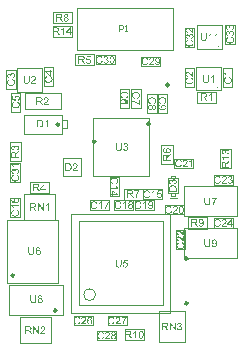
<source format=gbr>
%TF.GenerationSoftware,Altium Limited,Altium Designer,20.1.11 (218)*%
G04 Layer_Color=16776960*
%FSLAX26Y26*%
%MOIN*%
%TF.SameCoordinates,F1652399-7491-40A6-9504-01A14B245E9D*%
%TF.FilePolarity,Positive*%
%TF.FileFunction,Other,AssemTOP*%
%TF.Part,Single*%
G01*
G75*
%TA.AperFunction,NonConductor*%
%ADD61C,0.010000*%
%ADD80C,0.003937*%
%ADD123C,0.001968*%
G36*
X216173Y1106567D02*
X216506D01*
X217283Y1106530D01*
X218097Y1106419D01*
X218985Y1106308D01*
X219799Y1106123D01*
X220206Y1106012D01*
X220539Y1105901D01*
X220576D01*
X220613Y1105864D01*
X220835Y1105753D01*
X221168Y1105605D01*
X221575Y1105346D01*
X222019Y1105013D01*
X222500Y1104569D01*
X222944Y1104051D01*
X223388Y1103459D01*
Y1103422D01*
X223425Y1103385D01*
X223573Y1103163D01*
X223721Y1102793D01*
X223943Y1102312D01*
X224128Y1101757D01*
X224313Y1101091D01*
X224424Y1100388D01*
X224461Y1099611D01*
Y1099574D01*
Y1099500D01*
Y1099352D01*
X224424Y1099167D01*
Y1098908D01*
X224387Y1098649D01*
X224239Y1098020D01*
X224017Y1097280D01*
X223721Y1096503D01*
X223277Y1095726D01*
X222981Y1095356D01*
X222685Y1094986D01*
X222648Y1094949D01*
X222611Y1094912D01*
X222500Y1094801D01*
X222352Y1094690D01*
X222167Y1094542D01*
X221945Y1094394D01*
X221649Y1094209D01*
X221353Y1093987D01*
X220983Y1093802D01*
X220576Y1093617D01*
X220132Y1093395D01*
X219651Y1093210D01*
X219096Y1093062D01*
X218541Y1092877D01*
X217912Y1092766D01*
X217246Y1092655D01*
X217320Y1092618D01*
X217468Y1092544D01*
X217690Y1092396D01*
X217986Y1092248D01*
X218652Y1091841D01*
X218985Y1091582D01*
X219281Y1091360D01*
X219355Y1091286D01*
X219540Y1091101D01*
X219836Y1090805D01*
X220206Y1090435D01*
X220613Y1089917D01*
X221094Y1089362D01*
X221575Y1088696D01*
X222093Y1087956D01*
X226496Y1081000D01*
X222278D01*
X218911Y1086328D01*
Y1086365D01*
X218837Y1086439D01*
X218763Y1086550D01*
X218652Y1086698D01*
X218393Y1087105D01*
X218060Y1087623D01*
X217653Y1088178D01*
X217246Y1088770D01*
X216839Y1089325D01*
X216469Y1089843D01*
X216432Y1089880D01*
X216321Y1090028D01*
X216136Y1090250D01*
X215877Y1090509D01*
X215322Y1091064D01*
X215026Y1091323D01*
X214730Y1091545D01*
X214693Y1091582D01*
X214619Y1091619D01*
X214471Y1091693D01*
X214249Y1091804D01*
X214027Y1091915D01*
X213768Y1092026D01*
X213176Y1092211D01*
X213139D01*
X213065Y1092248D01*
X212917D01*
X212732Y1092285D01*
X212473Y1092322D01*
X212177D01*
X211770Y1092359D01*
X207404D01*
Y1081000D01*
X204000D01*
Y1106604D01*
X215877D01*
X216173Y1106567D01*
D02*
G37*
G36*
X237374Y1106678D02*
X237670Y1106641D01*
X238003Y1106604D01*
X238373Y1106567D01*
X238743Y1106456D01*
X239631Y1106234D01*
X240519Y1105901D01*
X240963Y1105679D01*
X241407Y1105420D01*
X241814Y1105087D01*
X242221Y1104754D01*
X242258Y1104717D01*
X242295Y1104680D01*
X242406Y1104569D01*
X242554Y1104421D01*
X242702Y1104199D01*
X242887Y1103977D01*
X243257Y1103422D01*
X243627Y1102719D01*
X243960Y1101905D01*
X244219Y1100980D01*
X244256Y1100499D01*
X244293Y1099981D01*
Y1099944D01*
Y1099907D01*
Y1099685D01*
X244256Y1099352D01*
X244182Y1098945D01*
X244071Y1098427D01*
X243886Y1097909D01*
X243664Y1097391D01*
X243331Y1096873D01*
X243294Y1096799D01*
X243146Y1096651D01*
X242924Y1096429D01*
X242628Y1096133D01*
X242221Y1095800D01*
X241740Y1095467D01*
X241185Y1095134D01*
X240519Y1094838D01*
X240556D01*
X240630Y1094801D01*
X240741Y1094764D01*
X240889Y1094690D01*
X241333Y1094505D01*
X241851Y1094246D01*
X242406Y1093876D01*
X242998Y1093469D01*
X243553Y1092951D01*
X244071Y1092359D01*
Y1092322D01*
X244108Y1092285D01*
X244256Y1092063D01*
X244478Y1091693D01*
X244700Y1091212D01*
X244922Y1090620D01*
X245144Y1089917D01*
X245292Y1089140D01*
X245329Y1088289D01*
Y1088252D01*
Y1088141D01*
Y1087956D01*
X245292Y1087734D01*
X245255Y1087475D01*
X245218Y1087142D01*
X245144Y1086772D01*
X245033Y1086365D01*
X244774Y1085514D01*
X244589Y1085033D01*
X244330Y1084589D01*
X244071Y1084108D01*
X243775Y1083664D01*
X243405Y1083220D01*
X242998Y1082776D01*
X242961Y1082739D01*
X242887Y1082665D01*
X242776Y1082554D01*
X242591Y1082443D01*
X242332Y1082258D01*
X242073Y1082073D01*
X241740Y1081888D01*
X241370Y1081666D01*
X240963Y1081444D01*
X240482Y1081259D01*
X239964Y1081074D01*
X239446Y1080889D01*
X238854Y1080778D01*
X238225Y1080667D01*
X237596Y1080593D01*
X236893Y1080556D01*
X236523D01*
X236264Y1080593D01*
X235931Y1080630D01*
X235561Y1080667D01*
X235154Y1080741D01*
X234710Y1080852D01*
X233711Y1081111D01*
X233193Y1081296D01*
X232712Y1081481D01*
X232194Y1081740D01*
X231676Y1082036D01*
X231195Y1082369D01*
X230751Y1082776D01*
X230714Y1082813D01*
X230640Y1082887D01*
X230529Y1082998D01*
X230381Y1083183D01*
X230233Y1083405D01*
X230011Y1083664D01*
X229826Y1083960D01*
X229604Y1084330D01*
X229382Y1084700D01*
X229197Y1085144D01*
X228827Y1086069D01*
X228679Y1086624D01*
X228568Y1087179D01*
X228494Y1087771D01*
X228457Y1088363D01*
Y1088400D01*
Y1088474D01*
Y1088622D01*
X228494Y1088770D01*
Y1088992D01*
X228531Y1089251D01*
X228605Y1089843D01*
X228753Y1090509D01*
X228975Y1091175D01*
X229308Y1091878D01*
X229715Y1092544D01*
Y1092581D01*
X229789Y1092618D01*
X229937Y1092803D01*
X230233Y1093099D01*
X230640Y1093469D01*
X231158Y1093839D01*
X231787Y1094246D01*
X232490Y1094579D01*
X233341Y1094838D01*
X233304D01*
X233267Y1094875D01*
X233156Y1094912D01*
X233008Y1094986D01*
X232675Y1095134D01*
X232231Y1095356D01*
X231750Y1095652D01*
X231269Y1096022D01*
X230825Y1096429D01*
X230418Y1096873D01*
X230381Y1096947D01*
X230270Y1097095D01*
X230122Y1097391D01*
X229974Y1097761D01*
X229789Y1098242D01*
X229641Y1098797D01*
X229530Y1099426D01*
X229493Y1100092D01*
Y1100129D01*
Y1100203D01*
Y1100351D01*
X229530Y1100573D01*
X229567Y1100795D01*
X229604Y1101091D01*
X229752Y1101720D01*
X229974Y1102460D01*
X230344Y1103237D01*
X230566Y1103644D01*
X230825Y1104051D01*
X231158Y1104421D01*
X231491Y1104791D01*
X231528Y1104828D01*
X231602Y1104865D01*
X231713Y1104976D01*
X231861Y1105087D01*
X232046Y1105235D01*
X232305Y1105383D01*
X232601Y1105568D01*
X232897Y1105753D01*
X233267Y1105938D01*
X233674Y1106123D01*
X234118Y1106271D01*
X234599Y1106419D01*
X235635Y1106641D01*
X236227Y1106678D01*
X236819Y1106715D01*
X237152D01*
X237374Y1106678D01*
D02*
G37*
G36*
X789007Y1070197D02*
X789303Y1070160D01*
X789636Y1070086D01*
X790006Y1070012D01*
X790413Y1069938D01*
X791301Y1069642D01*
X791782Y1069420D01*
X792226Y1069198D01*
X792707Y1068902D01*
X793188Y1068569D01*
X793669Y1068199D01*
X794113Y1067755D01*
X794150Y1067718D01*
X794224Y1067644D01*
X794335Y1067496D01*
X794483Y1067311D01*
X794668Y1067089D01*
X794853Y1066793D01*
X795075Y1066460D01*
X795260Y1066053D01*
X795482Y1065646D01*
X795704Y1065165D01*
X795889Y1064684D01*
X796074Y1064129D01*
X796222Y1063537D01*
X796333Y1062908D01*
X796407Y1062279D01*
X796444Y1061576D01*
Y1061243D01*
X796407Y1061021D01*
X796370Y1060725D01*
X796333Y1060392D01*
X796259Y1060022D01*
X796185Y1059615D01*
X795963Y1058727D01*
X795593Y1057802D01*
X795371Y1057321D01*
X795112Y1056877D01*
X794779Y1056433D01*
X794446Y1055989D01*
X794409Y1055952D01*
X794335Y1055878D01*
X794224Y1055767D01*
X794076Y1055656D01*
X793891Y1055471D01*
X793632Y1055286D01*
X793373Y1055064D01*
X793040Y1054842D01*
X792670Y1054620D01*
X792300Y1054398D01*
X791412Y1053991D01*
X790376Y1053658D01*
X789821Y1053547D01*
X789229Y1053473D01*
X788822Y1056618D01*
X788859D01*
X788933Y1056655D01*
X789081Y1056692D01*
X789266Y1056729D01*
X789488Y1056766D01*
X789747Y1056840D01*
X790302Y1057025D01*
X790968Y1057284D01*
X791597Y1057617D01*
X792189Y1057987D01*
X792707Y1058431D01*
X792744Y1058505D01*
X792892Y1058653D01*
X793077Y1058949D01*
X793262Y1059319D01*
X793484Y1059763D01*
X793669Y1060318D01*
X793817Y1060947D01*
X793854Y1061613D01*
Y1061835D01*
X793817Y1061983D01*
X793780Y1062390D01*
X793669Y1062908D01*
X793484Y1063500D01*
X793225Y1064129D01*
X792855Y1064758D01*
X792337Y1065350D01*
X792263Y1065424D01*
X792041Y1065609D01*
X791708Y1065831D01*
X791264Y1066127D01*
X790709Y1066423D01*
X790080Y1066645D01*
X789340Y1066830D01*
X788526Y1066904D01*
X788489D01*
X788415D01*
X788304D01*
X788156Y1066867D01*
X787749Y1066830D01*
X787268Y1066719D01*
X786676Y1066571D01*
X786084Y1066312D01*
X785492Y1065942D01*
X784937Y1065461D01*
X784863Y1065387D01*
X784715Y1065202D01*
X784493Y1064906D01*
X784234Y1064499D01*
X783975Y1063981D01*
X783753Y1063352D01*
X783605Y1062649D01*
X783531Y1061872D01*
Y1061539D01*
X783568Y1061280D01*
X783605Y1060947D01*
X783679Y1060577D01*
X783753Y1060133D01*
X783864Y1059652D01*
X781089Y1060022D01*
Y1060207D01*
X781126Y1060355D01*
Y1060836D01*
X781052Y1061243D01*
X780978Y1061724D01*
X780867Y1062279D01*
X780682Y1062908D01*
X780423Y1063500D01*
X780090Y1064129D01*
Y1064166D01*
X780053Y1064203D01*
X779905Y1064388D01*
X779646Y1064647D01*
X779313Y1064943D01*
X778832Y1065239D01*
X778277Y1065498D01*
X777648Y1065683D01*
X777278Y1065757D01*
X776871D01*
X776834D01*
X776797D01*
X776575D01*
X776279Y1065683D01*
X775872Y1065609D01*
X775428Y1065461D01*
X774947Y1065276D01*
X774466Y1064980D01*
X774022Y1064573D01*
X773985Y1064536D01*
X773837Y1064351D01*
X773652Y1064092D01*
X773430Y1063759D01*
X773245Y1063315D01*
X773060Y1062797D01*
X772912Y1062205D01*
X772875Y1061539D01*
Y1061243D01*
X772949Y1060910D01*
X773023Y1060466D01*
X773171Y1059985D01*
X773356Y1059504D01*
X773652Y1058986D01*
X774022Y1058505D01*
X774059Y1058468D01*
X774244Y1058320D01*
X774503Y1058098D01*
X774873Y1057839D01*
X775354Y1057580D01*
X775946Y1057321D01*
X776649Y1057099D01*
X777463Y1056951D01*
X776908Y1053806D01*
X776871D01*
X776760Y1053843D01*
X776612Y1053880D01*
X776390Y1053917D01*
X776131Y1053991D01*
X775835Y1054102D01*
X775132Y1054324D01*
X774318Y1054694D01*
X773504Y1055138D01*
X772727Y1055693D01*
X772024Y1056396D01*
X771987Y1056433D01*
X771950Y1056507D01*
X771876Y1056618D01*
X771765Y1056766D01*
X771617Y1056951D01*
X771469Y1057210D01*
X771321Y1057469D01*
X771136Y1057802D01*
X770840Y1058542D01*
X770544Y1059393D01*
X770359Y1060392D01*
X770285Y1060910D01*
Y1061835D01*
X770322Y1062242D01*
X770396Y1062723D01*
X770507Y1063315D01*
X770692Y1063981D01*
X770914Y1064647D01*
X771210Y1065313D01*
Y1065350D01*
X771247Y1065387D01*
X771358Y1065609D01*
X771580Y1065942D01*
X771839Y1066312D01*
X772209Y1066756D01*
X772616Y1067200D01*
X773097Y1067644D01*
X773652Y1068014D01*
X773726Y1068051D01*
X773911Y1068162D01*
X774244Y1068310D01*
X774651Y1068495D01*
X775132Y1068680D01*
X775687Y1068828D01*
X776316Y1068939D01*
X776945Y1068976D01*
X777019D01*
X777241D01*
X777537Y1068939D01*
X777944Y1068865D01*
X778425Y1068754D01*
X778943Y1068569D01*
X779461Y1068347D01*
X779979Y1068051D01*
X780053Y1068014D01*
X780201Y1067903D01*
X780460Y1067681D01*
X780756Y1067385D01*
X781089Y1067015D01*
X781459Y1066571D01*
X781792Y1066053D01*
X782125Y1065424D01*
Y1065461D01*
X782162Y1065535D01*
X782199Y1065646D01*
X782236Y1065794D01*
X782384Y1066201D01*
X782606Y1066719D01*
X782902Y1067311D01*
X783272Y1067903D01*
X783753Y1068458D01*
X784308Y1068976D01*
X784382Y1069013D01*
X784604Y1069161D01*
X784974Y1069383D01*
X785455Y1069605D01*
X786047Y1069827D01*
X786750Y1070049D01*
X787564Y1070197D01*
X788452Y1070234D01*
X788489D01*
X788600D01*
X788785D01*
X789007Y1070197D01*
D02*
G37*
G36*
Y1050291D02*
X789303Y1050254D01*
X789636Y1050180D01*
X790006Y1050106D01*
X790413Y1050032D01*
X791301Y1049736D01*
X791782Y1049514D01*
X792226Y1049292D01*
X792707Y1048996D01*
X793188Y1048663D01*
X793669Y1048293D01*
X794113Y1047849D01*
X794150Y1047812D01*
X794224Y1047738D01*
X794335Y1047590D01*
X794483Y1047405D01*
X794668Y1047183D01*
X794853Y1046887D01*
X795075Y1046554D01*
X795260Y1046147D01*
X795482Y1045740D01*
X795704Y1045259D01*
X795889Y1044778D01*
X796074Y1044223D01*
X796222Y1043631D01*
X796333Y1043002D01*
X796407Y1042373D01*
X796444Y1041670D01*
Y1041337D01*
X796407Y1041115D01*
X796370Y1040819D01*
X796333Y1040486D01*
X796259Y1040116D01*
X796185Y1039709D01*
X795963Y1038821D01*
X795593Y1037896D01*
X795371Y1037415D01*
X795112Y1036971D01*
X794779Y1036527D01*
X794446Y1036083D01*
X794409Y1036046D01*
X794335Y1035972D01*
X794224Y1035861D01*
X794076Y1035750D01*
X793891Y1035565D01*
X793632Y1035380D01*
X793373Y1035158D01*
X793040Y1034936D01*
X792670Y1034714D01*
X792300Y1034492D01*
X791412Y1034085D01*
X790376Y1033752D01*
X789821Y1033641D01*
X789229Y1033567D01*
X788822Y1036712D01*
X788859D01*
X788933Y1036749D01*
X789081Y1036786D01*
X789266Y1036823D01*
X789488Y1036860D01*
X789747Y1036934D01*
X790302Y1037119D01*
X790968Y1037378D01*
X791597Y1037711D01*
X792189Y1038081D01*
X792707Y1038525D01*
X792744Y1038599D01*
X792892Y1038747D01*
X793077Y1039043D01*
X793262Y1039413D01*
X793484Y1039857D01*
X793669Y1040412D01*
X793817Y1041041D01*
X793854Y1041707D01*
Y1041929D01*
X793817Y1042077D01*
X793780Y1042484D01*
X793669Y1043002D01*
X793484Y1043594D01*
X793225Y1044223D01*
X792855Y1044852D01*
X792337Y1045444D01*
X792263Y1045518D01*
X792041Y1045703D01*
X791708Y1045925D01*
X791264Y1046221D01*
X790709Y1046517D01*
X790080Y1046739D01*
X789340Y1046924D01*
X788526Y1046998D01*
X788489D01*
X788415D01*
X788304D01*
X788156Y1046961D01*
X787749Y1046924D01*
X787268Y1046813D01*
X786676Y1046665D01*
X786084Y1046406D01*
X785492Y1046036D01*
X784937Y1045555D01*
X784863Y1045481D01*
X784715Y1045296D01*
X784493Y1045000D01*
X784234Y1044593D01*
X783975Y1044075D01*
X783753Y1043446D01*
X783605Y1042743D01*
X783531Y1041966D01*
Y1041633D01*
X783568Y1041374D01*
X783605Y1041041D01*
X783679Y1040671D01*
X783753Y1040227D01*
X783864Y1039746D01*
X781089Y1040116D01*
Y1040301D01*
X781126Y1040449D01*
Y1040930D01*
X781052Y1041337D01*
X780978Y1041818D01*
X780867Y1042373D01*
X780682Y1043002D01*
X780423Y1043594D01*
X780090Y1044223D01*
Y1044260D01*
X780053Y1044297D01*
X779905Y1044482D01*
X779646Y1044741D01*
X779313Y1045037D01*
X778832Y1045333D01*
X778277Y1045592D01*
X777648Y1045777D01*
X777278Y1045851D01*
X776871D01*
X776834D01*
X776797D01*
X776575D01*
X776279Y1045777D01*
X775872Y1045703D01*
X775428Y1045555D01*
X774947Y1045370D01*
X774466Y1045074D01*
X774022Y1044667D01*
X773985Y1044630D01*
X773837Y1044445D01*
X773652Y1044186D01*
X773430Y1043853D01*
X773245Y1043409D01*
X773060Y1042891D01*
X772912Y1042299D01*
X772875Y1041633D01*
Y1041337D01*
X772949Y1041004D01*
X773023Y1040560D01*
X773171Y1040079D01*
X773356Y1039598D01*
X773652Y1039080D01*
X774022Y1038599D01*
X774059Y1038562D01*
X774244Y1038414D01*
X774503Y1038192D01*
X774873Y1037933D01*
X775354Y1037674D01*
X775946Y1037415D01*
X776649Y1037193D01*
X777463Y1037045D01*
X776908Y1033900D01*
X776871D01*
X776760Y1033937D01*
X776612Y1033974D01*
X776390Y1034011D01*
X776131Y1034085D01*
X775835Y1034196D01*
X775132Y1034418D01*
X774318Y1034788D01*
X773504Y1035232D01*
X772727Y1035787D01*
X772024Y1036490D01*
X771987Y1036527D01*
X771950Y1036601D01*
X771876Y1036712D01*
X771765Y1036860D01*
X771617Y1037045D01*
X771469Y1037304D01*
X771321Y1037563D01*
X771136Y1037896D01*
X770840Y1038636D01*
X770544Y1039487D01*
X770359Y1040486D01*
X770285Y1041004D01*
Y1041929D01*
X770322Y1042336D01*
X770396Y1042817D01*
X770507Y1043409D01*
X770692Y1044075D01*
X770914Y1044741D01*
X771210Y1045407D01*
Y1045444D01*
X771247Y1045481D01*
X771358Y1045703D01*
X771580Y1046036D01*
X771839Y1046406D01*
X772209Y1046850D01*
X772616Y1047294D01*
X773097Y1047738D01*
X773652Y1048108D01*
X773726Y1048145D01*
X773911Y1048256D01*
X774244Y1048404D01*
X774651Y1048589D01*
X775132Y1048774D01*
X775687Y1048922D01*
X776316Y1049033D01*
X776945Y1049070D01*
X777019D01*
X777241D01*
X777537Y1049033D01*
X777944Y1048959D01*
X778425Y1048848D01*
X778943Y1048663D01*
X779461Y1048441D01*
X779979Y1048145D01*
X780053Y1048108D01*
X780201Y1047997D01*
X780460Y1047775D01*
X780756Y1047479D01*
X781089Y1047109D01*
X781459Y1046665D01*
X781792Y1046147D01*
X782125Y1045518D01*
Y1045555D01*
X782162Y1045629D01*
X782199Y1045740D01*
X782236Y1045888D01*
X782384Y1046295D01*
X782606Y1046813D01*
X782902Y1047405D01*
X783272Y1047997D01*
X783753Y1048552D01*
X784308Y1049070D01*
X784382Y1049107D01*
X784604Y1049255D01*
X784974Y1049477D01*
X785455Y1049699D01*
X786047Y1049921D01*
X786750Y1050143D01*
X787564Y1050291D01*
X788452Y1050328D01*
X788489D01*
X788600D01*
X788785D01*
X789007Y1050291D01*
D02*
G37*
G36*
X788082Y1030607D02*
X788304Y1030533D01*
X788600Y1030422D01*
X788933Y1030311D01*
X789340Y1030163D01*
X789784Y1029978D01*
X790265Y1029756D01*
X791301Y1029238D01*
X792337Y1028572D01*
X792855Y1028165D01*
X793373Y1027758D01*
X793817Y1027314D01*
X794261Y1026796D01*
X794298Y1026759D01*
X794372Y1026685D01*
X794446Y1026500D01*
X794594Y1026315D01*
X794779Y1026019D01*
X794964Y1025723D01*
X795149Y1025316D01*
X795334Y1024909D01*
X795556Y1024428D01*
X795741Y1023910D01*
X795926Y1023355D01*
X796111Y1022763D01*
X796259Y1022134D01*
X796333Y1021468D01*
X796407Y1020765D01*
X796444Y1020025D01*
Y1019618D01*
X796407Y1019322D01*
Y1018989D01*
X796370Y1018582D01*
X796296Y1018138D01*
X796222Y1017620D01*
X796037Y1016547D01*
X795741Y1015437D01*
X795334Y1014327D01*
X795075Y1013809D01*
X794779Y1013291D01*
X794742Y1013254D01*
X794705Y1013180D01*
X794594Y1013032D01*
X794446Y1012884D01*
X794298Y1012662D01*
X794076Y1012403D01*
X793817Y1012107D01*
X793521Y1011811D01*
X793188Y1011515D01*
X792855Y1011182D01*
X792004Y1010516D01*
X791005Y1009887D01*
X789895Y1009332D01*
X789858D01*
X789747Y1009258D01*
X789562Y1009221D01*
X789340Y1009110D01*
X789044Y1009036D01*
X788674Y1008925D01*
X788267Y1008777D01*
X787823Y1008666D01*
X787342Y1008555D01*
X786787Y1008407D01*
X785640Y1008222D01*
X784345Y1008074D01*
X783013Y1008000D01*
X782976D01*
X782828D01*
X782606D01*
X782347Y1008037D01*
X781977D01*
X781607Y1008074D01*
X781126Y1008111D01*
X780645Y1008185D01*
X779572Y1008370D01*
X778388Y1008629D01*
X777204Y1008999D01*
X776057Y1009517D01*
X776020Y1009554D01*
X775909Y1009591D01*
X775761Y1009665D01*
X775576Y1009813D01*
X775317Y1009961D01*
X775021Y1010146D01*
X774355Y1010627D01*
X773615Y1011256D01*
X772875Y1011996D01*
X772135Y1012847D01*
X771506Y1013846D01*
X771469Y1013883D01*
X771432Y1013994D01*
X771358Y1014142D01*
X771247Y1014327D01*
X771136Y1014623D01*
X771025Y1014919D01*
X770877Y1015289D01*
X770729Y1015696D01*
X770581Y1016140D01*
X770433Y1016621D01*
X770211Y1017657D01*
X770026Y1018841D01*
X769952Y1020062D01*
Y1020432D01*
X769989Y1020691D01*
X770026Y1021024D01*
X770063Y1021431D01*
X770100Y1021838D01*
X770211Y1022319D01*
X770433Y1023318D01*
X770766Y1024428D01*
X770988Y1024983D01*
X771247Y1025501D01*
X771580Y1026019D01*
X771913Y1026537D01*
X771950Y1026574D01*
X771987Y1026648D01*
X772098Y1026796D01*
X772283Y1026981D01*
X772468Y1027166D01*
X772727Y1027425D01*
X773023Y1027684D01*
X773319Y1027980D01*
X773689Y1028276D01*
X774133Y1028572D01*
X774577Y1028905D01*
X775058Y1029201D01*
X775613Y1029460D01*
X776168Y1029756D01*
X776760Y1029978D01*
X777426Y1030200D01*
X778203Y1026870D01*
X778166D01*
X778092Y1026833D01*
X777944Y1026759D01*
X777759Y1026685D01*
X777537Y1026611D01*
X777241Y1026500D01*
X776649Y1026204D01*
X775983Y1025834D01*
X775317Y1025390D01*
X774688Y1024835D01*
X774133Y1024243D01*
X774059Y1024169D01*
X773911Y1023947D01*
X773726Y1023577D01*
X773467Y1023096D01*
X773245Y1022467D01*
X773023Y1021764D01*
X772875Y1020913D01*
X772838Y1019988D01*
Y1019692D01*
X772875Y1019507D01*
Y1019248D01*
X772912Y1018952D01*
X773023Y1018249D01*
X773171Y1017472D01*
X773430Y1016658D01*
X773800Y1015807D01*
X774281Y1015030D01*
Y1014993D01*
X774355Y1014956D01*
X774540Y1014697D01*
X774836Y1014364D01*
X775280Y1013957D01*
X775835Y1013476D01*
X776464Y1013032D01*
X777241Y1012625D01*
X778092Y1012255D01*
X778129D01*
X778203Y1012218D01*
X778314Y1012181D01*
X778499Y1012144D01*
X778721Y1012070D01*
X778980Y1011996D01*
X779609Y1011885D01*
X780349Y1011737D01*
X781163Y1011589D01*
X782051Y1011515D01*
X783013Y1011478D01*
X783050D01*
X783161D01*
X783346D01*
X783568D01*
X783827Y1011515D01*
X784160D01*
X784530Y1011552D01*
X784937Y1011589D01*
X785825Y1011700D01*
X786787Y1011885D01*
X787749Y1012107D01*
X788711Y1012403D01*
X788748D01*
X788822Y1012440D01*
X788933Y1012514D01*
X789118Y1012588D01*
X789562Y1012810D01*
X790080Y1013143D01*
X790672Y1013550D01*
X791301Y1014068D01*
X791856Y1014660D01*
X792374Y1015363D01*
Y1015400D01*
X792411Y1015474D01*
X792485Y1015585D01*
X792559Y1015733D01*
X792633Y1015918D01*
X792744Y1016140D01*
X792966Y1016658D01*
X793188Y1017324D01*
X793373Y1018064D01*
X793521Y1018878D01*
X793558Y1019729D01*
Y1019988D01*
X793521Y1020210D01*
Y1020469D01*
X793484Y1020728D01*
X793336Y1021394D01*
X793151Y1022171D01*
X792855Y1022948D01*
X792448Y1023762D01*
X792226Y1024169D01*
X791930Y1024539D01*
X791893Y1024576D01*
X791856Y1024613D01*
X791745Y1024724D01*
X791634Y1024872D01*
X791449Y1025020D01*
X791227Y1025205D01*
X791005Y1025427D01*
X790709Y1025612D01*
X790376Y1025834D01*
X790006Y1026093D01*
X789636Y1026315D01*
X789192Y1026537D01*
X788711Y1026722D01*
X788193Y1026907D01*
X787638Y1027092D01*
X787046Y1027240D01*
X787897Y1030644D01*
X787934D01*
X788082Y1030607D01*
D02*
G37*
G36*
X615126Y77678D02*
X615607Y77604D01*
X616199Y77493D01*
X616865Y77308D01*
X617531Y77086D01*
X618197Y76790D01*
X618234D01*
X618271Y76753D01*
X618493Y76642D01*
X618826Y76420D01*
X619196Y76161D01*
X619640Y75791D01*
X620084Y75384D01*
X620528Y74903D01*
X620898Y74348D01*
X620935Y74274D01*
X621046Y74089D01*
X621194Y73756D01*
X621379Y73349D01*
X621564Y72868D01*
X621712Y72313D01*
X621823Y71684D01*
X621860Y71055D01*
Y70981D01*
Y70759D01*
X621823Y70463D01*
X621749Y70056D01*
X621638Y69575D01*
X621453Y69057D01*
X621231Y68539D01*
X620935Y68021D01*
X620898Y67947D01*
X620787Y67799D01*
X620565Y67540D01*
X620269Y67244D01*
X619899Y66911D01*
X619455Y66541D01*
X618937Y66208D01*
X618308Y65875D01*
X618345D01*
X618419Y65838D01*
X618530Y65801D01*
X618678Y65764D01*
X619085Y65616D01*
X619603Y65394D01*
X620195Y65098D01*
X620787Y64728D01*
X621342Y64247D01*
X621860Y63692D01*
X621897Y63618D01*
X622045Y63396D01*
X622267Y63026D01*
X622489Y62545D01*
X622711Y61953D01*
X622933Y61250D01*
X623081Y60436D01*
X623118Y59548D01*
Y59511D01*
Y59400D01*
Y59215D01*
X623081Y58993D01*
X623044Y58697D01*
X622970Y58364D01*
X622896Y57994D01*
X622822Y57587D01*
X622526Y56699D01*
X622304Y56218D01*
X622082Y55774D01*
X621786Y55293D01*
X621453Y54812D01*
X621083Y54331D01*
X620639Y53887D01*
X620602Y53850D01*
X620528Y53776D01*
X620380Y53665D01*
X620195Y53517D01*
X619973Y53332D01*
X619677Y53147D01*
X619344Y52925D01*
X618937Y52740D01*
X618530Y52518D01*
X618049Y52296D01*
X617568Y52111D01*
X617013Y51926D01*
X616421Y51778D01*
X615792Y51667D01*
X615163Y51593D01*
X614460Y51556D01*
X614127D01*
X613905Y51593D01*
X613609Y51630D01*
X613276Y51667D01*
X612906Y51741D01*
X612499Y51815D01*
X611611Y52037D01*
X610686Y52407D01*
X610205Y52629D01*
X609761Y52888D01*
X609317Y53221D01*
X608873Y53554D01*
X608836Y53591D01*
X608762Y53665D01*
X608651Y53776D01*
X608540Y53924D01*
X608355Y54109D01*
X608170Y54368D01*
X607948Y54627D01*
X607726Y54960D01*
X607504Y55330D01*
X607282Y55700D01*
X606875Y56588D01*
X606542Y57624D01*
X606431Y58179D01*
X606357Y58771D01*
X609502Y59178D01*
Y59141D01*
X609539Y59067D01*
X609576Y58919D01*
X609613Y58734D01*
X609650Y58512D01*
X609724Y58253D01*
X609909Y57698D01*
X610168Y57032D01*
X610501Y56403D01*
X610871Y55811D01*
X611315Y55293D01*
X611389Y55256D01*
X611537Y55108D01*
X611833Y54923D01*
X612203Y54738D01*
X612647Y54516D01*
X613202Y54331D01*
X613831Y54183D01*
X614497Y54146D01*
X614719D01*
X614867Y54183D01*
X615274Y54220D01*
X615792Y54331D01*
X616384Y54516D01*
X617013Y54775D01*
X617642Y55145D01*
X618234Y55663D01*
X618308Y55737D01*
X618493Y55959D01*
X618715Y56292D01*
X619011Y56736D01*
X619307Y57291D01*
X619529Y57920D01*
X619714Y58660D01*
X619788Y59474D01*
Y59511D01*
Y59585D01*
Y59696D01*
X619751Y59844D01*
X619714Y60251D01*
X619603Y60732D01*
X619455Y61324D01*
X619196Y61916D01*
X618826Y62508D01*
X618345Y63063D01*
X618271Y63137D01*
X618086Y63285D01*
X617790Y63507D01*
X617383Y63766D01*
X616865Y64025D01*
X616236Y64247D01*
X615533Y64395D01*
X614756Y64469D01*
X614423D01*
X614164Y64432D01*
X613831Y64395D01*
X613461Y64321D01*
X613017Y64247D01*
X612536Y64136D01*
X612906Y66911D01*
X613091D01*
X613239Y66874D01*
X613720D01*
X614127Y66948D01*
X614608Y67022D01*
X615163Y67133D01*
X615792Y67318D01*
X616384Y67577D01*
X617013Y67910D01*
X617050D01*
X617087Y67947D01*
X617272Y68095D01*
X617531Y68354D01*
X617827Y68687D01*
X618123Y69168D01*
X618382Y69723D01*
X618567Y70352D01*
X618641Y70722D01*
Y71129D01*
Y71166D01*
Y71203D01*
Y71425D01*
X618567Y71721D01*
X618493Y72128D01*
X618345Y72572D01*
X618160Y73053D01*
X617864Y73534D01*
X617457Y73978D01*
X617420Y74015D01*
X617235Y74163D01*
X616976Y74348D01*
X616643Y74570D01*
X616199Y74755D01*
X615681Y74940D01*
X615089Y75088D01*
X614423Y75125D01*
X614127D01*
X613794Y75051D01*
X613350Y74977D01*
X612869Y74829D01*
X612388Y74644D01*
X611870Y74348D01*
X611389Y73978D01*
X611352Y73941D01*
X611204Y73756D01*
X610982Y73497D01*
X610723Y73127D01*
X610464Y72646D01*
X610205Y72054D01*
X609983Y71351D01*
X609835Y70537D01*
X606690Y71092D01*
Y71129D01*
X606727Y71240D01*
X606764Y71388D01*
X606801Y71610D01*
X606875Y71869D01*
X606986Y72165D01*
X607208Y72868D01*
X607578Y73682D01*
X608022Y74496D01*
X608577Y75273D01*
X609280Y75976D01*
X609317Y76013D01*
X609391Y76050D01*
X609502Y76124D01*
X609650Y76235D01*
X609835Y76383D01*
X610094Y76531D01*
X610353Y76679D01*
X610686Y76864D01*
X611426Y77160D01*
X612277Y77456D01*
X613276Y77641D01*
X613794Y77715D01*
X614719D01*
X615126Y77678D01*
D02*
G37*
G36*
X601917Y52000D02*
X598402D01*
X585008Y72091D01*
Y52000D01*
X581752D01*
Y77604D01*
X585230D01*
X598661Y57476D01*
Y77604D01*
X601917D01*
Y52000D01*
D02*
G37*
G36*
X568173Y77567D02*
X568506D01*
X569283Y77530D01*
X570097Y77419D01*
X570985Y77308D01*
X571799Y77123D01*
X572206Y77012D01*
X572539Y76901D01*
X572576D01*
X572613Y76864D01*
X572835Y76753D01*
X573168Y76605D01*
X573575Y76346D01*
X574019Y76013D01*
X574500Y75569D01*
X574944Y75051D01*
X575388Y74459D01*
Y74422D01*
X575425Y74385D01*
X575573Y74163D01*
X575721Y73793D01*
X575943Y73312D01*
X576128Y72757D01*
X576313Y72091D01*
X576424Y71388D01*
X576461Y70611D01*
Y70574D01*
Y70500D01*
Y70352D01*
X576424Y70167D01*
Y69908D01*
X576387Y69649D01*
X576239Y69020D01*
X576017Y68280D01*
X575721Y67503D01*
X575277Y66726D01*
X574981Y66356D01*
X574685Y65986D01*
X574648Y65949D01*
X574611Y65912D01*
X574500Y65801D01*
X574352Y65690D01*
X574167Y65542D01*
X573945Y65394D01*
X573649Y65209D01*
X573353Y64987D01*
X572983Y64802D01*
X572576Y64617D01*
X572132Y64395D01*
X571651Y64210D01*
X571096Y64062D01*
X570541Y63877D01*
X569912Y63766D01*
X569246Y63655D01*
X569320Y63618D01*
X569468Y63544D01*
X569690Y63396D01*
X569986Y63248D01*
X570652Y62841D01*
X570985Y62582D01*
X571281Y62360D01*
X571355Y62286D01*
X571540Y62101D01*
X571836Y61805D01*
X572206Y61435D01*
X572613Y60917D01*
X573094Y60362D01*
X573575Y59696D01*
X574093Y58956D01*
X578496Y52000D01*
X574278D01*
X570911Y57328D01*
Y57365D01*
X570837Y57439D01*
X570763Y57550D01*
X570652Y57698D01*
X570393Y58105D01*
X570060Y58623D01*
X569653Y59178D01*
X569246Y59770D01*
X568839Y60325D01*
X568469Y60843D01*
X568432Y60880D01*
X568321Y61028D01*
X568136Y61250D01*
X567877Y61509D01*
X567322Y62064D01*
X567026Y62323D01*
X566730Y62545D01*
X566693Y62582D01*
X566619Y62619D01*
X566471Y62693D01*
X566249Y62804D01*
X566027Y62915D01*
X565768Y63026D01*
X565176Y63211D01*
X565139D01*
X565065Y63248D01*
X564917D01*
X564732Y63285D01*
X564473Y63322D01*
X564177D01*
X563770Y63359D01*
X559404D01*
Y52000D01*
X556000D01*
Y77604D01*
X567877D01*
X568173Y77567D01*
D02*
G37*
G36*
X598243Y555652D02*
X598539Y555615D01*
X598872Y555541D01*
X599242Y555467D01*
X599649Y555393D01*
X600537Y555097D01*
X601018Y554875D01*
X601462Y554653D01*
X601943Y554357D01*
X602424Y554024D01*
X602905Y553654D01*
X603349Y553210D01*
X603386Y553173D01*
X603460Y553099D01*
X603571Y552951D01*
X603719Y552766D01*
X603904Y552544D01*
X604089Y552248D01*
X604311Y551915D01*
X604496Y551508D01*
X604718Y551101D01*
X604940Y550620D01*
X605125Y550139D01*
X605310Y549584D01*
X605458Y548992D01*
X605569Y548363D01*
X605643Y547734D01*
X605680Y547031D01*
Y546698D01*
X605643Y546476D01*
X605606Y546180D01*
X605569Y545847D01*
X605495Y545477D01*
X605421Y545070D01*
X605199Y544182D01*
X604829Y543257D01*
X604607Y542776D01*
X604348Y542332D01*
X604015Y541888D01*
X603682Y541444D01*
X603645Y541407D01*
X603571Y541333D01*
X603460Y541222D01*
X603312Y541111D01*
X603127Y540926D01*
X602868Y540741D01*
X602609Y540519D01*
X602276Y540297D01*
X601906Y540075D01*
X601536Y539853D01*
X600648Y539446D01*
X599612Y539113D01*
X599057Y539002D01*
X598465Y538928D01*
X598058Y542073D01*
X598095D01*
X598169Y542110D01*
X598317Y542147D01*
X598502Y542184D01*
X598724Y542221D01*
X598983Y542295D01*
X599538Y542480D01*
X600204Y542739D01*
X600833Y543072D01*
X601425Y543442D01*
X601943Y543886D01*
X601980Y543960D01*
X602128Y544108D01*
X602313Y544404D01*
X602498Y544774D01*
X602720Y545218D01*
X602905Y545773D01*
X603053Y546402D01*
X603090Y547068D01*
Y547290D01*
X603053Y547438D01*
X603016Y547845D01*
X602905Y548363D01*
X602720Y548955D01*
X602461Y549584D01*
X602091Y550213D01*
X601573Y550805D01*
X601499Y550879D01*
X601277Y551064D01*
X600944Y551286D01*
X600500Y551582D01*
X599945Y551878D01*
X599316Y552100D01*
X598576Y552285D01*
X597762Y552359D01*
X597725D01*
X597651D01*
X597540D01*
X597392Y552322D01*
X596985Y552285D01*
X596504Y552174D01*
X595912Y552026D01*
X595320Y551767D01*
X594728Y551397D01*
X594173Y550916D01*
X594099Y550842D01*
X593951Y550657D01*
X593729Y550361D01*
X593470Y549954D01*
X593211Y549436D01*
X592989Y548807D01*
X592841Y548104D01*
X592767Y547327D01*
Y546994D01*
X592804Y546735D01*
X592841Y546402D01*
X592915Y546032D01*
X592989Y545588D01*
X593100Y545107D01*
X590325Y545477D01*
Y545662D01*
X590362Y545810D01*
Y546291D01*
X590288Y546698D01*
X590214Y547179D01*
X590103Y547734D01*
X589918Y548363D01*
X589659Y548955D01*
X589326Y549584D01*
Y549621D01*
X589289Y549658D01*
X589141Y549843D01*
X588882Y550102D01*
X588549Y550398D01*
X588068Y550694D01*
X587513Y550953D01*
X586884Y551138D01*
X586514Y551212D01*
X586107D01*
X586070D01*
X586033D01*
X585811D01*
X585515Y551138D01*
X585108Y551064D01*
X584664Y550916D01*
X584183Y550731D01*
X583702Y550435D01*
X583258Y550028D01*
X583221Y549991D01*
X583073Y549806D01*
X582888Y549547D01*
X582666Y549214D01*
X582481Y548770D01*
X582296Y548252D01*
X582148Y547660D01*
X582111Y546994D01*
Y546698D01*
X582185Y546365D01*
X582259Y545921D01*
X582407Y545440D01*
X582592Y544959D01*
X582888Y544441D01*
X583258Y543960D01*
X583295Y543923D01*
X583480Y543775D01*
X583739Y543553D01*
X584109Y543294D01*
X584590Y543035D01*
X585182Y542776D01*
X585885Y542554D01*
X586699Y542406D01*
X586144Y539261D01*
X586107D01*
X585996Y539298D01*
X585848Y539335D01*
X585626Y539372D01*
X585367Y539446D01*
X585071Y539557D01*
X584368Y539779D01*
X583554Y540149D01*
X582740Y540593D01*
X581963Y541148D01*
X581260Y541851D01*
X581223Y541888D01*
X581186Y541962D01*
X581112Y542073D01*
X581001Y542221D01*
X580853Y542406D01*
X580705Y542665D01*
X580557Y542924D01*
X580372Y543257D01*
X580076Y543997D01*
X579780Y544848D01*
X579595Y545847D01*
X579521Y546365D01*
Y547290D01*
X579558Y547697D01*
X579632Y548178D01*
X579743Y548770D01*
X579928Y549436D01*
X580150Y550102D01*
X580446Y550768D01*
Y550805D01*
X580483Y550842D01*
X580594Y551064D01*
X580816Y551397D01*
X581075Y551767D01*
X581445Y552211D01*
X581852Y552655D01*
X582333Y553099D01*
X582888Y553469D01*
X582962Y553506D01*
X583147Y553617D01*
X583480Y553765D01*
X583887Y553950D01*
X584368Y554135D01*
X584923Y554283D01*
X585552Y554394D01*
X586181Y554431D01*
X586255D01*
X586477D01*
X586773Y554394D01*
X587180Y554320D01*
X587661Y554209D01*
X588179Y554024D01*
X588697Y553802D01*
X589215Y553506D01*
X589289Y553469D01*
X589437Y553358D01*
X589696Y553136D01*
X589992Y552840D01*
X590325Y552470D01*
X590695Y552026D01*
X591028Y551508D01*
X591361Y550879D01*
Y550916D01*
X591398Y550990D01*
X591435Y551101D01*
X591472Y551249D01*
X591620Y551656D01*
X591842Y552174D01*
X592138Y552766D01*
X592508Y553358D01*
X592989Y553913D01*
X593544Y554431D01*
X593618Y554468D01*
X593840Y554616D01*
X594210Y554838D01*
X594691Y555060D01*
X595283Y555282D01*
X595986Y555504D01*
X596800Y555652D01*
X597688Y555689D01*
X597725D01*
X597836D01*
X598021D01*
X598243Y555652D01*
D02*
G37*
G36*
X593063Y535487D02*
X593359D01*
X594062Y535450D01*
X594876Y535339D01*
X595727Y535228D01*
X596615Y535043D01*
X597503Y534821D01*
X597540D01*
X597614Y534784D01*
X597725Y534747D01*
X597873Y534710D01*
X598280Y534562D01*
X598798Y534340D01*
X599390Y534118D01*
X599982Y533822D01*
X600611Y533452D01*
X601203Y533082D01*
X601277Y533045D01*
X601462Y532897D01*
X601721Y532675D01*
X602054Y532379D01*
X602424Y532046D01*
X602794Y531639D01*
X603201Y531232D01*
X603534Y530751D01*
X603571Y530677D01*
X603682Y530529D01*
X603830Y530270D01*
X604015Y529900D01*
X604237Y529456D01*
X604422Y528938D01*
X604644Y528346D01*
X604829Y527680D01*
Y527606D01*
X604866Y527495D01*
X604903Y527384D01*
X604940Y527014D01*
X605014Y526496D01*
X605088Y525904D01*
X605162Y525201D01*
X605199Y524424D01*
X605236Y523573D01*
Y514360D01*
X579632D01*
Y524202D01*
X579669Y524868D01*
X579706Y525608D01*
X579780Y526348D01*
X579891Y527088D01*
X580002Y527717D01*
Y527754D01*
X580039Y527828D01*
Y527939D01*
X580113Y528087D01*
X580224Y528494D01*
X580409Y529012D01*
X580668Y529604D01*
X581001Y530233D01*
X581371Y530862D01*
X581852Y531454D01*
X581889Y531491D01*
X581926Y531528D01*
X582037Y531639D01*
X582148Y531787D01*
X582518Y532157D01*
X583036Y532601D01*
X583665Y533082D01*
X584405Y533600D01*
X585256Y534081D01*
X586218Y534488D01*
X586255D01*
X586329Y534525D01*
X586477Y534599D01*
X586699Y534636D01*
X586958Y534747D01*
X587254Y534821D01*
X587587Y534895D01*
X587994Y535006D01*
X588401Y535117D01*
X588882Y535191D01*
X589918Y535376D01*
X591065Y535487D01*
X592323Y535524D01*
X592360D01*
X592434D01*
X592619D01*
X592804D01*
X593063Y535487D01*
D02*
G37*
G36*
X705128Y1027804D02*
Y1027767D01*
Y1027619D01*
Y1027434D01*
Y1027175D01*
X705091Y1026842D01*
Y1026472D01*
X705054Y1026028D01*
X705017Y1025584D01*
X704906Y1024585D01*
X704758Y1023549D01*
X704536Y1022550D01*
X704388Y1022069D01*
X704240Y1021625D01*
Y1021588D01*
X704203Y1021514D01*
X704129Y1021403D01*
X704055Y1021255D01*
X703833Y1020848D01*
X703500Y1020330D01*
X703056Y1019738D01*
X702538Y1019146D01*
X701872Y1018517D01*
X701058Y1017962D01*
X701021D01*
X700947Y1017888D01*
X700836Y1017851D01*
X700651Y1017740D01*
X700429Y1017629D01*
X700133Y1017518D01*
X699837Y1017407D01*
X699467Y1017259D01*
X699060Y1017111D01*
X698616Y1017000D01*
X698135Y1016889D01*
X697580Y1016778D01*
X697025Y1016704D01*
X696433Y1016630D01*
X695101Y1016556D01*
X694768D01*
X694509Y1016593D01*
X694213D01*
X693843Y1016630D01*
X693436Y1016667D01*
X693029Y1016704D01*
X692104Y1016852D01*
X691105Y1017074D01*
X690143Y1017370D01*
X689218Y1017777D01*
X689181D01*
X689107Y1017851D01*
X688996Y1017925D01*
X688848Y1017999D01*
X688441Y1018295D01*
X687960Y1018702D01*
X687405Y1019220D01*
X686887Y1019812D01*
X686369Y1020552D01*
X685962Y1021366D01*
Y1021403D01*
X685925Y1021477D01*
X685888Y1021625D01*
X685814Y1021810D01*
X685740Y1022032D01*
X685666Y1022328D01*
X685555Y1022661D01*
X685481Y1023068D01*
X685407Y1023512D01*
X685296Y1023993D01*
X685222Y1024511D01*
X685148Y1025066D01*
X685074Y1025695D01*
X685037Y1026361D01*
X685000Y1027064D01*
Y1027804D01*
Y1042604D01*
X688404D01*
Y1027804D01*
Y1027767D01*
Y1027656D01*
Y1027471D01*
Y1027249D01*
X688441Y1026990D01*
Y1026657D01*
X688478Y1025954D01*
X688552Y1025140D01*
X688663Y1024326D01*
X688811Y1023549D01*
X688885Y1023216D01*
X688996Y1022883D01*
X689033Y1022809D01*
X689107Y1022624D01*
X689292Y1022365D01*
X689514Y1021995D01*
X689773Y1021625D01*
X690143Y1021218D01*
X690587Y1020811D01*
X691105Y1020478D01*
X691179Y1020441D01*
X691364Y1020330D01*
X691697Y1020219D01*
X692141Y1020071D01*
X692659Y1019886D01*
X693325Y1019775D01*
X694028Y1019664D01*
X694805Y1019627D01*
X695175D01*
X695397Y1019664D01*
X695730D01*
X696063Y1019701D01*
X696877Y1019849D01*
X697765Y1020034D01*
X698616Y1020330D01*
X699430Y1020737D01*
X699800Y1020996D01*
X700133Y1021292D01*
X700170Y1021329D01*
X700207Y1021366D01*
X700281Y1021477D01*
X700392Y1021625D01*
X700503Y1021847D01*
X700651Y1022069D01*
X700799Y1022402D01*
X700947Y1022735D01*
X701095Y1023142D01*
X701206Y1023623D01*
X701354Y1024178D01*
X701465Y1024770D01*
X701576Y1025436D01*
X701650Y1026139D01*
X701724Y1026953D01*
Y1027804D01*
Y1042604D01*
X705128D01*
Y1027804D01*
D02*
G37*
G36*
X741240Y1017000D02*
X738095D01*
Y1037017D01*
X738058Y1036980D01*
X737873Y1036832D01*
X737651Y1036610D01*
X737281Y1036351D01*
X736874Y1036018D01*
X736356Y1035648D01*
X735764Y1035241D01*
X735098Y1034834D01*
X735061D01*
X735024Y1034797D01*
X734802Y1034649D01*
X734432Y1034464D01*
X733988Y1034242D01*
X733470Y1033983D01*
X732915Y1033724D01*
X732360Y1033465D01*
X731805Y1033243D01*
Y1036277D01*
X731842D01*
X731916Y1036351D01*
X732064Y1036388D01*
X732249Y1036499D01*
X732471Y1036610D01*
X732730Y1036758D01*
X733359Y1037128D01*
X734099Y1037535D01*
X734839Y1038053D01*
X735616Y1038645D01*
X736393Y1039274D01*
X736430Y1039311D01*
X736467Y1039348D01*
X736578Y1039459D01*
X736726Y1039570D01*
X737059Y1039940D01*
X737503Y1040384D01*
X737947Y1040902D01*
X738428Y1041494D01*
X738835Y1042086D01*
X739205Y1042715D01*
X741240D01*
Y1017000D01*
D02*
G37*
G36*
X721334D02*
X718189D01*
Y1037017D01*
X718152Y1036980D01*
X717967Y1036832D01*
X717745Y1036610D01*
X717375Y1036351D01*
X716968Y1036018D01*
X716450Y1035648D01*
X715858Y1035241D01*
X715192Y1034834D01*
X715155D01*
X715118Y1034797D01*
X714896Y1034649D01*
X714526Y1034464D01*
X714082Y1034242D01*
X713564Y1033983D01*
X713009Y1033724D01*
X712454Y1033465D01*
X711899Y1033243D01*
Y1036277D01*
X711936D01*
X712010Y1036351D01*
X712158Y1036388D01*
X712343Y1036499D01*
X712565Y1036610D01*
X712824Y1036758D01*
X713453Y1037128D01*
X714193Y1037535D01*
X714933Y1038053D01*
X715710Y1038645D01*
X716487Y1039274D01*
X716524Y1039311D01*
X716561Y1039348D01*
X716672Y1039459D01*
X716820Y1039570D01*
X717153Y1039940D01*
X717597Y1040384D01*
X718041Y1040902D01*
X718522Y1041494D01*
X718929Y1042086D01*
X719299Y1042715D01*
X721334D01*
Y1017000D01*
D02*
G37*
G36*
X251609Y1045028D02*
X255087D01*
Y1042142D01*
X251609D01*
Y1036000D01*
X248464D01*
Y1042142D01*
X237327D01*
Y1045028D01*
X249056Y1061604D01*
X251609D01*
Y1045028D01*
D02*
G37*
G36*
X230334Y1036000D02*
X227189D01*
Y1056017D01*
X227152Y1055980D01*
X226967Y1055832D01*
X226745Y1055610D01*
X226375Y1055351D01*
X225968Y1055018D01*
X225450Y1054648D01*
X224858Y1054241D01*
X224192Y1053834D01*
X224155D01*
X224118Y1053797D01*
X223896Y1053649D01*
X223526Y1053464D01*
X223082Y1053242D01*
X222564Y1052983D01*
X222009Y1052724D01*
X221454Y1052465D01*
X220899Y1052243D01*
Y1055277D01*
X220936D01*
X221010Y1055351D01*
X221158Y1055388D01*
X221343Y1055499D01*
X221565Y1055610D01*
X221824Y1055758D01*
X222453Y1056128D01*
X223193Y1056535D01*
X223933Y1057053D01*
X224710Y1057645D01*
X225487Y1058274D01*
X225524Y1058311D01*
X225561Y1058348D01*
X225672Y1058459D01*
X225820Y1058570D01*
X226153Y1058940D01*
X226597Y1059384D01*
X227041Y1059902D01*
X227522Y1060494D01*
X227929Y1061086D01*
X228299Y1061715D01*
X230334D01*
Y1036000D01*
D02*
G37*
G36*
X206173Y1061567D02*
X206506D01*
X207283Y1061530D01*
X208097Y1061419D01*
X208985Y1061308D01*
X209799Y1061123D01*
X210206Y1061012D01*
X210539Y1060901D01*
X210576D01*
X210613Y1060864D01*
X210835Y1060753D01*
X211168Y1060605D01*
X211575Y1060346D01*
X212019Y1060013D01*
X212500Y1059569D01*
X212944Y1059051D01*
X213388Y1058459D01*
Y1058422D01*
X213425Y1058385D01*
X213573Y1058163D01*
X213721Y1057793D01*
X213943Y1057312D01*
X214128Y1056757D01*
X214313Y1056091D01*
X214424Y1055388D01*
X214461Y1054611D01*
Y1054574D01*
Y1054500D01*
Y1054352D01*
X214424Y1054167D01*
Y1053908D01*
X214387Y1053649D01*
X214239Y1053020D01*
X214017Y1052280D01*
X213721Y1051503D01*
X213277Y1050726D01*
X212981Y1050356D01*
X212685Y1049986D01*
X212648Y1049949D01*
X212611Y1049912D01*
X212500Y1049801D01*
X212352Y1049690D01*
X212167Y1049542D01*
X211945Y1049394D01*
X211649Y1049209D01*
X211353Y1048987D01*
X210983Y1048802D01*
X210576Y1048617D01*
X210132Y1048395D01*
X209651Y1048210D01*
X209096Y1048062D01*
X208541Y1047877D01*
X207912Y1047766D01*
X207246Y1047655D01*
X207320Y1047618D01*
X207468Y1047544D01*
X207690Y1047396D01*
X207986Y1047248D01*
X208652Y1046841D01*
X208985Y1046582D01*
X209281Y1046360D01*
X209355Y1046286D01*
X209540Y1046101D01*
X209836Y1045805D01*
X210206Y1045435D01*
X210613Y1044917D01*
X211094Y1044362D01*
X211575Y1043696D01*
X212093Y1042956D01*
X216496Y1036000D01*
X212278D01*
X208911Y1041328D01*
Y1041365D01*
X208837Y1041439D01*
X208763Y1041550D01*
X208652Y1041698D01*
X208393Y1042105D01*
X208060Y1042623D01*
X207653Y1043178D01*
X207246Y1043770D01*
X206839Y1044325D01*
X206469Y1044843D01*
X206432Y1044880D01*
X206321Y1045028D01*
X206136Y1045250D01*
X205877Y1045509D01*
X205322Y1046064D01*
X205026Y1046323D01*
X204730Y1046545D01*
X204693Y1046582D01*
X204619Y1046619D01*
X204471Y1046693D01*
X204249Y1046804D01*
X204027Y1046915D01*
X203768Y1047026D01*
X203176Y1047211D01*
X203139D01*
X203065Y1047248D01*
X202917D01*
X202732Y1047285D01*
X202473Y1047322D01*
X202177D01*
X201770Y1047359D01*
X197404D01*
Y1036000D01*
X194000D01*
Y1061604D01*
X205877D01*
X206173Y1061567D01*
D02*
G37*
G36*
X774007Y655161D02*
X774303Y655124D01*
X774636Y655050D01*
X775006Y654976D01*
X775413Y654902D01*
X776301Y654606D01*
X776782Y654384D01*
X777226Y654162D01*
X777707Y653866D01*
X778188Y653533D01*
X778669Y653163D01*
X779113Y652719D01*
X779150Y652682D01*
X779224Y652608D01*
X779335Y652460D01*
X779483Y652275D01*
X779668Y652053D01*
X779853Y651757D01*
X780075Y651424D01*
X780260Y651017D01*
X780482Y650610D01*
X780704Y650129D01*
X780889Y649648D01*
X781074Y649093D01*
X781222Y648501D01*
X781333Y647872D01*
X781407Y647243D01*
X781444Y646540D01*
Y646207D01*
X781407Y645985D01*
X781370Y645689D01*
X781333Y645356D01*
X781259Y644986D01*
X781185Y644579D01*
X780963Y643691D01*
X780593Y642766D01*
X780371Y642285D01*
X780112Y641841D01*
X779779Y641397D01*
X779446Y640953D01*
X779409Y640916D01*
X779335Y640842D01*
X779224Y640731D01*
X779076Y640620D01*
X778891Y640435D01*
X778632Y640250D01*
X778373Y640028D01*
X778040Y639806D01*
X777670Y639584D01*
X777300Y639362D01*
X776412Y638955D01*
X775376Y638622D01*
X774821Y638511D01*
X774229Y638437D01*
X773822Y641582D01*
X773859D01*
X773933Y641619D01*
X774081Y641656D01*
X774266Y641693D01*
X774488Y641730D01*
X774747Y641804D01*
X775302Y641989D01*
X775968Y642248D01*
X776597Y642581D01*
X777189Y642951D01*
X777707Y643395D01*
X777744Y643469D01*
X777892Y643617D01*
X778077Y643913D01*
X778262Y644283D01*
X778484Y644727D01*
X778669Y645282D01*
X778817Y645911D01*
X778854Y646577D01*
Y646799D01*
X778817Y646947D01*
X778780Y647354D01*
X778669Y647872D01*
X778484Y648464D01*
X778225Y649093D01*
X777855Y649722D01*
X777337Y650314D01*
X777263Y650388D01*
X777041Y650573D01*
X776708Y650795D01*
X776264Y651091D01*
X775709Y651387D01*
X775080Y651609D01*
X774340Y651794D01*
X773526Y651868D01*
X773489D01*
X773415D01*
X773304D01*
X773156Y651831D01*
X772749Y651794D01*
X772268Y651683D01*
X771676Y651535D01*
X771084Y651276D01*
X770492Y650906D01*
X769937Y650425D01*
X769863Y650351D01*
X769715Y650166D01*
X769493Y649870D01*
X769234Y649463D01*
X768975Y648945D01*
X768753Y648316D01*
X768605Y647613D01*
X768531Y646836D01*
Y646503D01*
X768568Y646244D01*
X768605Y645911D01*
X768679Y645541D01*
X768753Y645097D01*
X768864Y644616D01*
X766089Y644986D01*
Y645171D01*
X766126Y645319D01*
Y645800D01*
X766052Y646207D01*
X765978Y646688D01*
X765867Y647243D01*
X765682Y647872D01*
X765423Y648464D01*
X765090Y649093D01*
Y649130D01*
X765053Y649167D01*
X764905Y649352D01*
X764646Y649611D01*
X764313Y649907D01*
X763832Y650203D01*
X763277Y650462D01*
X762648Y650647D01*
X762278Y650721D01*
X761871D01*
X761834D01*
X761797D01*
X761575D01*
X761279Y650647D01*
X760872Y650573D01*
X760428Y650425D01*
X759947Y650240D01*
X759466Y649944D01*
X759022Y649537D01*
X758985Y649500D01*
X758837Y649315D01*
X758652Y649056D01*
X758430Y648723D01*
X758245Y648279D01*
X758060Y647761D01*
X757912Y647169D01*
X757875Y646503D01*
Y646207D01*
X757949Y645874D01*
X758023Y645430D01*
X758171Y644949D01*
X758356Y644468D01*
X758652Y643950D01*
X759022Y643469D01*
X759059Y643432D01*
X759244Y643284D01*
X759503Y643062D01*
X759873Y642803D01*
X760354Y642544D01*
X760946Y642285D01*
X761649Y642063D01*
X762463Y641915D01*
X761908Y638770D01*
X761871D01*
X761760Y638807D01*
X761612Y638844D01*
X761390Y638881D01*
X761131Y638955D01*
X760835Y639066D01*
X760132Y639288D01*
X759318Y639658D01*
X758504Y640102D01*
X757727Y640657D01*
X757024Y641360D01*
X756987Y641397D01*
X756950Y641471D01*
X756876Y641582D01*
X756765Y641730D01*
X756617Y641915D01*
X756469Y642174D01*
X756321Y642433D01*
X756136Y642766D01*
X755840Y643506D01*
X755544Y644357D01*
X755359Y645356D01*
X755285Y645874D01*
Y646799D01*
X755322Y647206D01*
X755396Y647687D01*
X755507Y648279D01*
X755692Y648945D01*
X755914Y649611D01*
X756210Y650277D01*
Y650314D01*
X756247Y650351D01*
X756358Y650573D01*
X756580Y650906D01*
X756839Y651276D01*
X757209Y651720D01*
X757616Y652164D01*
X758097Y652608D01*
X758652Y652978D01*
X758726Y653015D01*
X758911Y653126D01*
X759244Y653274D01*
X759651Y653459D01*
X760132Y653644D01*
X760687Y653792D01*
X761316Y653903D01*
X761945Y653940D01*
X762019D01*
X762241D01*
X762537Y653903D01*
X762944Y653829D01*
X763425Y653718D01*
X763943Y653533D01*
X764461Y653311D01*
X764979Y653015D01*
X765053Y652978D01*
X765201Y652867D01*
X765460Y652645D01*
X765756Y652349D01*
X766089Y651979D01*
X766459Y651535D01*
X766792Y651017D01*
X767125Y650388D01*
Y650425D01*
X767162Y650499D01*
X767199Y650610D01*
X767236Y650758D01*
X767384Y651165D01*
X767606Y651683D01*
X767902Y652275D01*
X768272Y652867D01*
X768753Y653422D01*
X769308Y653940D01*
X769382Y653977D01*
X769604Y654125D01*
X769974Y654347D01*
X770455Y654569D01*
X771047Y654791D01*
X771750Y655013D01*
X772564Y655161D01*
X773452Y655198D01*
X773489D01*
X773600D01*
X773785D01*
X774007Y655161D01*
D02*
G37*
G36*
X781000Y627189D02*
X760983D01*
X761020Y627152D01*
X761168Y626967D01*
X761390Y626745D01*
X761649Y626375D01*
X761982Y625968D01*
X762352Y625450D01*
X762759Y624858D01*
X763166Y624192D01*
Y624155D01*
X763203Y624118D01*
X763351Y623896D01*
X763536Y623526D01*
X763758Y623082D01*
X764017Y622564D01*
X764276Y622009D01*
X764535Y621454D01*
X764757Y620899D01*
X761723D01*
Y620936D01*
X761649Y621010D01*
X761612Y621158D01*
X761501Y621343D01*
X761390Y621565D01*
X761242Y621824D01*
X760872Y622453D01*
X760465Y623193D01*
X759947Y623933D01*
X759355Y624710D01*
X758726Y625487D01*
X758689Y625524D01*
X758652Y625561D01*
X758541Y625672D01*
X758430Y625820D01*
X758060Y626153D01*
X757616Y626597D01*
X757098Y627041D01*
X756506Y627522D01*
X755914Y627929D01*
X755285Y628299D01*
Y630334D01*
X781000D01*
Y627189D01*
D02*
G37*
G36*
Y612278D02*
X775672Y608911D01*
X775635D01*
X775561Y608837D01*
X775450Y608763D01*
X775302Y608652D01*
X774895Y608393D01*
X774377Y608060D01*
X773822Y607653D01*
X773230Y607246D01*
X772675Y606839D01*
X772157Y606469D01*
X772120Y606432D01*
X771972Y606321D01*
X771750Y606136D01*
X771491Y605877D01*
X770936Y605322D01*
X770677Y605026D01*
X770455Y604730D01*
X770418Y604693D01*
X770381Y604619D01*
X770307Y604471D01*
X770196Y604249D01*
X770085Y604027D01*
X769974Y603768D01*
X769789Y603176D01*
Y603139D01*
X769752Y603065D01*
Y602917D01*
X769715Y602732D01*
X769678Y602473D01*
Y602177D01*
X769641Y601770D01*
Y597404D01*
X781000D01*
Y594000D01*
X755396D01*
Y605877D01*
X755433Y606173D01*
Y606506D01*
X755470Y607283D01*
X755581Y608097D01*
X755692Y608985D01*
X755877Y609799D01*
X755988Y610206D01*
X756099Y610539D01*
Y610576D01*
X756136Y610613D01*
X756247Y610835D01*
X756395Y611168D01*
X756654Y611575D01*
X756987Y612019D01*
X757431Y612500D01*
X757949Y612944D01*
X758541Y613388D01*
X758578D01*
X758615Y613425D01*
X758837Y613573D01*
X759207Y613721D01*
X759688Y613943D01*
X760243Y614128D01*
X760909Y614313D01*
X761612Y614424D01*
X762389Y614461D01*
X762426D01*
X762500D01*
X762648D01*
X762833Y614424D01*
X763092D01*
X763351Y614387D01*
X763980Y614239D01*
X764720Y614017D01*
X765497Y613721D01*
X766274Y613277D01*
X766644Y612981D01*
X767014Y612685D01*
X767051Y612648D01*
X767088Y612611D01*
X767199Y612500D01*
X767310Y612352D01*
X767458Y612167D01*
X767606Y611945D01*
X767791Y611649D01*
X768013Y611353D01*
X768198Y610983D01*
X768383Y610576D01*
X768605Y610132D01*
X768790Y609651D01*
X768938Y609096D01*
X769123Y608541D01*
X769234Y607912D01*
X769345Y607246D01*
X769382Y607320D01*
X769456Y607468D01*
X769604Y607690D01*
X769752Y607986D01*
X770159Y608652D01*
X770418Y608985D01*
X770640Y609281D01*
X770714Y609355D01*
X770899Y609540D01*
X771195Y609836D01*
X771565Y610206D01*
X772083Y610613D01*
X772638Y611094D01*
X773304Y611575D01*
X774044Y612093D01*
X781000Y616496D01*
Y612278D01*
D02*
G37*
G36*
X318233Y963061D02*
X307984D01*
X306615Y956142D01*
X306652Y956179D01*
X306726Y956216D01*
X306837Y956290D01*
X307022Y956401D01*
X307244Y956512D01*
X307503Y956660D01*
X308095Y956956D01*
X308835Y957252D01*
X309649Y957511D01*
X310537Y957696D01*
X310981Y957770D01*
X311795D01*
X312017Y957733D01*
X312313Y957696D01*
X312646Y957659D01*
X313016Y957585D01*
X313423Y957474D01*
X314311Y957215D01*
X314792Y957030D01*
X315273Y956771D01*
X315754Y956512D01*
X316235Y956216D01*
X316679Y955846D01*
X317123Y955439D01*
X317160Y955402D01*
X317234Y955328D01*
X317345Y955217D01*
X317493Y955032D01*
X317678Y954773D01*
X317863Y954514D01*
X318085Y954181D01*
X318307Y953811D01*
X318492Y953404D01*
X318714Y952960D01*
X318899Y952442D01*
X319084Y951924D01*
X319232Y951369D01*
X319343Y950740D01*
X319417Y950111D01*
X319454Y949445D01*
Y949408D01*
Y949297D01*
Y949112D01*
X319417Y948853D01*
X319380Y948557D01*
X319343Y948224D01*
X319269Y947817D01*
X319195Y947410D01*
X318973Y946448D01*
X318603Y945449D01*
X318381Y944931D01*
X318085Y944450D01*
X317789Y943932D01*
X317419Y943451D01*
X317382Y943414D01*
X317308Y943303D01*
X317160Y943155D01*
X316975Y942970D01*
X316716Y942748D01*
X316420Y942452D01*
X316050Y942193D01*
X315643Y941897D01*
X315199Y941601D01*
X314681Y941342D01*
X314126Y941083D01*
X313534Y940824D01*
X312905Y940639D01*
X312202Y940491D01*
X311462Y940380D01*
X310685Y940343D01*
X310352D01*
X310093Y940380D01*
X309797Y940417D01*
X309464Y940454D01*
X309057Y940491D01*
X308650Y940602D01*
X307725Y940824D01*
X306800Y941157D01*
X306319Y941379D01*
X305838Y941638D01*
X305394Y941934D01*
X304950Y942267D01*
X304913Y942304D01*
X304839Y942341D01*
X304765Y942489D01*
X304617Y942637D01*
X304432Y942822D01*
X304247Y943044D01*
X304025Y943340D01*
X303840Y943673D01*
X303618Y944006D01*
X303396Y944413D01*
X302989Y945301D01*
X302656Y946337D01*
X302545Y946892D01*
X302471Y947484D01*
X305764Y947743D01*
Y947706D01*
Y947632D01*
X305801Y947521D01*
X305838Y947336D01*
X305949Y946929D01*
X306097Y946374D01*
X306319Y945819D01*
X306615Y945190D01*
X306985Y944635D01*
X307429Y944117D01*
X307503Y944080D01*
X307651Y943932D01*
X307947Y943747D01*
X308354Y943525D01*
X308798Y943303D01*
X309353Y943118D01*
X309982Y942970D01*
X310685Y942933D01*
X310907D01*
X311055Y942970D01*
X311499Y943007D01*
X312017Y943155D01*
X312646Y943340D01*
X313275Y943636D01*
X313941Y944080D01*
X314237Y944339D01*
X314533Y944635D01*
X314570Y944672D01*
X314607Y944709D01*
X314681Y944820D01*
X314792Y944931D01*
X315051Y945338D01*
X315347Y945856D01*
X315606Y946485D01*
X315865Y947262D01*
X316050Y948187D01*
X316124Y948668D01*
Y949186D01*
Y949223D01*
Y949297D01*
Y949445D01*
X316087Y949630D01*
Y949852D01*
X316050Y950111D01*
X315939Y950703D01*
X315754Y951406D01*
X315495Y952109D01*
X315125Y952775D01*
X314607Y953404D01*
Y953441D01*
X314533Y953478D01*
X314348Y953663D01*
X314015Y953922D01*
X313571Y954218D01*
X312979Y954477D01*
X312313Y954736D01*
X311536Y954921D01*
X311092Y954995D01*
X310389D01*
X310093Y954958D01*
X309723Y954921D01*
X309279Y954810D01*
X308835Y954699D01*
X308354Y954514D01*
X307873Y954292D01*
X307836Y954255D01*
X307688Y954181D01*
X307466Y953996D01*
X307170Y953811D01*
X306874Y953552D01*
X306578Y953219D01*
X306245Y952886D01*
X305986Y952479D01*
X303026Y952886D01*
X305505Y966058D01*
X318233D01*
Y963061D01*
D02*
G37*
G36*
X290150Y966354D02*
X290483D01*
X291260Y966317D01*
X292074Y966206D01*
X292962Y966095D01*
X293776Y965910D01*
X294183Y965799D01*
X294516Y965688D01*
X294553D01*
X294590Y965651D01*
X294812Y965540D01*
X295145Y965392D01*
X295552Y965133D01*
X295996Y964800D01*
X296477Y964356D01*
X296921Y963838D01*
X297365Y963246D01*
Y963209D01*
X297402Y963172D01*
X297550Y962950D01*
X297698Y962580D01*
X297920Y962099D01*
X298105Y961544D01*
X298290Y960878D01*
X298401Y960175D01*
X298438Y959398D01*
Y959361D01*
Y959287D01*
Y959139D01*
X298401Y958954D01*
Y958695D01*
X298364Y958436D01*
X298216Y957807D01*
X297994Y957067D01*
X297698Y956290D01*
X297254Y955513D01*
X296958Y955143D01*
X296662Y954773D01*
X296625Y954736D01*
X296588Y954699D01*
X296477Y954588D01*
X296329Y954477D01*
X296144Y954329D01*
X295922Y954181D01*
X295626Y953996D01*
X295330Y953774D01*
X294960Y953589D01*
X294553Y953404D01*
X294109Y953182D01*
X293628Y952997D01*
X293073Y952849D01*
X292518Y952664D01*
X291889Y952553D01*
X291223Y952442D01*
X291297Y952405D01*
X291445Y952331D01*
X291667Y952183D01*
X291963Y952035D01*
X292629Y951628D01*
X292962Y951369D01*
X293258Y951147D01*
X293332Y951073D01*
X293517Y950888D01*
X293813Y950592D01*
X294183Y950222D01*
X294590Y949704D01*
X295071Y949149D01*
X295552Y948483D01*
X296070Y947743D01*
X300473Y940787D01*
X296255D01*
X292888Y946115D01*
Y946152D01*
X292814Y946226D01*
X292740Y946337D01*
X292629Y946485D01*
X292370Y946892D01*
X292037Y947410D01*
X291630Y947965D01*
X291223Y948557D01*
X290816Y949112D01*
X290446Y949630D01*
X290409Y949667D01*
X290298Y949815D01*
X290113Y950037D01*
X289854Y950296D01*
X289299Y950851D01*
X289003Y951110D01*
X288707Y951332D01*
X288670Y951369D01*
X288596Y951406D01*
X288448Y951480D01*
X288226Y951591D01*
X288004Y951702D01*
X287745Y951813D01*
X287153Y951998D01*
X287116D01*
X287042Y952035D01*
X286894D01*
X286709Y952072D01*
X286450Y952109D01*
X286154D01*
X285747Y952146D01*
X281381D01*
Y940787D01*
X277977D01*
Y966391D01*
X289854D01*
X290150Y966354D01*
D02*
G37*
G36*
X661000Y1042992D02*
X660963D01*
X660815D01*
X660593D01*
X660297Y1043029D01*
X659964Y1043066D01*
X659594Y1043140D01*
X659224Y1043214D01*
X658817Y1043362D01*
X658780D01*
X658743Y1043399D01*
X658521Y1043473D01*
X658188Y1043621D01*
X657744Y1043843D01*
X657226Y1044139D01*
X656634Y1044509D01*
X656042Y1044916D01*
X655413Y1045434D01*
X655376D01*
X655339Y1045508D01*
X655117Y1045693D01*
X654784Y1046026D01*
X654303Y1046507D01*
X653748Y1047062D01*
X653082Y1047765D01*
X652342Y1048616D01*
X651565Y1049541D01*
X651528Y1049578D01*
X651417Y1049726D01*
X651232Y1049948D01*
X651010Y1050207D01*
X650714Y1050540D01*
X650381Y1050947D01*
X650011Y1051354D01*
X649604Y1051835D01*
X648716Y1052760D01*
X647828Y1053685D01*
X647384Y1054129D01*
X646940Y1054536D01*
X646533Y1054906D01*
X646126Y1055202D01*
X646089D01*
X646052Y1055276D01*
X645941Y1055350D01*
X645793Y1055424D01*
X645386Y1055683D01*
X644905Y1055979D01*
X644313Y1056238D01*
X643684Y1056497D01*
X642981Y1056645D01*
X642315Y1056719D01*
X642278D01*
X642241D01*
X642019Y1056682D01*
X641649Y1056645D01*
X641242Y1056534D01*
X640724Y1056386D01*
X640206Y1056127D01*
X639688Y1055794D01*
X639170Y1055350D01*
X639096Y1055276D01*
X638948Y1055091D01*
X638763Y1054832D01*
X638504Y1054425D01*
X638282Y1053907D01*
X638060Y1053315D01*
X637912Y1052612D01*
X637875Y1051835D01*
Y1051613D01*
X637912Y1051465D01*
X637949Y1051021D01*
X638060Y1050503D01*
X638208Y1049948D01*
X638467Y1049319D01*
X638800Y1048727D01*
X639244Y1048172D01*
X639318Y1048098D01*
X639503Y1047950D01*
X639799Y1047728D01*
X640243Y1047506D01*
X640761Y1047247D01*
X641427Y1047025D01*
X642167Y1046877D01*
X643018Y1046803D01*
X642685Y1043584D01*
X642648D01*
X642537Y1043621D01*
X642352D01*
X642093Y1043658D01*
X641797Y1043732D01*
X641464Y1043806D01*
X641057Y1043917D01*
X640650Y1044028D01*
X639762Y1044324D01*
X638874Y1044768D01*
X638430Y1045027D01*
X637986Y1045360D01*
X637579Y1045693D01*
X637209Y1046063D01*
X637172Y1046100D01*
X637135Y1046174D01*
X637024Y1046285D01*
X636913Y1046470D01*
X636765Y1046692D01*
X636617Y1046951D01*
X636432Y1047247D01*
X636247Y1047617D01*
X636062Y1048024D01*
X635877Y1048468D01*
X635729Y1048949D01*
X635581Y1049467D01*
X635470Y1050022D01*
X635359Y1050614D01*
X635322Y1051243D01*
X635285Y1051909D01*
Y1052279D01*
X635322Y1052538D01*
X635359Y1052834D01*
X635396Y1053204D01*
X635470Y1053611D01*
X635544Y1054018D01*
X635803Y1054980D01*
X636173Y1055942D01*
X636395Y1056423D01*
X636654Y1056904D01*
X636987Y1057348D01*
X637357Y1057755D01*
X637394Y1057792D01*
X637431Y1057866D01*
X637579Y1057940D01*
X637727Y1058088D01*
X637912Y1058273D01*
X638171Y1058458D01*
X638430Y1058643D01*
X638763Y1058865D01*
X639466Y1059235D01*
X640354Y1059605D01*
X640798Y1059753D01*
X641316Y1059827D01*
X641834Y1059901D01*
X642389Y1059938D01*
X642463D01*
X642648D01*
X642944Y1059901D01*
X643351Y1059864D01*
X643795Y1059790D01*
X644313Y1059642D01*
X644868Y1059494D01*
X645423Y1059272D01*
X645497Y1059235D01*
X645682Y1059161D01*
X645978Y1059013D01*
X646385Y1058791D01*
X646829Y1058495D01*
X647384Y1058125D01*
X647939Y1057681D01*
X648568Y1057163D01*
X648642Y1057089D01*
X648864Y1056904D01*
X649049Y1056719D01*
X649234Y1056534D01*
X649456Y1056312D01*
X649752Y1056016D01*
X650048Y1055720D01*
X650381Y1055350D01*
X650751Y1054980D01*
X651158Y1054536D01*
X651565Y1054055D01*
X652046Y1053537D01*
X652527Y1052945D01*
X653045Y1052353D01*
X653082Y1052316D01*
X653156Y1052242D01*
X653267Y1052094D01*
X653415Y1051909D01*
X653637Y1051687D01*
X653859Y1051428D01*
X654340Y1050836D01*
X654895Y1050207D01*
X655450Y1049615D01*
X655931Y1049097D01*
X656116Y1048875D01*
X656301Y1048690D01*
X656338Y1048653D01*
X656449Y1048542D01*
X656597Y1048394D01*
X656819Y1048209D01*
X657078Y1048024D01*
X657337Y1047802D01*
X657966Y1047358D01*
Y1059975D01*
X661000D01*
Y1042992D01*
D02*
G37*
G36*
X654007Y1040291D02*
X654303Y1040254D01*
X654636Y1040180D01*
X655006Y1040106D01*
X655413Y1040032D01*
X656301Y1039736D01*
X656782Y1039514D01*
X657226Y1039292D01*
X657707Y1038996D01*
X658188Y1038663D01*
X658669Y1038293D01*
X659113Y1037849D01*
X659150Y1037812D01*
X659224Y1037738D01*
X659335Y1037590D01*
X659483Y1037405D01*
X659668Y1037183D01*
X659853Y1036887D01*
X660075Y1036554D01*
X660260Y1036147D01*
X660482Y1035740D01*
X660704Y1035259D01*
X660889Y1034778D01*
X661074Y1034223D01*
X661222Y1033631D01*
X661333Y1033002D01*
X661407Y1032373D01*
X661444Y1031670D01*
Y1031337D01*
X661407Y1031115D01*
X661370Y1030819D01*
X661333Y1030486D01*
X661259Y1030116D01*
X661185Y1029709D01*
X660963Y1028821D01*
X660593Y1027896D01*
X660371Y1027415D01*
X660112Y1026971D01*
X659779Y1026527D01*
X659446Y1026083D01*
X659409Y1026046D01*
X659335Y1025972D01*
X659224Y1025861D01*
X659076Y1025750D01*
X658891Y1025565D01*
X658632Y1025380D01*
X658373Y1025158D01*
X658040Y1024936D01*
X657670Y1024714D01*
X657300Y1024492D01*
X656412Y1024085D01*
X655376Y1023752D01*
X654821Y1023641D01*
X654229Y1023567D01*
X653822Y1026712D01*
X653859D01*
X653933Y1026749D01*
X654081Y1026786D01*
X654266Y1026823D01*
X654488Y1026860D01*
X654747Y1026934D01*
X655302Y1027119D01*
X655968Y1027378D01*
X656597Y1027711D01*
X657189Y1028081D01*
X657707Y1028525D01*
X657744Y1028599D01*
X657892Y1028747D01*
X658077Y1029043D01*
X658262Y1029413D01*
X658484Y1029857D01*
X658669Y1030412D01*
X658817Y1031041D01*
X658854Y1031707D01*
Y1031929D01*
X658817Y1032077D01*
X658780Y1032484D01*
X658669Y1033002D01*
X658484Y1033594D01*
X658225Y1034223D01*
X657855Y1034852D01*
X657337Y1035444D01*
X657263Y1035518D01*
X657041Y1035703D01*
X656708Y1035925D01*
X656264Y1036221D01*
X655709Y1036517D01*
X655080Y1036739D01*
X654340Y1036924D01*
X653526Y1036998D01*
X653489D01*
X653415D01*
X653304D01*
X653156Y1036961D01*
X652749Y1036924D01*
X652268Y1036813D01*
X651676Y1036665D01*
X651084Y1036406D01*
X650492Y1036036D01*
X649937Y1035555D01*
X649863Y1035481D01*
X649715Y1035296D01*
X649493Y1035000D01*
X649234Y1034593D01*
X648975Y1034075D01*
X648753Y1033446D01*
X648605Y1032743D01*
X648531Y1031966D01*
Y1031633D01*
X648568Y1031374D01*
X648605Y1031041D01*
X648679Y1030671D01*
X648753Y1030227D01*
X648864Y1029746D01*
X646089Y1030116D01*
Y1030301D01*
X646126Y1030449D01*
Y1030930D01*
X646052Y1031337D01*
X645978Y1031818D01*
X645867Y1032373D01*
X645682Y1033002D01*
X645423Y1033594D01*
X645090Y1034223D01*
Y1034260D01*
X645053Y1034297D01*
X644905Y1034482D01*
X644646Y1034741D01*
X644313Y1035037D01*
X643832Y1035333D01*
X643277Y1035592D01*
X642648Y1035777D01*
X642278Y1035851D01*
X641871D01*
X641834D01*
X641797D01*
X641575D01*
X641279Y1035777D01*
X640872Y1035703D01*
X640428Y1035555D01*
X639947Y1035370D01*
X639466Y1035074D01*
X639022Y1034667D01*
X638985Y1034630D01*
X638837Y1034445D01*
X638652Y1034186D01*
X638430Y1033853D01*
X638245Y1033409D01*
X638060Y1032891D01*
X637912Y1032299D01*
X637875Y1031633D01*
Y1031337D01*
X637949Y1031004D01*
X638023Y1030560D01*
X638171Y1030079D01*
X638356Y1029598D01*
X638652Y1029080D01*
X639022Y1028599D01*
X639059Y1028562D01*
X639244Y1028414D01*
X639503Y1028192D01*
X639873Y1027933D01*
X640354Y1027674D01*
X640946Y1027415D01*
X641649Y1027193D01*
X642463Y1027045D01*
X641908Y1023900D01*
X641871D01*
X641760Y1023937D01*
X641612Y1023974D01*
X641390Y1024011D01*
X641131Y1024085D01*
X640835Y1024196D01*
X640132Y1024418D01*
X639318Y1024788D01*
X638504Y1025232D01*
X637727Y1025787D01*
X637024Y1026490D01*
X636987Y1026527D01*
X636950Y1026601D01*
X636876Y1026712D01*
X636765Y1026860D01*
X636617Y1027045D01*
X636469Y1027304D01*
X636321Y1027563D01*
X636136Y1027896D01*
X635840Y1028636D01*
X635544Y1029487D01*
X635359Y1030486D01*
X635285Y1031004D01*
Y1031929D01*
X635322Y1032336D01*
X635396Y1032817D01*
X635507Y1033409D01*
X635692Y1034075D01*
X635914Y1034741D01*
X636210Y1035407D01*
Y1035444D01*
X636247Y1035481D01*
X636358Y1035703D01*
X636580Y1036036D01*
X636839Y1036406D01*
X637209Y1036850D01*
X637616Y1037294D01*
X638097Y1037738D01*
X638652Y1038108D01*
X638726Y1038145D01*
X638911Y1038256D01*
X639244Y1038404D01*
X639651Y1038589D01*
X640132Y1038774D01*
X640687Y1038922D01*
X641316Y1039033D01*
X641945Y1039070D01*
X642019D01*
X642241D01*
X642537Y1039033D01*
X642944Y1038959D01*
X643425Y1038848D01*
X643943Y1038663D01*
X644461Y1038441D01*
X644979Y1038145D01*
X645053Y1038108D01*
X645201Y1037997D01*
X645460Y1037775D01*
X645756Y1037479D01*
X646089Y1037109D01*
X646459Y1036665D01*
X646792Y1036147D01*
X647125Y1035518D01*
Y1035555D01*
X647162Y1035629D01*
X647199Y1035740D01*
X647236Y1035888D01*
X647384Y1036295D01*
X647606Y1036813D01*
X647902Y1037405D01*
X648272Y1037997D01*
X648753Y1038552D01*
X649308Y1039070D01*
X649382Y1039107D01*
X649604Y1039255D01*
X649974Y1039477D01*
X650455Y1039699D01*
X651047Y1039921D01*
X651750Y1040143D01*
X652564Y1040291D01*
X653452Y1040328D01*
X653489D01*
X653600D01*
X653785D01*
X654007Y1040291D01*
D02*
G37*
G36*
X653082Y1020607D02*
X653304Y1020533D01*
X653600Y1020422D01*
X653933Y1020311D01*
X654340Y1020163D01*
X654784Y1019978D01*
X655265Y1019756D01*
X656301Y1019238D01*
X657337Y1018572D01*
X657855Y1018165D01*
X658373Y1017758D01*
X658817Y1017314D01*
X659261Y1016796D01*
X659298Y1016759D01*
X659372Y1016685D01*
X659446Y1016500D01*
X659594Y1016315D01*
X659779Y1016019D01*
X659964Y1015723D01*
X660149Y1015316D01*
X660334Y1014909D01*
X660556Y1014428D01*
X660741Y1013910D01*
X660926Y1013355D01*
X661111Y1012763D01*
X661259Y1012134D01*
X661333Y1011468D01*
X661407Y1010765D01*
X661444Y1010025D01*
Y1009618D01*
X661407Y1009322D01*
Y1008989D01*
X661370Y1008582D01*
X661296Y1008138D01*
X661222Y1007620D01*
X661037Y1006547D01*
X660741Y1005437D01*
X660334Y1004327D01*
X660075Y1003809D01*
X659779Y1003291D01*
X659742Y1003254D01*
X659705Y1003180D01*
X659594Y1003032D01*
X659446Y1002884D01*
X659298Y1002662D01*
X659076Y1002403D01*
X658817Y1002107D01*
X658521Y1001811D01*
X658188Y1001515D01*
X657855Y1001182D01*
X657004Y1000516D01*
X656005Y999887D01*
X654895Y999332D01*
X654858D01*
X654747Y999258D01*
X654562Y999221D01*
X654340Y999110D01*
X654044Y999036D01*
X653674Y998925D01*
X653267Y998777D01*
X652823Y998666D01*
X652342Y998555D01*
X651787Y998407D01*
X650640Y998222D01*
X649345Y998074D01*
X648013Y998000D01*
X647976D01*
X647828D01*
X647606D01*
X647347Y998037D01*
X646977D01*
X646607Y998074D01*
X646126Y998111D01*
X645645Y998185D01*
X644572Y998370D01*
X643388Y998629D01*
X642204Y998999D01*
X641057Y999517D01*
X641020Y999554D01*
X640909Y999591D01*
X640761Y999665D01*
X640576Y999813D01*
X640317Y999961D01*
X640021Y1000146D01*
X639355Y1000627D01*
X638615Y1001256D01*
X637875Y1001996D01*
X637135Y1002847D01*
X636506Y1003846D01*
X636469Y1003883D01*
X636432Y1003994D01*
X636358Y1004142D01*
X636247Y1004327D01*
X636136Y1004623D01*
X636025Y1004919D01*
X635877Y1005289D01*
X635729Y1005696D01*
X635581Y1006140D01*
X635433Y1006621D01*
X635211Y1007657D01*
X635026Y1008841D01*
X634952Y1010062D01*
Y1010432D01*
X634989Y1010691D01*
X635026Y1011024D01*
X635063Y1011431D01*
X635100Y1011838D01*
X635211Y1012319D01*
X635433Y1013318D01*
X635766Y1014428D01*
X635988Y1014983D01*
X636247Y1015501D01*
X636580Y1016019D01*
X636913Y1016537D01*
X636950Y1016574D01*
X636987Y1016648D01*
X637098Y1016796D01*
X637283Y1016981D01*
X637468Y1017166D01*
X637727Y1017425D01*
X638023Y1017684D01*
X638319Y1017980D01*
X638689Y1018276D01*
X639133Y1018572D01*
X639577Y1018905D01*
X640058Y1019201D01*
X640613Y1019460D01*
X641168Y1019756D01*
X641760Y1019978D01*
X642426Y1020200D01*
X643203Y1016870D01*
X643166D01*
X643092Y1016833D01*
X642944Y1016759D01*
X642759Y1016685D01*
X642537Y1016611D01*
X642241Y1016500D01*
X641649Y1016204D01*
X640983Y1015834D01*
X640317Y1015390D01*
X639688Y1014835D01*
X639133Y1014243D01*
X639059Y1014169D01*
X638911Y1013947D01*
X638726Y1013577D01*
X638467Y1013096D01*
X638245Y1012467D01*
X638023Y1011764D01*
X637875Y1010913D01*
X637838Y1009988D01*
Y1009692D01*
X637875Y1009507D01*
Y1009248D01*
X637912Y1008952D01*
X638023Y1008249D01*
X638171Y1007472D01*
X638430Y1006658D01*
X638800Y1005807D01*
X639281Y1005030D01*
Y1004993D01*
X639355Y1004956D01*
X639540Y1004697D01*
X639836Y1004364D01*
X640280Y1003957D01*
X640835Y1003476D01*
X641464Y1003032D01*
X642241Y1002625D01*
X643092Y1002255D01*
X643129D01*
X643203Y1002218D01*
X643314Y1002181D01*
X643499Y1002144D01*
X643721Y1002070D01*
X643980Y1001996D01*
X644609Y1001885D01*
X645349Y1001737D01*
X646163Y1001589D01*
X647051Y1001515D01*
X648013Y1001478D01*
X648050D01*
X648161D01*
X648346D01*
X648568D01*
X648827Y1001515D01*
X649160D01*
X649530Y1001552D01*
X649937Y1001589D01*
X650825Y1001700D01*
X651787Y1001885D01*
X652749Y1002107D01*
X653711Y1002403D01*
X653748D01*
X653822Y1002440D01*
X653933Y1002514D01*
X654118Y1002588D01*
X654562Y1002810D01*
X655080Y1003143D01*
X655672Y1003550D01*
X656301Y1004068D01*
X656856Y1004660D01*
X657374Y1005363D01*
Y1005400D01*
X657411Y1005474D01*
X657485Y1005585D01*
X657559Y1005733D01*
X657633Y1005918D01*
X657744Y1006140D01*
X657966Y1006658D01*
X658188Y1007324D01*
X658373Y1008064D01*
X658521Y1008878D01*
X658558Y1009729D01*
Y1009988D01*
X658521Y1010210D01*
Y1010469D01*
X658484Y1010728D01*
X658336Y1011394D01*
X658151Y1012171D01*
X657855Y1012948D01*
X657448Y1013762D01*
X657226Y1014169D01*
X656930Y1014539D01*
X656893Y1014576D01*
X656856Y1014613D01*
X656745Y1014724D01*
X656634Y1014872D01*
X656449Y1015020D01*
X656227Y1015205D01*
X656005Y1015427D01*
X655709Y1015612D01*
X655376Y1015834D01*
X655006Y1016093D01*
X654636Y1016315D01*
X654192Y1016537D01*
X653711Y1016722D01*
X653193Y1016907D01*
X652638Y1017092D01*
X652046Y1017240D01*
X652897Y1020644D01*
X652934D01*
X653082Y1020607D01*
D02*
G37*
G36*
X80000Y602131D02*
X59983D01*
X60020Y602094D01*
X60168Y601909D01*
X60390Y601687D01*
X60649Y601317D01*
X60982Y600910D01*
X61352Y600392D01*
X61759Y599800D01*
X62166Y599134D01*
Y599097D01*
X62203Y599060D01*
X62351Y598838D01*
X62536Y598468D01*
X62758Y598024D01*
X63017Y597506D01*
X63276Y596951D01*
X63535Y596396D01*
X63757Y595841D01*
X60723D01*
Y595878D01*
X60649Y595952D01*
X60612Y596100D01*
X60501Y596285D01*
X60390Y596507D01*
X60242Y596766D01*
X59872Y597395D01*
X59465Y598135D01*
X58947Y598875D01*
X58355Y599652D01*
X57726Y600429D01*
X57689Y600466D01*
X57652Y600503D01*
X57541Y600614D01*
X57430Y600762D01*
X57060Y601095D01*
X56616Y601539D01*
X56098Y601983D01*
X55506Y602464D01*
X54914Y602871D01*
X54285Y603241D01*
Y605276D01*
X80000D01*
Y602131D01*
D02*
G37*
G36*
X73007Y590291D02*
X73303Y590254D01*
X73636Y590180D01*
X74006Y590106D01*
X74413Y590032D01*
X75301Y589736D01*
X75782Y589514D01*
X76226Y589292D01*
X76707Y588996D01*
X77188Y588663D01*
X77669Y588293D01*
X78113Y587849D01*
X78150Y587812D01*
X78224Y587738D01*
X78335Y587590D01*
X78483Y587405D01*
X78668Y587183D01*
X78853Y586887D01*
X79075Y586554D01*
X79260Y586147D01*
X79482Y585740D01*
X79704Y585259D01*
X79889Y584778D01*
X80074Y584223D01*
X80222Y583631D01*
X80333Y583002D01*
X80407Y582373D01*
X80444Y581670D01*
Y581337D01*
X80407Y581115D01*
X80370Y580819D01*
X80333Y580486D01*
X80259Y580116D01*
X80185Y579709D01*
X79963Y578821D01*
X79593Y577896D01*
X79371Y577415D01*
X79112Y576971D01*
X78779Y576527D01*
X78446Y576083D01*
X78409Y576046D01*
X78335Y575972D01*
X78224Y575861D01*
X78076Y575750D01*
X77891Y575565D01*
X77632Y575380D01*
X77373Y575158D01*
X77040Y574936D01*
X76670Y574714D01*
X76300Y574492D01*
X75412Y574085D01*
X74376Y573752D01*
X73821Y573641D01*
X73229Y573567D01*
X72822Y576712D01*
X72859D01*
X72933Y576749D01*
X73081Y576786D01*
X73266Y576823D01*
X73488Y576860D01*
X73747Y576934D01*
X74302Y577119D01*
X74968Y577378D01*
X75597Y577711D01*
X76189Y578081D01*
X76707Y578525D01*
X76744Y578599D01*
X76892Y578747D01*
X77077Y579043D01*
X77262Y579413D01*
X77484Y579857D01*
X77669Y580412D01*
X77817Y581041D01*
X77854Y581707D01*
Y581929D01*
X77817Y582077D01*
X77780Y582484D01*
X77669Y583002D01*
X77484Y583594D01*
X77225Y584223D01*
X76855Y584852D01*
X76337Y585444D01*
X76263Y585518D01*
X76041Y585703D01*
X75708Y585925D01*
X75264Y586221D01*
X74709Y586517D01*
X74080Y586739D01*
X73340Y586924D01*
X72526Y586998D01*
X72489D01*
X72415D01*
X72304D01*
X72156Y586961D01*
X71749Y586924D01*
X71268Y586813D01*
X70676Y586665D01*
X70084Y586406D01*
X69492Y586036D01*
X68937Y585555D01*
X68863Y585481D01*
X68715Y585296D01*
X68493Y585000D01*
X68234Y584593D01*
X67975Y584075D01*
X67753Y583446D01*
X67605Y582743D01*
X67531Y581966D01*
Y581633D01*
X67568Y581374D01*
X67605Y581041D01*
X67679Y580671D01*
X67753Y580227D01*
X67864Y579746D01*
X65089Y580116D01*
Y580301D01*
X65126Y580449D01*
Y580930D01*
X65052Y581337D01*
X64978Y581818D01*
X64867Y582373D01*
X64682Y583002D01*
X64423Y583594D01*
X64090Y584223D01*
Y584260D01*
X64053Y584297D01*
X63905Y584482D01*
X63646Y584741D01*
X63313Y585037D01*
X62832Y585333D01*
X62277Y585592D01*
X61648Y585777D01*
X61278Y585851D01*
X60871D01*
X60834D01*
X60797D01*
X60575D01*
X60279Y585777D01*
X59872Y585703D01*
X59428Y585555D01*
X58947Y585370D01*
X58466Y585074D01*
X58022Y584667D01*
X57985Y584630D01*
X57837Y584445D01*
X57652Y584186D01*
X57430Y583853D01*
X57245Y583409D01*
X57060Y582891D01*
X56912Y582299D01*
X56875Y581633D01*
Y581337D01*
X56949Y581004D01*
X57023Y580560D01*
X57171Y580079D01*
X57356Y579598D01*
X57652Y579080D01*
X58022Y578599D01*
X58059Y578562D01*
X58244Y578414D01*
X58503Y578192D01*
X58873Y577933D01*
X59354Y577674D01*
X59946Y577415D01*
X60649Y577193D01*
X61463Y577045D01*
X60908Y573900D01*
X60871D01*
X60760Y573937D01*
X60612Y573974D01*
X60390Y574011D01*
X60131Y574085D01*
X59835Y574196D01*
X59132Y574418D01*
X58318Y574788D01*
X57504Y575232D01*
X56727Y575787D01*
X56024Y576490D01*
X55987Y576527D01*
X55950Y576601D01*
X55876Y576712D01*
X55765Y576860D01*
X55617Y577045D01*
X55469Y577304D01*
X55321Y577563D01*
X55136Y577896D01*
X54840Y578636D01*
X54544Y579487D01*
X54359Y580486D01*
X54285Y581004D01*
Y581929D01*
X54322Y582336D01*
X54396Y582817D01*
X54507Y583409D01*
X54692Y584075D01*
X54914Y584741D01*
X55210Y585407D01*
Y585444D01*
X55247Y585481D01*
X55358Y585703D01*
X55580Y586036D01*
X55839Y586406D01*
X56209Y586850D01*
X56616Y587294D01*
X57097Y587738D01*
X57652Y588108D01*
X57726Y588145D01*
X57911Y588256D01*
X58244Y588404D01*
X58651Y588589D01*
X59132Y588774D01*
X59687Y588922D01*
X60316Y589033D01*
X60945Y589070D01*
X61019D01*
X61241D01*
X61537Y589033D01*
X61944Y588959D01*
X62425Y588848D01*
X62943Y588663D01*
X63461Y588441D01*
X63979Y588145D01*
X64053Y588108D01*
X64201Y587997D01*
X64460Y587775D01*
X64756Y587479D01*
X65089Y587109D01*
X65459Y586665D01*
X65792Y586147D01*
X66125Y585518D01*
Y585555D01*
X66162Y585629D01*
X66199Y585740D01*
X66236Y585888D01*
X66384Y586295D01*
X66606Y586813D01*
X66902Y587405D01*
X67272Y587997D01*
X67753Y588552D01*
X68308Y589070D01*
X68382Y589107D01*
X68604Y589255D01*
X68974Y589477D01*
X69455Y589699D01*
X70047Y589921D01*
X70750Y590143D01*
X71564Y590291D01*
X72452Y590328D01*
X72489D01*
X72600D01*
X72785D01*
X73007Y590291D01*
D02*
G37*
G36*
X72082Y570607D02*
X72304Y570533D01*
X72600Y570422D01*
X72933Y570311D01*
X73340Y570163D01*
X73784Y569978D01*
X74265Y569756D01*
X75301Y569238D01*
X76337Y568572D01*
X76855Y568165D01*
X77373Y567758D01*
X77817Y567314D01*
X78261Y566796D01*
X78298Y566759D01*
X78372Y566685D01*
X78446Y566500D01*
X78594Y566315D01*
X78779Y566019D01*
X78964Y565723D01*
X79149Y565316D01*
X79334Y564909D01*
X79556Y564428D01*
X79741Y563910D01*
X79926Y563355D01*
X80111Y562763D01*
X80259Y562134D01*
X80333Y561468D01*
X80407Y560765D01*
X80444Y560025D01*
Y559618D01*
X80407Y559322D01*
Y558989D01*
X80370Y558582D01*
X80296Y558138D01*
X80222Y557620D01*
X80037Y556547D01*
X79741Y555437D01*
X79334Y554327D01*
X79075Y553809D01*
X78779Y553291D01*
X78742Y553254D01*
X78705Y553180D01*
X78594Y553032D01*
X78446Y552884D01*
X78298Y552662D01*
X78076Y552403D01*
X77817Y552107D01*
X77521Y551811D01*
X77188Y551515D01*
X76855Y551182D01*
X76004Y550516D01*
X75005Y549887D01*
X73895Y549332D01*
X73858D01*
X73747Y549258D01*
X73562Y549221D01*
X73340Y549110D01*
X73044Y549036D01*
X72674Y548925D01*
X72267Y548777D01*
X71823Y548666D01*
X71342Y548555D01*
X70787Y548407D01*
X69640Y548222D01*
X68345Y548074D01*
X67013Y548000D01*
X66976D01*
X66828D01*
X66606D01*
X66347Y548037D01*
X65977D01*
X65607Y548074D01*
X65126Y548111D01*
X64645Y548185D01*
X63572Y548370D01*
X62388Y548629D01*
X61204Y548999D01*
X60057Y549517D01*
X60020Y549554D01*
X59909Y549591D01*
X59761Y549665D01*
X59576Y549813D01*
X59317Y549961D01*
X59021Y550146D01*
X58355Y550627D01*
X57615Y551256D01*
X56875Y551996D01*
X56135Y552847D01*
X55506Y553846D01*
X55469Y553883D01*
X55432Y553994D01*
X55358Y554142D01*
X55247Y554327D01*
X55136Y554623D01*
X55025Y554919D01*
X54877Y555289D01*
X54729Y555696D01*
X54581Y556140D01*
X54433Y556621D01*
X54211Y557657D01*
X54026Y558841D01*
X53952Y560062D01*
Y560432D01*
X53989Y560691D01*
X54026Y561024D01*
X54063Y561431D01*
X54100Y561838D01*
X54211Y562319D01*
X54433Y563318D01*
X54766Y564428D01*
X54988Y564983D01*
X55247Y565501D01*
X55580Y566019D01*
X55913Y566537D01*
X55950Y566574D01*
X55987Y566648D01*
X56098Y566796D01*
X56283Y566981D01*
X56468Y567166D01*
X56727Y567425D01*
X57023Y567684D01*
X57319Y567980D01*
X57689Y568276D01*
X58133Y568572D01*
X58577Y568905D01*
X59058Y569201D01*
X59613Y569460D01*
X60168Y569756D01*
X60760Y569978D01*
X61426Y570200D01*
X62203Y566870D01*
X62166D01*
X62092Y566833D01*
X61944Y566759D01*
X61759Y566685D01*
X61537Y566611D01*
X61241Y566500D01*
X60649Y566204D01*
X59983Y565834D01*
X59317Y565390D01*
X58688Y564835D01*
X58133Y564243D01*
X58059Y564169D01*
X57911Y563947D01*
X57726Y563577D01*
X57467Y563096D01*
X57245Y562467D01*
X57023Y561764D01*
X56875Y560913D01*
X56838Y559988D01*
Y559692D01*
X56875Y559507D01*
Y559248D01*
X56912Y558952D01*
X57023Y558249D01*
X57171Y557472D01*
X57430Y556658D01*
X57800Y555807D01*
X58281Y555030D01*
Y554993D01*
X58355Y554956D01*
X58540Y554697D01*
X58836Y554364D01*
X59280Y553957D01*
X59835Y553476D01*
X60464Y553032D01*
X61241Y552625D01*
X62092Y552255D01*
X62129D01*
X62203Y552218D01*
X62314Y552181D01*
X62499Y552144D01*
X62721Y552070D01*
X62980Y551996D01*
X63609Y551885D01*
X64349Y551737D01*
X65163Y551589D01*
X66051Y551515D01*
X67013Y551478D01*
X67050D01*
X67161D01*
X67346D01*
X67568D01*
X67827Y551515D01*
X68160D01*
X68530Y551552D01*
X68937Y551589D01*
X69825Y551700D01*
X70787Y551885D01*
X71749Y552107D01*
X72711Y552403D01*
X72748D01*
X72822Y552440D01*
X72933Y552514D01*
X73118Y552588D01*
X73562Y552810D01*
X74080Y553143D01*
X74672Y553550D01*
X75301Y554068D01*
X75856Y554660D01*
X76374Y555363D01*
Y555400D01*
X76411Y555474D01*
X76485Y555585D01*
X76559Y555733D01*
X76633Y555918D01*
X76744Y556140D01*
X76966Y556658D01*
X77188Y557324D01*
X77373Y558064D01*
X77521Y558878D01*
X77558Y559729D01*
Y559988D01*
X77521Y560210D01*
Y560469D01*
X77484Y560728D01*
X77336Y561394D01*
X77151Y562171D01*
X76855Y562948D01*
X76448Y563762D01*
X76226Y564169D01*
X75930Y564539D01*
X75893Y564576D01*
X75856Y564613D01*
X75745Y564724D01*
X75634Y564872D01*
X75449Y565020D01*
X75227Y565205D01*
X75005Y565427D01*
X74709Y565612D01*
X74376Y565834D01*
X74006Y566093D01*
X73636Y566315D01*
X73192Y566537D01*
X72711Y566722D01*
X72193Y566907D01*
X71638Y567092D01*
X71046Y567240D01*
X71897Y570644D01*
X71934D01*
X72082Y570607D01*
D02*
G37*
G36*
X348691Y967011D02*
X349024Y966974D01*
X349431Y966937D01*
X349838Y966900D01*
X350319Y966789D01*
X351318Y966567D01*
X352428Y966234D01*
X352983Y966012D01*
X353501Y965753D01*
X354019Y965420D01*
X354537Y965087D01*
X354574Y965050D01*
X354648Y965013D01*
X354796Y964902D01*
X354981Y964717D01*
X355166Y964532D01*
X355425Y964273D01*
X355684Y963977D01*
X355980Y963681D01*
X356276Y963311D01*
X356572Y962867D01*
X356905Y962423D01*
X357201Y961942D01*
X357460Y961387D01*
X357756Y960832D01*
X357978Y960240D01*
X358200Y959574D01*
X354870Y958797D01*
Y958834D01*
X354833Y958908D01*
X354759Y959056D01*
X354685Y959241D01*
X354611Y959463D01*
X354500Y959759D01*
X354204Y960351D01*
X353834Y961017D01*
X353390Y961683D01*
X352835Y962312D01*
X352243Y962867D01*
X352169Y962941D01*
X351947Y963089D01*
X351577Y963274D01*
X351096Y963533D01*
X350467Y963755D01*
X349764Y963977D01*
X348913Y964125D01*
X347988Y964162D01*
X347692D01*
X347507Y964125D01*
X347248D01*
X346952Y964088D01*
X346249Y963977D01*
X345472Y963829D01*
X344658Y963570D01*
X343807Y963200D01*
X343030Y962719D01*
X342993D01*
X342956Y962645D01*
X342697Y962460D01*
X342364Y962164D01*
X341957Y961720D01*
X341476Y961165D01*
X341032Y960536D01*
X340625Y959759D01*
X340255Y958908D01*
Y958871D01*
X340218Y958797D01*
X340181Y958686D01*
X340144Y958501D01*
X340070Y958279D01*
X339996Y958020D01*
X339885Y957391D01*
X339737Y956651D01*
X339589Y955837D01*
X339515Y954949D01*
X339478Y953987D01*
Y953950D01*
Y953839D01*
Y953654D01*
Y953432D01*
X339515Y953173D01*
Y952840D01*
X339552Y952470D01*
X339589Y952063D01*
X339700Y951175D01*
X339885Y950213D01*
X340107Y949251D01*
X340403Y948289D01*
Y948252D01*
X340440Y948178D01*
X340514Y948067D01*
X340588Y947882D01*
X340810Y947438D01*
X341143Y946920D01*
X341550Y946328D01*
X342068Y945699D01*
X342660Y945144D01*
X343363Y944626D01*
X343400D01*
X343474Y944589D01*
X343585Y944515D01*
X343733Y944441D01*
X343918Y944367D01*
X344140Y944256D01*
X344658Y944034D01*
X345324Y943812D01*
X346064Y943627D01*
X346878Y943479D01*
X347729Y943442D01*
X347988D01*
X348210Y943479D01*
X348469D01*
X348728Y943516D01*
X349394Y943664D01*
X350171Y943849D01*
X350948Y944145D01*
X351762Y944552D01*
X352169Y944774D01*
X352539Y945070D01*
X352576Y945107D01*
X352613Y945144D01*
X352724Y945255D01*
X352872Y945366D01*
X353020Y945551D01*
X353205Y945773D01*
X353427Y945995D01*
X353612Y946291D01*
X353834Y946624D01*
X354093Y946994D01*
X354315Y947364D01*
X354537Y947808D01*
X354722Y948289D01*
X354907Y948807D01*
X355092Y949362D01*
X355240Y949954D01*
X358644Y949103D01*
Y949066D01*
X358607Y948918D01*
X358533Y948696D01*
X358422Y948400D01*
X358311Y948067D01*
X358163Y947660D01*
X357978Y947216D01*
X357756Y946735D01*
X357238Y945699D01*
X356572Y944663D01*
X356165Y944145D01*
X355758Y943627D01*
X355314Y943183D01*
X354796Y942739D01*
X354759Y942702D01*
X354685Y942628D01*
X354500Y942554D01*
X354315Y942406D01*
X354019Y942221D01*
X353723Y942036D01*
X353316Y941851D01*
X352909Y941666D01*
X352428Y941444D01*
X351910Y941259D01*
X351355Y941074D01*
X350763Y940889D01*
X350134Y940741D01*
X349468Y940667D01*
X348765Y940593D01*
X348025Y940556D01*
X347618D01*
X347322Y940593D01*
X346989D01*
X346582Y940630D01*
X346138Y940704D01*
X345620Y940778D01*
X344547Y940963D01*
X343437Y941259D01*
X342327Y941666D01*
X341809Y941925D01*
X341291Y942221D01*
X341254Y942258D01*
X341180Y942295D01*
X341032Y942406D01*
X340884Y942554D01*
X340662Y942702D01*
X340403Y942924D01*
X340107Y943183D01*
X339811Y943479D01*
X339515Y943812D01*
X339182Y944145D01*
X338516Y944996D01*
X337887Y945995D01*
X337332Y947105D01*
Y947142D01*
X337258Y947253D01*
X337221Y947438D01*
X337110Y947660D01*
X337036Y947956D01*
X336925Y948326D01*
X336777Y948733D01*
X336666Y949177D01*
X336555Y949658D01*
X336407Y950213D01*
X336222Y951360D01*
X336074Y952655D01*
X336000Y953987D01*
Y954024D01*
Y954172D01*
Y954394D01*
X336037Y954653D01*
Y955023D01*
X336074Y955393D01*
X336111Y955874D01*
X336185Y956355D01*
X336370Y957428D01*
X336629Y958612D01*
X336999Y959796D01*
X337517Y960943D01*
X337554Y960980D01*
X337591Y961091D01*
X337665Y961239D01*
X337813Y961424D01*
X337961Y961683D01*
X338146Y961979D01*
X338627Y962645D01*
X339256Y963385D01*
X339996Y964125D01*
X340847Y964865D01*
X341846Y965494D01*
X341883Y965531D01*
X341994Y965568D01*
X342142Y965642D01*
X342327Y965753D01*
X342623Y965864D01*
X342919Y965975D01*
X343289Y966123D01*
X343696Y966271D01*
X344140Y966419D01*
X344621Y966567D01*
X345657Y966789D01*
X346841Y966974D01*
X348062Y967048D01*
X348432D01*
X348691Y967011D01*
D02*
G37*
G36*
X370336Y966678D02*
X370817Y966604D01*
X371409Y966493D01*
X372075Y966308D01*
X372741Y966086D01*
X373407Y965790D01*
X373444D01*
X373481Y965753D01*
X373703Y965642D01*
X374036Y965420D01*
X374406Y965161D01*
X374850Y964791D01*
X375294Y964384D01*
X375738Y963903D01*
X376108Y963348D01*
X376145Y963274D01*
X376256Y963089D01*
X376404Y962756D01*
X376589Y962349D01*
X376774Y961868D01*
X376922Y961313D01*
X377033Y960684D01*
X377070Y960055D01*
Y959981D01*
Y959759D01*
X377033Y959463D01*
X376959Y959056D01*
X376848Y958575D01*
X376663Y958057D01*
X376441Y957539D01*
X376145Y957021D01*
X376108Y956947D01*
X375997Y956799D01*
X375775Y956540D01*
X375479Y956244D01*
X375109Y955911D01*
X374665Y955541D01*
X374147Y955208D01*
X373518Y954875D01*
X373555D01*
X373629Y954838D01*
X373740Y954801D01*
X373888Y954764D01*
X374295Y954616D01*
X374813Y954394D01*
X375405Y954098D01*
X375997Y953728D01*
X376552Y953247D01*
X377070Y952692D01*
X377107Y952618D01*
X377255Y952396D01*
X377477Y952026D01*
X377699Y951545D01*
X377921Y950953D01*
X378143Y950250D01*
X378291Y949436D01*
X378328Y948548D01*
Y948511D01*
Y948400D01*
Y948215D01*
X378291Y947993D01*
X378254Y947697D01*
X378180Y947364D01*
X378106Y946994D01*
X378032Y946587D01*
X377736Y945699D01*
X377514Y945218D01*
X377292Y944774D01*
X376996Y944293D01*
X376663Y943812D01*
X376293Y943331D01*
X375849Y942887D01*
X375812Y942850D01*
X375738Y942776D01*
X375590Y942665D01*
X375405Y942517D01*
X375183Y942332D01*
X374887Y942147D01*
X374554Y941925D01*
X374147Y941740D01*
X373740Y941518D01*
X373259Y941296D01*
X372778Y941111D01*
X372223Y940926D01*
X371631Y940778D01*
X371002Y940667D01*
X370373Y940593D01*
X369670Y940556D01*
X369337D01*
X369115Y940593D01*
X368819Y940630D01*
X368486Y940667D01*
X368116Y940741D01*
X367709Y940815D01*
X366821Y941037D01*
X365896Y941407D01*
X365415Y941629D01*
X364971Y941888D01*
X364527Y942221D01*
X364083Y942554D01*
X364046Y942591D01*
X363972Y942665D01*
X363861Y942776D01*
X363750Y942924D01*
X363565Y943109D01*
X363380Y943368D01*
X363158Y943627D01*
X362936Y943960D01*
X362714Y944330D01*
X362492Y944700D01*
X362085Y945588D01*
X361752Y946624D01*
X361641Y947179D01*
X361567Y947771D01*
X364712Y948178D01*
Y948141D01*
X364749Y948067D01*
X364786Y947919D01*
X364823Y947734D01*
X364860Y947512D01*
X364934Y947253D01*
X365119Y946698D01*
X365378Y946032D01*
X365711Y945403D01*
X366081Y944811D01*
X366525Y944293D01*
X366599Y944256D01*
X366747Y944108D01*
X367043Y943923D01*
X367413Y943738D01*
X367857Y943516D01*
X368412Y943331D01*
X369041Y943183D01*
X369707Y943146D01*
X369929D01*
X370077Y943183D01*
X370484Y943220D01*
X371002Y943331D01*
X371594Y943516D01*
X372223Y943775D01*
X372852Y944145D01*
X373444Y944663D01*
X373518Y944737D01*
X373703Y944959D01*
X373925Y945292D01*
X374221Y945736D01*
X374517Y946291D01*
X374739Y946920D01*
X374924Y947660D01*
X374998Y948474D01*
Y948511D01*
Y948585D01*
Y948696D01*
X374961Y948844D01*
X374924Y949251D01*
X374813Y949732D01*
X374665Y950324D01*
X374406Y950916D01*
X374036Y951508D01*
X373555Y952063D01*
X373481Y952137D01*
X373296Y952285D01*
X373000Y952507D01*
X372593Y952766D01*
X372075Y953025D01*
X371446Y953247D01*
X370743Y953395D01*
X369966Y953469D01*
X369633D01*
X369374Y953432D01*
X369041Y953395D01*
X368671Y953321D01*
X368227Y953247D01*
X367746Y953136D01*
X368116Y955911D01*
X368301D01*
X368449Y955874D01*
X368930D01*
X369337Y955948D01*
X369818Y956022D01*
X370373Y956133D01*
X371002Y956318D01*
X371594Y956577D01*
X372223Y956910D01*
X372260D01*
X372297Y956947D01*
X372482Y957095D01*
X372741Y957354D01*
X373037Y957687D01*
X373333Y958168D01*
X373592Y958723D01*
X373777Y959352D01*
X373851Y959722D01*
Y960129D01*
Y960166D01*
Y960203D01*
Y960425D01*
X373777Y960721D01*
X373703Y961128D01*
X373555Y961572D01*
X373370Y962053D01*
X373074Y962534D01*
X372667Y962978D01*
X372630Y963015D01*
X372445Y963163D01*
X372186Y963348D01*
X371853Y963570D01*
X371409Y963755D01*
X370891Y963940D01*
X370299Y964088D01*
X369633Y964125D01*
X369337D01*
X369004Y964051D01*
X368560Y963977D01*
X368079Y963829D01*
X367598Y963644D01*
X367080Y963348D01*
X366599Y962978D01*
X366562Y962941D01*
X366414Y962756D01*
X366192Y962497D01*
X365933Y962127D01*
X365674Y961646D01*
X365415Y961054D01*
X365193Y960351D01*
X365045Y959537D01*
X361900Y960092D01*
Y960129D01*
X361937Y960240D01*
X361974Y960388D01*
X362011Y960610D01*
X362085Y960869D01*
X362196Y961165D01*
X362418Y961868D01*
X362788Y962682D01*
X363232Y963496D01*
X363787Y964273D01*
X364490Y964976D01*
X364527Y965013D01*
X364601Y965050D01*
X364712Y965124D01*
X364860Y965235D01*
X365045Y965383D01*
X365304Y965531D01*
X365563Y965679D01*
X365896Y965864D01*
X366636Y966160D01*
X367487Y966456D01*
X368486Y966641D01*
X369004Y966715D01*
X369929D01*
X370336Y966678D01*
D02*
G37*
G36*
X390538D02*
X391019Y966604D01*
X391574Y966493D01*
X392166Y966345D01*
X392795Y966160D01*
X393387Y965864D01*
X393424D01*
X393461Y965827D01*
X393646Y965716D01*
X393942Y965531D01*
X394312Y965272D01*
X394719Y964902D01*
X395163Y964495D01*
X395570Y964014D01*
X395977Y963459D01*
X396014Y963385D01*
X396162Y963200D01*
X396310Y962867D01*
X396569Y962386D01*
X396791Y961831D01*
X397087Y961202D01*
X397346Y960462D01*
X397568Y959648D01*
Y959611D01*
X397605Y959537D01*
X397642Y959426D01*
X397679Y959241D01*
X397716Y959019D01*
X397753Y958760D01*
X397827Y958427D01*
X397864Y958057D01*
X397938Y957650D01*
X397975Y957206D01*
X398012Y956688D01*
X398086Y956170D01*
X398123Y955578D01*
Y954986D01*
X398160Y954320D01*
Y953617D01*
Y953580D01*
Y953432D01*
Y953173D01*
Y952877D01*
X398123Y952470D01*
Y952026D01*
X398086Y951545D01*
X398049Y951027D01*
X397938Y949843D01*
X397753Y948622D01*
X397531Y947438D01*
X397383Y946883D01*
X397198Y946328D01*
Y946291D01*
X397161Y946217D01*
X397087Y946069D01*
X397013Y945884D01*
X396939Y945625D01*
X396791Y945366D01*
X396495Y944737D01*
X396125Y944071D01*
X395644Y943331D01*
X395089Y942665D01*
X394423Y942036D01*
X394386D01*
X394349Y941962D01*
X394238Y941888D01*
X394090Y941814D01*
X393905Y941703D01*
X393720Y941555D01*
X393165Y941296D01*
X392499Y941037D01*
X391722Y940778D01*
X390797Y940630D01*
X389798Y940556D01*
X389428D01*
X389169Y940593D01*
X388873Y940630D01*
X388503Y940704D01*
X388096Y940778D01*
X387652Y940889D01*
X387208Y941037D01*
X386727Y941185D01*
X386246Y941407D01*
X385765Y941666D01*
X385284Y941962D01*
X384803Y942332D01*
X384359Y942739D01*
X383952Y943183D01*
X383915Y943220D01*
X383841Y943331D01*
X383730Y943516D01*
X383545Y943812D01*
X383360Y944145D01*
X383175Y944589D01*
X382916Y945107D01*
X382694Y945699D01*
X382472Y946365D01*
X382250Y947142D01*
X382028Y947993D01*
X381843Y948955D01*
X381658Y949991D01*
X381547Y951101D01*
X381473Y952322D01*
X381436Y953617D01*
Y953654D01*
Y953802D01*
Y954061D01*
Y954357D01*
X381473Y954764D01*
Y955208D01*
X381510Y955689D01*
X381547Y956244D01*
X381658Y957391D01*
X381843Y958612D01*
X382065Y959833D01*
X382213Y960388D01*
X382361Y960943D01*
Y960980D01*
X382398Y961054D01*
X382472Y961202D01*
X382546Y961387D01*
X382620Y961646D01*
X382768Y961905D01*
X383064Y962534D01*
X383434Y963200D01*
X383915Y963903D01*
X384470Y964606D01*
X385136Y965198D01*
X385173D01*
X385210Y965272D01*
X385321Y965346D01*
X385469Y965420D01*
X385654Y965568D01*
X385876Y965679D01*
X386431Y965975D01*
X387097Y966234D01*
X387874Y966493D01*
X388799Y966641D01*
X389798Y966715D01*
X390131D01*
X390538Y966678D01*
D02*
G37*
G36*
X500691Y962011D02*
X501024Y961974D01*
X501431Y961937D01*
X501838Y961900D01*
X502319Y961789D01*
X503318Y961567D01*
X504428Y961234D01*
X504983Y961012D01*
X505501Y960753D01*
X506019Y960420D01*
X506537Y960087D01*
X506574Y960050D01*
X506648Y960013D01*
X506796Y959902D01*
X506981Y959717D01*
X507166Y959532D01*
X507425Y959273D01*
X507684Y958977D01*
X507980Y958681D01*
X508276Y958311D01*
X508572Y957867D01*
X508905Y957423D01*
X509201Y956942D01*
X509460Y956387D01*
X509756Y955832D01*
X509978Y955240D01*
X510200Y954574D01*
X506870Y953797D01*
Y953834D01*
X506833Y953908D01*
X506759Y954056D01*
X506685Y954241D01*
X506611Y954463D01*
X506500Y954759D01*
X506204Y955351D01*
X505834Y956017D01*
X505390Y956683D01*
X504835Y957312D01*
X504243Y957867D01*
X504169Y957941D01*
X503947Y958089D01*
X503577Y958274D01*
X503096Y958533D01*
X502467Y958755D01*
X501764Y958977D01*
X500913Y959125D01*
X499988Y959162D01*
X499692D01*
X499507Y959125D01*
X499248D01*
X498952Y959088D01*
X498249Y958977D01*
X497472Y958829D01*
X496658Y958570D01*
X495807Y958200D01*
X495030Y957719D01*
X494993D01*
X494956Y957645D01*
X494697Y957460D01*
X494364Y957164D01*
X493957Y956720D01*
X493476Y956165D01*
X493032Y955536D01*
X492625Y954759D01*
X492255Y953908D01*
Y953871D01*
X492218Y953797D01*
X492181Y953686D01*
X492144Y953501D01*
X492070Y953279D01*
X491996Y953020D01*
X491885Y952391D01*
X491737Y951651D01*
X491589Y950837D01*
X491515Y949949D01*
X491478Y948987D01*
Y948950D01*
Y948839D01*
Y948654D01*
Y948432D01*
X491515Y948173D01*
Y947840D01*
X491552Y947470D01*
X491589Y947063D01*
X491700Y946175D01*
X491885Y945213D01*
X492107Y944251D01*
X492403Y943289D01*
Y943252D01*
X492440Y943178D01*
X492514Y943067D01*
X492588Y942882D01*
X492810Y942438D01*
X493143Y941920D01*
X493550Y941328D01*
X494068Y940699D01*
X494660Y940144D01*
X495363Y939626D01*
X495400D01*
X495474Y939589D01*
X495585Y939515D01*
X495733Y939441D01*
X495918Y939367D01*
X496140Y939256D01*
X496658Y939034D01*
X497324Y938812D01*
X498064Y938627D01*
X498878Y938479D01*
X499729Y938442D01*
X499988D01*
X500210Y938479D01*
X500469D01*
X500728Y938516D01*
X501394Y938664D01*
X502171Y938849D01*
X502948Y939145D01*
X503762Y939552D01*
X504169Y939774D01*
X504539Y940070D01*
X504576Y940107D01*
X504613Y940144D01*
X504724Y940255D01*
X504872Y940366D01*
X505020Y940551D01*
X505205Y940773D01*
X505427Y940995D01*
X505612Y941291D01*
X505834Y941624D01*
X506093Y941994D01*
X506315Y942364D01*
X506537Y942808D01*
X506722Y943289D01*
X506907Y943807D01*
X507092Y944362D01*
X507240Y944954D01*
X510644Y944103D01*
Y944066D01*
X510607Y943918D01*
X510533Y943696D01*
X510422Y943400D01*
X510311Y943067D01*
X510163Y942660D01*
X509978Y942216D01*
X509756Y941735D01*
X509238Y940699D01*
X508572Y939663D01*
X508165Y939145D01*
X507758Y938627D01*
X507314Y938183D01*
X506796Y937739D01*
X506759Y937702D01*
X506685Y937628D01*
X506500Y937554D01*
X506315Y937406D01*
X506019Y937221D01*
X505723Y937036D01*
X505316Y936851D01*
X504909Y936666D01*
X504428Y936444D01*
X503910Y936259D01*
X503355Y936074D01*
X502763Y935889D01*
X502134Y935741D01*
X501468Y935667D01*
X500765Y935593D01*
X500025Y935556D01*
X499618D01*
X499322Y935593D01*
X498989D01*
X498582Y935630D01*
X498138Y935704D01*
X497620Y935778D01*
X496547Y935963D01*
X495437Y936259D01*
X494327Y936666D01*
X493809Y936925D01*
X493291Y937221D01*
X493254Y937258D01*
X493180Y937295D01*
X493032Y937406D01*
X492884Y937554D01*
X492662Y937702D01*
X492403Y937924D01*
X492107Y938183D01*
X491811Y938479D01*
X491515Y938812D01*
X491182Y939145D01*
X490516Y939996D01*
X489887Y940995D01*
X489332Y942105D01*
Y942142D01*
X489258Y942253D01*
X489221Y942438D01*
X489110Y942660D01*
X489036Y942956D01*
X488925Y943326D01*
X488777Y943733D01*
X488666Y944177D01*
X488555Y944658D01*
X488407Y945213D01*
X488222Y946360D01*
X488074Y947655D01*
X488000Y948987D01*
Y949024D01*
Y949172D01*
Y949394D01*
X488037Y949653D01*
Y950023D01*
X488074Y950393D01*
X488111Y950874D01*
X488185Y951355D01*
X488370Y952428D01*
X488629Y953612D01*
X488999Y954796D01*
X489517Y955943D01*
X489554Y955980D01*
X489591Y956091D01*
X489665Y956239D01*
X489813Y956424D01*
X489961Y956683D01*
X490146Y956979D01*
X490627Y957645D01*
X491256Y958385D01*
X491996Y959125D01*
X492847Y959865D01*
X493846Y960494D01*
X493883Y960531D01*
X493994Y960568D01*
X494142Y960642D01*
X494327Y960753D01*
X494623Y960864D01*
X494919Y960975D01*
X495289Y961123D01*
X495696Y961271D01*
X496140Y961419D01*
X496621Y961567D01*
X497657Y961789D01*
X498841Y961974D01*
X500062Y962048D01*
X500432D01*
X500691Y962011D01*
D02*
G37*
G36*
X541909Y961678D02*
X542094D01*
X542353Y961641D01*
X542982Y961530D01*
X543685Y961382D01*
X544462Y961123D01*
X545239Y960790D01*
X546016Y960346D01*
X546053D01*
X546090Y960272D01*
X546201Y960198D01*
X546349Y960087D01*
X546719Y959791D01*
X547200Y959384D01*
X547681Y958829D01*
X548236Y958163D01*
X548717Y957386D01*
X549161Y956498D01*
Y956461D01*
X549198Y956387D01*
X549272Y956239D01*
X549346Y956054D01*
X549420Y955795D01*
X549531Y955462D01*
X549605Y955092D01*
X549716Y954685D01*
X549827Y954204D01*
X549938Y953649D01*
X550012Y953057D01*
X550086Y952428D01*
X550160Y951725D01*
X550234Y950985D01*
X550271Y950171D01*
Y949320D01*
Y949283D01*
Y949098D01*
Y948839D01*
Y948506D01*
X550234Y948099D01*
Y947618D01*
X550197Y947063D01*
X550123Y946508D01*
X550012Y945250D01*
X549827Y943918D01*
X549568Y942660D01*
X549383Y942031D01*
X549198Y941476D01*
Y941439D01*
X549161Y941365D01*
X549087Y941217D01*
X549013Y940995D01*
X548902Y940773D01*
X548754Y940477D01*
X548384Y939848D01*
X547940Y939145D01*
X547422Y938405D01*
X546756Y937702D01*
X546016Y937073D01*
X545979D01*
X545905Y936999D01*
X545794Y936925D01*
X545646Y936851D01*
X545424Y936740D01*
X545202Y936592D01*
X544906Y936444D01*
X544610Y936333D01*
X543907Y936037D01*
X543056Y935778D01*
X542131Y935630D01*
X541095Y935556D01*
X540799D01*
X540614Y935593D01*
X540355D01*
X540059Y935630D01*
X539356Y935778D01*
X538579Y935963D01*
X537765Y936259D01*
X536951Y936666D01*
X536544Y936925D01*
X536174Y937221D01*
X536137Y937258D01*
X536100Y937295D01*
X535989Y937406D01*
X535878Y937517D01*
X535730Y937702D01*
X535545Y937924D01*
X535175Y938442D01*
X534805Y939108D01*
X534435Y939922D01*
X534139Y940847D01*
X533917Y941920D01*
X536951Y942179D01*
Y942142D01*
X536988Y942068D01*
Y941994D01*
X537025Y941846D01*
X537136Y941439D01*
X537284Y940995D01*
X537469Y940477D01*
X537728Y939959D01*
X538024Y939478D01*
X538394Y939071D01*
X538431Y939034D01*
X538579Y938923D01*
X538838Y938775D01*
X539134Y938627D01*
X539541Y938442D01*
X540022Y938294D01*
X540577Y938183D01*
X541169Y938146D01*
X541428D01*
X541687Y938183D01*
X542020Y938220D01*
X542427Y938294D01*
X542834Y938405D01*
X543278Y938553D01*
X543685Y938775D01*
X543722Y938812D01*
X543870Y938886D01*
X544092Y939034D01*
X544314Y939256D01*
X544610Y939515D01*
X544906Y939811D01*
X545202Y940144D01*
X545498Y940551D01*
X545535Y940588D01*
X545609Y940773D01*
X545757Y941032D01*
X545905Y941365D01*
X546090Y941809D01*
X546275Y942327D01*
X546460Y942919D01*
X546645Y943585D01*
Y943622D01*
X546682Y943659D01*
Y943770D01*
X546719Y943918D01*
X546793Y944288D01*
X546904Y944769D01*
X546978Y945361D01*
X547052Y945990D01*
X547089Y946693D01*
X547126Y947433D01*
Y947470D01*
Y947581D01*
Y947766D01*
Y948062D01*
X547089Y947988D01*
X546941Y947803D01*
X546719Y947544D01*
X546460Y947174D01*
X546090Y946804D01*
X545646Y946397D01*
X545128Y945990D01*
X544536Y945620D01*
X544462Y945583D01*
X544240Y945472D01*
X543907Y945324D01*
X543500Y945176D01*
X542945Y944991D01*
X542353Y944843D01*
X541687Y944732D01*
X540984Y944695D01*
X540688D01*
X540466Y944732D01*
X540170Y944769D01*
X539874Y944806D01*
X539504Y944880D01*
X539134Y944991D01*
X538283Y945250D01*
X537839Y945435D01*
X537395Y945657D01*
X536914Y945916D01*
X536470Y946249D01*
X536026Y946582D01*
X535619Y946989D01*
X535582Y947026D01*
X535508Y947100D01*
X535434Y947211D01*
X535286Y947396D01*
X535101Y947655D01*
X534916Y947914D01*
X534731Y948247D01*
X534546Y948617D01*
X534324Y949024D01*
X534139Y949468D01*
X533954Y949986D01*
X533769Y950504D01*
X533621Y951096D01*
X533547Y951725D01*
X533473Y952354D01*
X533436Y953057D01*
Y953094D01*
Y953242D01*
Y953427D01*
X533473Y953686D01*
X533510Y954019D01*
X533547Y954426D01*
X533621Y954833D01*
X533732Y955314D01*
X533991Y956276D01*
X534176Y956794D01*
X534398Y957349D01*
X534657Y957867D01*
X534990Y958348D01*
X535323Y958866D01*
X535730Y959310D01*
X535767Y959347D01*
X535841Y959421D01*
X535952Y959532D01*
X536137Y959680D01*
X536359Y959865D01*
X536655Y960087D01*
X536951Y960272D01*
X537321Y960531D01*
X537691Y960753D01*
X538135Y960938D01*
X539134Y961345D01*
X539652Y961493D01*
X540244Y961604D01*
X540836Y961678D01*
X541465Y961715D01*
X541724D01*
X541909Y961678D01*
D02*
G37*
G36*
X522632D02*
X522928Y961641D01*
X523298Y961604D01*
X523705Y961530D01*
X524112Y961456D01*
X525074Y961197D01*
X526036Y960827D01*
X526517Y960605D01*
X526998Y960346D01*
X527442Y960013D01*
X527849Y959643D01*
X527886Y959606D01*
X527960Y959569D01*
X528034Y959421D01*
X528182Y959273D01*
X528367Y959088D01*
X528552Y958829D01*
X528737Y958570D01*
X528959Y958237D01*
X529329Y957534D01*
X529699Y956646D01*
X529847Y956202D01*
X529921Y955684D01*
X529995Y955166D01*
X530032Y954611D01*
Y954537D01*
Y954352D01*
X529995Y954056D01*
X529958Y953649D01*
X529884Y953205D01*
X529736Y952687D01*
X529588Y952132D01*
X529366Y951577D01*
X529329Y951503D01*
X529255Y951318D01*
X529107Y951022D01*
X528885Y950615D01*
X528589Y950171D01*
X528219Y949616D01*
X527775Y949061D01*
X527257Y948432D01*
X527183Y948358D01*
X526998Y948136D01*
X526813Y947951D01*
X526628Y947766D01*
X526406Y947544D01*
X526110Y947248D01*
X525814Y946952D01*
X525444Y946619D01*
X525074Y946249D01*
X524630Y945842D01*
X524149Y945435D01*
X523631Y944954D01*
X523039Y944473D01*
X522447Y943955D01*
X522410Y943918D01*
X522336Y943844D01*
X522188Y943733D01*
X522003Y943585D01*
X521781Y943363D01*
X521522Y943141D01*
X520930Y942660D01*
X520301Y942105D01*
X519709Y941550D01*
X519191Y941069D01*
X518969Y940884D01*
X518784Y940699D01*
X518747Y940662D01*
X518636Y940551D01*
X518488Y940403D01*
X518303Y940181D01*
X518118Y939922D01*
X517896Y939663D01*
X517452Y939034D01*
X530069D01*
Y936000D01*
X513086D01*
Y936037D01*
Y936185D01*
Y936407D01*
X513123Y936703D01*
X513160Y937036D01*
X513234Y937406D01*
X513308Y937776D01*
X513456Y938183D01*
Y938220D01*
X513493Y938257D01*
X513567Y938479D01*
X513715Y938812D01*
X513937Y939256D01*
X514233Y939774D01*
X514603Y940366D01*
X515010Y940958D01*
X515528Y941587D01*
Y941624D01*
X515602Y941661D01*
X515787Y941883D01*
X516120Y942216D01*
X516601Y942697D01*
X517156Y943252D01*
X517859Y943918D01*
X518710Y944658D01*
X519635Y945435D01*
X519672Y945472D01*
X519820Y945583D01*
X520042Y945768D01*
X520301Y945990D01*
X520634Y946286D01*
X521041Y946619D01*
X521448Y946989D01*
X521929Y947396D01*
X522854Y948284D01*
X523779Y949172D01*
X524223Y949616D01*
X524630Y950060D01*
X525000Y950467D01*
X525296Y950874D01*
Y950911D01*
X525370Y950948D01*
X525444Y951059D01*
X525518Y951207D01*
X525777Y951614D01*
X526073Y952095D01*
X526332Y952687D01*
X526591Y953316D01*
X526739Y954019D01*
X526813Y954685D01*
Y954722D01*
Y954759D01*
X526776Y954981D01*
X526739Y955351D01*
X526628Y955758D01*
X526480Y956276D01*
X526221Y956794D01*
X525888Y957312D01*
X525444Y957830D01*
X525370Y957904D01*
X525185Y958052D01*
X524926Y958237D01*
X524519Y958496D01*
X524001Y958718D01*
X523409Y958940D01*
X522706Y959088D01*
X521929Y959125D01*
X521707D01*
X521559Y959088D01*
X521115Y959051D01*
X520597Y958940D01*
X520042Y958792D01*
X519413Y958533D01*
X518821Y958200D01*
X518266Y957756D01*
X518192Y957682D01*
X518044Y957497D01*
X517822Y957201D01*
X517600Y956757D01*
X517341Y956239D01*
X517119Y955573D01*
X516971Y954833D01*
X516897Y953982D01*
X513678Y954315D01*
Y954352D01*
X513715Y954463D01*
Y954648D01*
X513752Y954907D01*
X513826Y955203D01*
X513900Y955536D01*
X514011Y955943D01*
X514122Y956350D01*
X514418Y957238D01*
X514862Y958126D01*
X515121Y958570D01*
X515454Y959014D01*
X515787Y959421D01*
X516157Y959791D01*
X516194Y959828D01*
X516268Y959865D01*
X516379Y959976D01*
X516564Y960087D01*
X516786Y960235D01*
X517045Y960383D01*
X517341Y960568D01*
X517711Y960753D01*
X518118Y960938D01*
X518562Y961123D01*
X519043Y961271D01*
X519561Y961419D01*
X520116Y961530D01*
X520708Y961641D01*
X521337Y961678D01*
X522003Y961715D01*
X522373D01*
X522632Y961678D01*
D02*
G37*
G36*
X137842Y154116D02*
Y154079D01*
Y153931D01*
Y153746D01*
Y153487D01*
X137805Y153154D01*
Y152784D01*
X137768Y152340D01*
X137731Y151896D01*
X137620Y150897D01*
X137472Y149861D01*
X137250Y148862D01*
X137102Y148381D01*
X136954Y147937D01*
Y147900D01*
X136917Y147826D01*
X136843Y147715D01*
X136769Y147567D01*
X136547Y147160D01*
X136214Y146642D01*
X135770Y146050D01*
X135252Y145458D01*
X134586Y144829D01*
X133772Y144274D01*
X133735D01*
X133661Y144200D01*
X133550Y144163D01*
X133365Y144052D01*
X133143Y143941D01*
X132847Y143830D01*
X132551Y143719D01*
X132181Y143571D01*
X131774Y143423D01*
X131330Y143312D01*
X130849Y143201D01*
X130294Y143090D01*
X129739Y143016D01*
X129147Y142942D01*
X127815Y142868D01*
X127482D01*
X127223Y142905D01*
X126927D01*
X126557Y142942D01*
X126150Y142979D01*
X125743Y143016D01*
X124818Y143164D01*
X123819Y143386D01*
X122857Y143682D01*
X121932Y144089D01*
X121895D01*
X121821Y144163D01*
X121710Y144237D01*
X121562Y144311D01*
X121155Y144607D01*
X120674Y145014D01*
X120119Y145532D01*
X119601Y146124D01*
X119083Y146864D01*
X118676Y147678D01*
Y147715D01*
X118639Y147789D01*
X118602Y147937D01*
X118528Y148122D01*
X118454Y148344D01*
X118380Y148640D01*
X118269Y148973D01*
X118195Y149380D01*
X118121Y149824D01*
X118010Y150305D01*
X117936Y150823D01*
X117862Y151378D01*
X117788Y152007D01*
X117751Y152673D01*
X117714Y153376D01*
Y154116D01*
Y168916D01*
X121118D01*
Y154116D01*
Y154079D01*
Y153968D01*
Y153783D01*
Y153561D01*
X121155Y153302D01*
Y152969D01*
X121192Y152266D01*
X121266Y151452D01*
X121377Y150638D01*
X121525Y149861D01*
X121599Y149528D01*
X121710Y149195D01*
X121747Y149121D01*
X121821Y148936D01*
X122006Y148677D01*
X122228Y148307D01*
X122487Y147937D01*
X122857Y147530D01*
X123301Y147123D01*
X123819Y146790D01*
X123893Y146753D01*
X124078Y146642D01*
X124411Y146531D01*
X124855Y146383D01*
X125373Y146198D01*
X126039Y146087D01*
X126742Y145976D01*
X127519Y145939D01*
X127889D01*
X128111Y145976D01*
X128444D01*
X128777Y146013D01*
X129591Y146161D01*
X130479Y146346D01*
X131330Y146642D01*
X132144Y147049D01*
X132514Y147308D01*
X132847Y147604D01*
X132884Y147641D01*
X132921Y147678D01*
X132995Y147789D01*
X133106Y147937D01*
X133217Y148159D01*
X133365Y148381D01*
X133513Y148714D01*
X133661Y149047D01*
X133809Y149454D01*
X133920Y149935D01*
X134068Y150490D01*
X134179Y151082D01*
X134290Y151748D01*
X134364Y152451D01*
X134438Y153265D01*
Y154116D01*
Y168916D01*
X137842D01*
Y154116D01*
D02*
G37*
G36*
X151088Y168990D02*
X151384Y168953D01*
X151717Y168916D01*
X152087Y168879D01*
X152457Y168768D01*
X153345Y168546D01*
X154233Y168213D01*
X154677Y167991D01*
X155121Y167732D01*
X155528Y167399D01*
X155935Y167066D01*
X155972Y167029D01*
X156009Y166992D01*
X156120Y166881D01*
X156268Y166733D01*
X156416Y166511D01*
X156601Y166289D01*
X156971Y165734D01*
X157341Y165031D01*
X157674Y164217D01*
X157933Y163292D01*
X157970Y162811D01*
X158007Y162293D01*
Y162256D01*
Y162219D01*
Y161997D01*
X157970Y161664D01*
X157896Y161257D01*
X157785Y160739D01*
X157600Y160221D01*
X157378Y159703D01*
X157045Y159185D01*
X157008Y159111D01*
X156860Y158963D01*
X156638Y158741D01*
X156342Y158445D01*
X155935Y158112D01*
X155454Y157779D01*
X154899Y157446D01*
X154233Y157150D01*
X154270D01*
X154344Y157113D01*
X154455Y157076D01*
X154603Y157002D01*
X155047Y156817D01*
X155565Y156558D01*
X156120Y156188D01*
X156712Y155781D01*
X157267Y155263D01*
X157785Y154671D01*
Y154634D01*
X157822Y154597D01*
X157970Y154375D01*
X158192Y154005D01*
X158414Y153524D01*
X158636Y152932D01*
X158858Y152229D01*
X159006Y151452D01*
X159043Y150601D01*
Y150564D01*
Y150453D01*
Y150268D01*
X159006Y150046D01*
X158969Y149787D01*
X158932Y149454D01*
X158858Y149084D01*
X158747Y148677D01*
X158488Y147826D01*
X158303Y147345D01*
X158044Y146901D01*
X157785Y146420D01*
X157489Y145976D01*
X157119Y145532D01*
X156712Y145088D01*
X156675Y145051D01*
X156601Y144977D01*
X156490Y144866D01*
X156305Y144755D01*
X156046Y144570D01*
X155787Y144385D01*
X155454Y144200D01*
X155084Y143978D01*
X154677Y143756D01*
X154196Y143571D01*
X153678Y143386D01*
X153160Y143201D01*
X152568Y143090D01*
X151939Y142979D01*
X151310Y142905D01*
X150607Y142868D01*
X150237D01*
X149978Y142905D01*
X149645Y142942D01*
X149275Y142979D01*
X148868Y143053D01*
X148424Y143164D01*
X147425Y143423D01*
X146907Y143608D01*
X146426Y143793D01*
X145908Y144052D01*
X145390Y144348D01*
X144909Y144681D01*
X144465Y145088D01*
X144428Y145125D01*
X144354Y145199D01*
X144243Y145310D01*
X144095Y145495D01*
X143947Y145717D01*
X143725Y145976D01*
X143540Y146272D01*
X143318Y146642D01*
X143096Y147012D01*
X142911Y147456D01*
X142541Y148381D01*
X142393Y148936D01*
X142282Y149491D01*
X142208Y150083D01*
X142171Y150675D01*
Y150712D01*
Y150786D01*
Y150934D01*
X142208Y151082D01*
Y151304D01*
X142245Y151563D01*
X142319Y152155D01*
X142467Y152821D01*
X142689Y153487D01*
X143022Y154190D01*
X143429Y154856D01*
Y154893D01*
X143503Y154930D01*
X143651Y155115D01*
X143947Y155411D01*
X144354Y155781D01*
X144872Y156151D01*
X145501Y156558D01*
X146204Y156891D01*
X147055Y157150D01*
X147018D01*
X146981Y157187D01*
X146870Y157224D01*
X146722Y157298D01*
X146389Y157446D01*
X145945Y157668D01*
X145464Y157964D01*
X144983Y158334D01*
X144539Y158741D01*
X144132Y159185D01*
X144095Y159259D01*
X143984Y159407D01*
X143836Y159703D01*
X143688Y160073D01*
X143503Y160554D01*
X143355Y161109D01*
X143244Y161738D01*
X143207Y162404D01*
Y162441D01*
Y162515D01*
Y162663D01*
X143244Y162885D01*
X143281Y163107D01*
X143318Y163403D01*
X143466Y164032D01*
X143688Y164772D01*
X144058Y165549D01*
X144280Y165956D01*
X144539Y166363D01*
X144872Y166733D01*
X145205Y167103D01*
X145242Y167140D01*
X145316Y167177D01*
X145427Y167288D01*
X145575Y167399D01*
X145760Y167547D01*
X146019Y167695D01*
X146315Y167880D01*
X146611Y168065D01*
X146981Y168250D01*
X147388Y168435D01*
X147832Y168583D01*
X148313Y168731D01*
X149349Y168953D01*
X149941Y168990D01*
X150533Y169027D01*
X150866D01*
X151088Y168990D01*
D02*
G37*
G36*
X145101Y329222D02*
X145361D01*
X145656Y329185D01*
X146359Y329037D01*
X147137Y328852D01*
X147951Y328556D01*
X148764Y328112D01*
X149172Y327853D01*
X149542Y327557D01*
X149578Y327520D01*
X149615Y327483D01*
X149726Y327372D01*
X149838Y327261D01*
X150023Y327076D01*
X150171Y326854D01*
X150577Y326336D01*
X150984Y325670D01*
X151355Y324856D01*
X151688Y323931D01*
X151910Y322895D01*
X148764Y322636D01*
Y322673D01*
X148727Y322710D01*
X148690Y322932D01*
X148579Y323265D01*
X148431Y323672D01*
X148284Y324116D01*
X148061Y324560D01*
X147803Y324967D01*
X147543Y325300D01*
X147470Y325374D01*
X147321Y325522D01*
X147062Y325744D01*
X146692Y326003D01*
X146212Y326225D01*
X145694Y326447D01*
X145065Y326595D01*
X144399Y326669D01*
X144139D01*
X143844Y326632D01*
X143511Y326558D01*
X143066Y326447D01*
X142623Y326299D01*
X142179Y326114D01*
X141734Y325818D01*
X141661Y325781D01*
X141476Y325633D01*
X141216Y325374D01*
X140883Y325004D01*
X140513Y324560D01*
X140107Y324042D01*
X139737Y323376D01*
X139367Y322636D01*
Y322599D01*
X139329Y322525D01*
X139292Y322414D01*
X139219Y322266D01*
X139181Y322044D01*
X139107Y321785D01*
X139034Y321489D01*
X138959Y321119D01*
X138849Y320712D01*
X138774Y320268D01*
X138701Y319787D01*
X138663Y319269D01*
X138589Y318677D01*
X138553Y318085D01*
X138516Y317419D01*
Y316753D01*
X138553Y316790D01*
X138701Y317012D01*
X138959Y317308D01*
X139292Y317678D01*
X139662Y318122D01*
X140143Y318529D01*
X140661Y318936D01*
X141254Y319306D01*
X141291D01*
X141327Y319343D01*
X141549Y319454D01*
X141882Y319565D01*
X142327Y319750D01*
X142845Y319898D01*
X143436Y320009D01*
X144065Y320120D01*
X144732Y320157D01*
X145028D01*
X145250Y320120D01*
X145546Y320083D01*
X145841Y320046D01*
X146212Y319972D01*
X146582Y319861D01*
X147433Y319602D01*
X147876Y319417D01*
X148321Y319158D01*
X148764Y318899D01*
X149245Y318603D01*
X149690Y318233D01*
X150096Y317826D01*
X150133Y317789D01*
X150208Y317715D01*
X150319Y317604D01*
X150429Y317419D01*
X150614Y317160D01*
X150799Y316901D01*
X150984Y316568D01*
X151207Y316198D01*
X151429Y315791D01*
X151613Y315347D01*
X151798Y314829D01*
X151983Y314311D01*
X152095Y313756D01*
X152206Y313127D01*
X152280Y312498D01*
X152316Y311832D01*
Y311795D01*
Y311721D01*
Y311610D01*
Y311425D01*
X152280Y311203D01*
Y310981D01*
X152168Y310389D01*
X152058Y309686D01*
X151873Y308946D01*
X151613Y308132D01*
X151244Y307355D01*
Y307318D01*
X151207Y307281D01*
X151132Y307170D01*
X151059Y307022D01*
X150837Y306652D01*
X150504Y306171D01*
X150096Y305653D01*
X149615Y305135D01*
X149024Y304617D01*
X148394Y304173D01*
X148357D01*
X148321Y304136D01*
X148209Y304062D01*
X148061Y304025D01*
X147691Y303840D01*
X147210Y303655D01*
X146582Y303433D01*
X145879Y303285D01*
X145101Y303137D01*
X144250Y303100D01*
X144065D01*
X143881Y303137D01*
X143584D01*
X143251Y303174D01*
X142881Y303248D01*
X142438Y303359D01*
X141994Y303470D01*
X141476Y303618D01*
X140958Y303803D01*
X140440Y304025D01*
X139885Y304321D01*
X139367Y304654D01*
X138849Y305024D01*
X138331Y305468D01*
X137850Y305986D01*
X137812Y306023D01*
X137738Y306134D01*
X137627Y306282D01*
X137480Y306541D01*
X137257Y306874D01*
X137072Y307244D01*
X136851Y307725D01*
X136629Y308243D01*
X136369Y308872D01*
X136148Y309575D01*
X135963Y310352D01*
X135778Y311203D01*
X135593Y312165D01*
X135482Y313201D01*
X135407Y314311D01*
X135370Y315495D01*
Y315532D01*
Y315569D01*
Y315680D01*
Y315828D01*
X135407Y316198D01*
Y316716D01*
X135445Y317308D01*
X135518Y318011D01*
X135593Y318788D01*
X135703Y319639D01*
X135851Y320490D01*
X136036Y321415D01*
X136258Y322303D01*
X136518Y323191D01*
X136851Y324042D01*
X137220Y324856D01*
X137627Y325633D01*
X138108Y326299D01*
X138145Y326336D01*
X138220Y326410D01*
X138368Y326558D01*
X138553Y326780D01*
X138774Y327002D01*
X139071Y327224D01*
X139440Y327520D01*
X139810Y327779D01*
X140255Y328038D01*
X140736Y328334D01*
X141291Y328556D01*
X141845Y328815D01*
X142475Y329000D01*
X143141Y329148D01*
X143844Y329222D01*
X144583Y329259D01*
X144880D01*
X145101Y329222D01*
D02*
G37*
G36*
X131153Y314348D02*
Y314311D01*
Y314163D01*
Y313978D01*
Y313719D01*
X131115Y313386D01*
Y313016D01*
X131078Y312572D01*
X131042Y312128D01*
X130930Y311129D01*
X130782Y310093D01*
X130560Y309094D01*
X130412Y308613D01*
X130264Y308169D01*
Y308132D01*
X130227Y308058D01*
X130154Y307947D01*
X130079Y307799D01*
X129857Y307392D01*
X129524Y306874D01*
X129081Y306282D01*
X128562Y305690D01*
X127897Y305061D01*
X127082Y304506D01*
X127046D01*
X126972Y304432D01*
X126861Y304395D01*
X126675Y304284D01*
X126454Y304173D01*
X126157Y304062D01*
X125862Y303951D01*
X125492Y303803D01*
X125085Y303655D01*
X124641Y303544D01*
X124159Y303433D01*
X123605Y303322D01*
X123049Y303248D01*
X122457Y303174D01*
X121126Y303100D01*
X120793D01*
X120534Y303137D01*
X120237D01*
X119868Y303174D01*
X119460Y303211D01*
X119053Y303248D01*
X118129Y303396D01*
X117129Y303618D01*
X116168Y303914D01*
X115243Y304321D01*
X115206D01*
X115132Y304395D01*
X115020Y304469D01*
X114873Y304543D01*
X114466Y304839D01*
X113984Y305246D01*
X113430Y305764D01*
X112912Y306356D01*
X112394Y307096D01*
X111987Y307910D01*
Y307947D01*
X111950Y308021D01*
X111912Y308169D01*
X111838Y308354D01*
X111764Y308576D01*
X111691Y308872D01*
X111579Y309205D01*
X111505Y309612D01*
X111431Y310056D01*
X111320Y310537D01*
X111246Y311055D01*
X111172Y311610D01*
X111099Y312239D01*
X111061Y312905D01*
X111025Y313608D01*
Y314348D01*
Y329148D01*
X114428D01*
Y314348D01*
Y314311D01*
Y314200D01*
Y314015D01*
Y313793D01*
X114466Y313534D01*
Y313201D01*
X114502Y312498D01*
X114576Y311684D01*
X114688Y310870D01*
X114835Y310093D01*
X114909Y309760D01*
X115020Y309427D01*
X115058Y309353D01*
X115132Y309168D01*
X115317Y308909D01*
X115538Y308539D01*
X115797Y308169D01*
X116168Y307762D01*
X116612Y307355D01*
X117129Y307022D01*
X117204Y306985D01*
X117388Y306874D01*
X117722Y306763D01*
X118165Y306615D01*
X118683Y306430D01*
X119350Y306319D01*
X120052Y306208D01*
X120829Y306171D01*
X121200D01*
X121421Y306208D01*
X121754D01*
X122088Y306245D01*
X122901Y306393D01*
X123790Y306578D01*
X124641Y306874D01*
X125454Y307281D01*
X125825Y307540D01*
X126157Y307836D01*
X126195Y307873D01*
X126231Y307910D01*
X126305Y308021D01*
X126416Y308169D01*
X126528Y308391D01*
X126675Y308613D01*
X126823Y308946D01*
X126972Y309279D01*
X127120Y309686D01*
X127231Y310167D01*
X127379Y310722D01*
X127490Y311314D01*
X127600Y311980D01*
X127674Y312683D01*
X127749Y313497D01*
Y314348D01*
Y329148D01*
X131153D01*
Y314348D01*
D02*
G37*
G36*
X722334Y817000D02*
X719189D01*
Y837017D01*
X719152Y836980D01*
X718967Y836832D01*
X718745Y836610D01*
X718375Y836351D01*
X717968Y836018D01*
X717450Y835648D01*
X716858Y835241D01*
X716192Y834834D01*
X716155D01*
X716118Y834797D01*
X715896Y834649D01*
X715526Y834464D01*
X715082Y834242D01*
X714564Y833983D01*
X714009Y833724D01*
X713454Y833465D01*
X712899Y833243D01*
Y836277D01*
X712936D01*
X713010Y836351D01*
X713158Y836388D01*
X713343Y836499D01*
X713565Y836610D01*
X713824Y836758D01*
X714453Y837128D01*
X715193Y837535D01*
X715933Y838053D01*
X716710Y838645D01*
X717487Y839274D01*
X717524Y839311D01*
X717561Y839348D01*
X717672Y839459D01*
X717820Y839570D01*
X718153Y839940D01*
X718597Y840384D01*
X719041Y840902D01*
X719522Y841494D01*
X719929Y842086D01*
X720299Y842715D01*
X722334D01*
Y817000D01*
D02*
G37*
G36*
X698173Y842567D02*
X698506D01*
X699283Y842530D01*
X700097Y842419D01*
X700985Y842308D01*
X701799Y842123D01*
X702206Y842012D01*
X702539Y841901D01*
X702576D01*
X702613Y841864D01*
X702835Y841753D01*
X703168Y841605D01*
X703575Y841346D01*
X704019Y841013D01*
X704500Y840569D01*
X704944Y840051D01*
X705388Y839459D01*
Y839422D01*
X705425Y839385D01*
X705573Y839163D01*
X705721Y838793D01*
X705943Y838312D01*
X706128Y837757D01*
X706313Y837091D01*
X706424Y836388D01*
X706461Y835611D01*
Y835574D01*
Y835500D01*
Y835352D01*
X706424Y835167D01*
Y834908D01*
X706387Y834649D01*
X706239Y834020D01*
X706017Y833280D01*
X705721Y832503D01*
X705277Y831726D01*
X704981Y831356D01*
X704685Y830986D01*
X704648Y830949D01*
X704611Y830912D01*
X704500Y830801D01*
X704352Y830690D01*
X704167Y830542D01*
X703945Y830394D01*
X703649Y830209D01*
X703353Y829987D01*
X702983Y829802D01*
X702576Y829617D01*
X702132Y829395D01*
X701651Y829210D01*
X701096Y829062D01*
X700541Y828877D01*
X699912Y828766D01*
X699246Y828655D01*
X699320Y828618D01*
X699468Y828544D01*
X699690Y828396D01*
X699986Y828248D01*
X700652Y827841D01*
X700985Y827582D01*
X701281Y827360D01*
X701355Y827286D01*
X701540Y827101D01*
X701836Y826805D01*
X702206Y826435D01*
X702613Y825917D01*
X703094Y825362D01*
X703575Y824696D01*
X704093Y823956D01*
X708496Y817000D01*
X704278D01*
X700911Y822328D01*
Y822365D01*
X700837Y822439D01*
X700763Y822550D01*
X700652Y822698D01*
X700393Y823105D01*
X700060Y823623D01*
X699653Y824178D01*
X699246Y824770D01*
X698839Y825325D01*
X698469Y825843D01*
X698432Y825880D01*
X698321Y826028D01*
X698136Y826250D01*
X697877Y826509D01*
X697322Y827064D01*
X697026Y827323D01*
X696730Y827545D01*
X696693Y827582D01*
X696619Y827619D01*
X696471Y827693D01*
X696249Y827804D01*
X696027Y827915D01*
X695768Y828026D01*
X695176Y828211D01*
X695139D01*
X695065Y828248D01*
X694917D01*
X694732Y828285D01*
X694473Y828322D01*
X694177D01*
X693770Y828359D01*
X689404D01*
Y817000D01*
X686000D01*
Y842604D01*
X697877D01*
X698173Y842567D01*
D02*
G37*
G36*
X612691Y622011D02*
X613024Y621974D01*
X613431Y621937D01*
X613838Y621900D01*
X614319Y621789D01*
X615318Y621567D01*
X616428Y621234D01*
X616983Y621012D01*
X617501Y620753D01*
X618019Y620420D01*
X618537Y620087D01*
X618574Y620050D01*
X618648Y620013D01*
X618796Y619902D01*
X618981Y619717D01*
X619166Y619532D01*
X619425Y619273D01*
X619684Y618977D01*
X619980Y618681D01*
X620276Y618311D01*
X620572Y617867D01*
X620905Y617423D01*
X621201Y616942D01*
X621460Y616387D01*
X621756Y615832D01*
X621978Y615240D01*
X622200Y614574D01*
X618870Y613797D01*
Y613834D01*
X618833Y613908D01*
X618759Y614056D01*
X618685Y614241D01*
X618611Y614463D01*
X618500Y614759D01*
X618204Y615351D01*
X617834Y616017D01*
X617390Y616683D01*
X616835Y617312D01*
X616243Y617867D01*
X616169Y617941D01*
X615947Y618089D01*
X615577Y618274D01*
X615096Y618533D01*
X614467Y618755D01*
X613764Y618977D01*
X612913Y619125D01*
X611988Y619162D01*
X611692D01*
X611507Y619125D01*
X611248D01*
X610952Y619088D01*
X610249Y618977D01*
X609472Y618829D01*
X608658Y618570D01*
X607807Y618200D01*
X607030Y617719D01*
X606993D01*
X606956Y617645D01*
X606697Y617460D01*
X606364Y617164D01*
X605957Y616720D01*
X605476Y616165D01*
X605032Y615536D01*
X604625Y614759D01*
X604255Y613908D01*
Y613871D01*
X604218Y613797D01*
X604181Y613686D01*
X604144Y613501D01*
X604070Y613279D01*
X603996Y613020D01*
X603885Y612391D01*
X603737Y611651D01*
X603589Y610837D01*
X603515Y609949D01*
X603478Y608987D01*
Y608950D01*
Y608839D01*
Y608654D01*
Y608432D01*
X603515Y608173D01*
Y607840D01*
X603552Y607470D01*
X603589Y607063D01*
X603700Y606175D01*
X603885Y605213D01*
X604107Y604251D01*
X604403Y603289D01*
Y603252D01*
X604440Y603178D01*
X604514Y603067D01*
X604588Y602882D01*
X604810Y602438D01*
X605143Y601920D01*
X605550Y601328D01*
X606068Y600699D01*
X606660Y600144D01*
X607363Y599626D01*
X607400D01*
X607474Y599589D01*
X607585Y599515D01*
X607733Y599441D01*
X607918Y599367D01*
X608140Y599256D01*
X608658Y599034D01*
X609324Y598812D01*
X610064Y598627D01*
X610878Y598479D01*
X611729Y598442D01*
X611988D01*
X612210Y598479D01*
X612469D01*
X612728Y598516D01*
X613394Y598664D01*
X614171Y598849D01*
X614948Y599145D01*
X615762Y599552D01*
X616169Y599774D01*
X616539Y600070D01*
X616576Y600107D01*
X616613Y600144D01*
X616724Y600255D01*
X616872Y600366D01*
X617020Y600551D01*
X617205Y600773D01*
X617427Y600995D01*
X617612Y601291D01*
X617834Y601624D01*
X618093Y601994D01*
X618315Y602364D01*
X618537Y602808D01*
X618722Y603289D01*
X618907Y603807D01*
X619092Y604362D01*
X619240Y604954D01*
X622644Y604103D01*
Y604066D01*
X622607Y603918D01*
X622533Y603696D01*
X622422Y603400D01*
X622311Y603067D01*
X622163Y602660D01*
X621978Y602216D01*
X621756Y601735D01*
X621238Y600699D01*
X620572Y599663D01*
X620165Y599145D01*
X619758Y598627D01*
X619314Y598183D01*
X618796Y597739D01*
X618759Y597702D01*
X618685Y597628D01*
X618500Y597554D01*
X618315Y597406D01*
X618019Y597221D01*
X617723Y597036D01*
X617316Y596851D01*
X616909Y596666D01*
X616428Y596444D01*
X615910Y596259D01*
X615355Y596074D01*
X614763Y595889D01*
X614134Y595741D01*
X613468Y595667D01*
X612765Y595593D01*
X612025Y595556D01*
X611618D01*
X611322Y595593D01*
X610989D01*
X610582Y595630D01*
X610138Y595704D01*
X609620Y595778D01*
X608547Y595963D01*
X607437Y596259D01*
X606327Y596666D01*
X605809Y596925D01*
X605291Y597221D01*
X605254Y597258D01*
X605180Y597295D01*
X605032Y597406D01*
X604884Y597554D01*
X604662Y597702D01*
X604403Y597924D01*
X604107Y598183D01*
X603811Y598479D01*
X603515Y598812D01*
X603182Y599145D01*
X602516Y599996D01*
X601887Y600995D01*
X601332Y602105D01*
Y602142D01*
X601258Y602253D01*
X601221Y602438D01*
X601110Y602660D01*
X601036Y602956D01*
X600925Y603326D01*
X600777Y603733D01*
X600666Y604177D01*
X600555Y604658D01*
X600407Y605213D01*
X600222Y606360D01*
X600074Y607655D01*
X600000Y608987D01*
Y609024D01*
Y609172D01*
Y609394D01*
X600037Y609653D01*
Y610023D01*
X600074Y610393D01*
X600111Y610874D01*
X600185Y611355D01*
X600370Y612428D01*
X600629Y613612D01*
X600999Y614796D01*
X601517Y615943D01*
X601554Y615980D01*
X601591Y616091D01*
X601665Y616239D01*
X601813Y616424D01*
X601961Y616683D01*
X602146Y616979D01*
X602627Y617645D01*
X603256Y618385D01*
X603996Y619125D01*
X604847Y619865D01*
X605846Y620494D01*
X605883Y620531D01*
X605994Y620568D01*
X606142Y620642D01*
X606327Y620753D01*
X606623Y620864D01*
X606919Y620975D01*
X607289Y621123D01*
X607696Y621271D01*
X608140Y621419D01*
X608621Y621567D01*
X609657Y621789D01*
X610841Y621974D01*
X612062Y622048D01*
X612432D01*
X612691Y622011D01*
D02*
G37*
G36*
X657276Y596000D02*
X654131D01*
Y616017D01*
X654094Y615980D01*
X653909Y615832D01*
X653687Y615610D01*
X653317Y615351D01*
X652910Y615018D01*
X652392Y614648D01*
X651800Y614241D01*
X651134Y613834D01*
X651097D01*
X651060Y613797D01*
X650838Y613649D01*
X650468Y613464D01*
X650024Y613242D01*
X649506Y612983D01*
X648951Y612724D01*
X648396Y612465D01*
X647841Y612243D01*
Y615277D01*
X647878D01*
X647952Y615351D01*
X648100Y615388D01*
X648285Y615499D01*
X648507Y615610D01*
X648766Y615758D01*
X649395Y616128D01*
X650135Y616535D01*
X650875Y617053D01*
X651652Y617645D01*
X652429Y618274D01*
X652466Y618311D01*
X652503Y618348D01*
X652614Y618459D01*
X652762Y618570D01*
X653095Y618940D01*
X653539Y619384D01*
X653983Y619902D01*
X654464Y620494D01*
X654871Y621086D01*
X655241Y621715D01*
X657276D01*
Y596000D01*
D02*
G37*
G36*
X634632Y621678D02*
X634928Y621641D01*
X635298Y621604D01*
X635705Y621530D01*
X636112Y621456D01*
X637074Y621197D01*
X638036Y620827D01*
X638517Y620605D01*
X638998Y620346D01*
X639442Y620013D01*
X639849Y619643D01*
X639886Y619606D01*
X639960Y619569D01*
X640034Y619421D01*
X640182Y619273D01*
X640367Y619088D01*
X640552Y618829D01*
X640737Y618570D01*
X640959Y618237D01*
X641329Y617534D01*
X641699Y616646D01*
X641847Y616202D01*
X641921Y615684D01*
X641995Y615166D01*
X642032Y614611D01*
Y614537D01*
Y614352D01*
X641995Y614056D01*
X641958Y613649D01*
X641884Y613205D01*
X641736Y612687D01*
X641588Y612132D01*
X641366Y611577D01*
X641329Y611503D01*
X641255Y611318D01*
X641107Y611022D01*
X640885Y610615D01*
X640589Y610171D01*
X640219Y609616D01*
X639775Y609061D01*
X639257Y608432D01*
X639183Y608358D01*
X638998Y608136D01*
X638813Y607951D01*
X638628Y607766D01*
X638406Y607544D01*
X638110Y607248D01*
X637814Y606952D01*
X637444Y606619D01*
X637074Y606249D01*
X636630Y605842D01*
X636149Y605435D01*
X635631Y604954D01*
X635039Y604473D01*
X634447Y603955D01*
X634410Y603918D01*
X634336Y603844D01*
X634188Y603733D01*
X634003Y603585D01*
X633781Y603363D01*
X633522Y603141D01*
X632930Y602660D01*
X632301Y602105D01*
X631709Y601550D01*
X631191Y601069D01*
X630969Y600884D01*
X630784Y600699D01*
X630747Y600662D01*
X630636Y600551D01*
X630488Y600403D01*
X630303Y600181D01*
X630118Y599922D01*
X629896Y599663D01*
X629452Y599034D01*
X642069D01*
Y596000D01*
X625086D01*
Y596037D01*
Y596185D01*
Y596407D01*
X625123Y596703D01*
X625160Y597036D01*
X625234Y597406D01*
X625308Y597776D01*
X625456Y598183D01*
Y598220D01*
X625493Y598257D01*
X625567Y598479D01*
X625715Y598812D01*
X625937Y599256D01*
X626233Y599774D01*
X626603Y600366D01*
X627010Y600958D01*
X627528Y601587D01*
Y601624D01*
X627602Y601661D01*
X627787Y601883D01*
X628120Y602216D01*
X628601Y602697D01*
X629156Y603252D01*
X629859Y603918D01*
X630710Y604658D01*
X631635Y605435D01*
X631672Y605472D01*
X631820Y605583D01*
X632042Y605768D01*
X632301Y605990D01*
X632634Y606286D01*
X633041Y606619D01*
X633448Y606989D01*
X633929Y607396D01*
X634854Y608284D01*
X635779Y609172D01*
X636223Y609616D01*
X636630Y610060D01*
X637000Y610467D01*
X637296Y610874D01*
Y610911D01*
X637370Y610948D01*
X637444Y611059D01*
X637518Y611207D01*
X637777Y611614D01*
X638073Y612095D01*
X638332Y612687D01*
X638591Y613316D01*
X638739Y614019D01*
X638813Y614685D01*
Y614722D01*
Y614759D01*
X638776Y614981D01*
X638739Y615351D01*
X638628Y615758D01*
X638480Y616276D01*
X638221Y616794D01*
X637888Y617312D01*
X637444Y617830D01*
X637370Y617904D01*
X637185Y618052D01*
X636926Y618237D01*
X636519Y618496D01*
X636001Y618718D01*
X635409Y618940D01*
X634706Y619088D01*
X633929Y619125D01*
X633707D01*
X633559Y619088D01*
X633115Y619051D01*
X632597Y618940D01*
X632042Y618792D01*
X631413Y618533D01*
X630821Y618200D01*
X630266Y617756D01*
X630192Y617682D01*
X630044Y617497D01*
X629822Y617201D01*
X629600Y616757D01*
X629341Y616239D01*
X629119Y615573D01*
X628971Y614833D01*
X628897Y613982D01*
X625678Y614315D01*
Y614352D01*
X625715Y614463D01*
Y614648D01*
X625752Y614907D01*
X625826Y615203D01*
X625900Y615536D01*
X626011Y615943D01*
X626122Y616350D01*
X626418Y617238D01*
X626862Y618126D01*
X627121Y618570D01*
X627454Y619014D01*
X627787Y619421D01*
X628157Y619791D01*
X628194Y619828D01*
X628268Y619865D01*
X628379Y619976D01*
X628564Y620087D01*
X628786Y620235D01*
X629045Y620383D01*
X629341Y620568D01*
X629711Y620753D01*
X630118Y620938D01*
X630562Y621123D01*
X631043Y621271D01*
X631561Y621419D01*
X632116Y621530D01*
X632708Y621641D01*
X633337Y621678D01*
X634003Y621715D01*
X634373D01*
X634632Y621678D01*
D02*
G37*
G36*
X176136Y728347D02*
X172991D01*
Y748364D01*
X172954Y748327D01*
X172769Y748179D01*
X172547Y747957D01*
X172177Y747698D01*
X171770Y747365D01*
X171252Y746995D01*
X170660Y746588D01*
X169994Y746181D01*
X169957D01*
X169920Y746144D01*
X169698Y745996D01*
X169328Y745811D01*
X168884Y745589D01*
X168366Y745330D01*
X167811Y745071D01*
X167256Y744812D01*
X166701Y744590D01*
Y747624D01*
X166738D01*
X166812Y747698D01*
X166960Y747735D01*
X167145Y747846D01*
X167367Y747957D01*
X167626Y748105D01*
X168255Y748475D01*
X168995Y748882D01*
X169735Y749400D01*
X170512Y749992D01*
X171289Y750621D01*
X171326Y750658D01*
X171363Y750695D01*
X171474Y750806D01*
X171622Y750917D01*
X171955Y751287D01*
X172399Y751731D01*
X172843Y752249D01*
X173324Y752841D01*
X173731Y753433D01*
X174101Y754062D01*
X176136D01*
Y728347D01*
D02*
G37*
G36*
X150273Y753914D02*
X151013Y753877D01*
X151753Y753803D01*
X152493Y753692D01*
X153122Y753581D01*
X153159D01*
X153233Y753544D01*
X153344D01*
X153492Y753470D01*
X153899Y753359D01*
X154417Y753174D01*
X155009Y752915D01*
X155638Y752582D01*
X156267Y752212D01*
X156859Y751731D01*
X156896Y751694D01*
X156933Y751657D01*
X157044Y751546D01*
X157192Y751435D01*
X157562Y751065D01*
X158006Y750547D01*
X158487Y749918D01*
X159005Y749178D01*
X159486Y748327D01*
X159893Y747365D01*
Y747328D01*
X159930Y747254D01*
X160004Y747106D01*
X160041Y746884D01*
X160152Y746625D01*
X160226Y746329D01*
X160300Y745996D01*
X160411Y745589D01*
X160522Y745182D01*
X160596Y744701D01*
X160781Y743665D01*
X160892Y742518D01*
X160929Y741260D01*
Y741223D01*
Y741149D01*
Y740964D01*
Y740779D01*
X160892Y740520D01*
Y740224D01*
X160855Y739521D01*
X160744Y738707D01*
X160633Y737856D01*
X160448Y736968D01*
X160226Y736080D01*
Y736043D01*
X160189Y735969D01*
X160152Y735858D01*
X160115Y735710D01*
X159967Y735303D01*
X159745Y734785D01*
X159523Y734193D01*
X159227Y733601D01*
X158857Y732972D01*
X158487Y732380D01*
X158450Y732306D01*
X158302Y732121D01*
X158080Y731862D01*
X157784Y731529D01*
X157451Y731159D01*
X157044Y730789D01*
X156637Y730382D01*
X156156Y730049D01*
X156082Y730012D01*
X155934Y729901D01*
X155675Y729753D01*
X155305Y729568D01*
X154861Y729346D01*
X154343Y729161D01*
X153751Y728939D01*
X153085Y728754D01*
X153011D01*
X152900Y728717D01*
X152789Y728680D01*
X152419Y728643D01*
X151901Y728569D01*
X151309Y728495D01*
X150606Y728421D01*
X149829Y728384D01*
X148978Y728347D01*
X139765D01*
Y753951D01*
X149607D01*
X150273Y753914D01*
D02*
G37*
G36*
X742691Y423011D02*
X743024Y422974D01*
X743431Y422937D01*
X743838Y422900D01*
X744319Y422789D01*
X745318Y422567D01*
X746428Y422234D01*
X746983Y422012D01*
X747501Y421753D01*
X748019Y421420D01*
X748537Y421087D01*
X748574Y421050D01*
X748648Y421013D01*
X748796Y420902D01*
X748981Y420717D01*
X749166Y420532D01*
X749425Y420273D01*
X749684Y419977D01*
X749980Y419681D01*
X750276Y419311D01*
X750572Y418867D01*
X750905Y418423D01*
X751201Y417942D01*
X751460Y417387D01*
X751756Y416832D01*
X751978Y416240D01*
X752200Y415574D01*
X748870Y414797D01*
Y414834D01*
X748833Y414908D01*
X748759Y415056D01*
X748685Y415241D01*
X748611Y415463D01*
X748500Y415759D01*
X748204Y416351D01*
X747834Y417017D01*
X747390Y417683D01*
X746835Y418312D01*
X746243Y418867D01*
X746169Y418941D01*
X745947Y419089D01*
X745577Y419274D01*
X745096Y419533D01*
X744467Y419755D01*
X743764Y419977D01*
X742913Y420125D01*
X741988Y420162D01*
X741692D01*
X741507Y420125D01*
X741248D01*
X740952Y420088D01*
X740249Y419977D01*
X739472Y419829D01*
X738658Y419570D01*
X737807Y419200D01*
X737030Y418719D01*
X736993D01*
X736956Y418645D01*
X736697Y418460D01*
X736364Y418164D01*
X735957Y417720D01*
X735476Y417165D01*
X735032Y416536D01*
X734625Y415759D01*
X734255Y414908D01*
Y414871D01*
X734218Y414797D01*
X734181Y414686D01*
X734144Y414501D01*
X734070Y414279D01*
X733996Y414020D01*
X733885Y413391D01*
X733737Y412651D01*
X733589Y411837D01*
X733515Y410949D01*
X733478Y409987D01*
Y409950D01*
Y409839D01*
Y409654D01*
Y409432D01*
X733515Y409173D01*
Y408840D01*
X733552Y408470D01*
X733589Y408063D01*
X733700Y407175D01*
X733885Y406213D01*
X734107Y405251D01*
X734403Y404289D01*
Y404252D01*
X734440Y404178D01*
X734514Y404067D01*
X734588Y403882D01*
X734810Y403438D01*
X735143Y402920D01*
X735550Y402328D01*
X736068Y401699D01*
X736660Y401144D01*
X737363Y400626D01*
X737400D01*
X737474Y400589D01*
X737585Y400515D01*
X737733Y400441D01*
X737918Y400367D01*
X738140Y400256D01*
X738658Y400034D01*
X739324Y399812D01*
X740064Y399627D01*
X740878Y399479D01*
X741729Y399442D01*
X741988D01*
X742210Y399479D01*
X742469D01*
X742728Y399516D01*
X743394Y399664D01*
X744171Y399849D01*
X744948Y400145D01*
X745762Y400552D01*
X746169Y400774D01*
X746539Y401070D01*
X746576Y401107D01*
X746613Y401144D01*
X746724Y401255D01*
X746872Y401366D01*
X747020Y401551D01*
X747205Y401773D01*
X747427Y401995D01*
X747612Y402291D01*
X747834Y402624D01*
X748093Y402994D01*
X748315Y403364D01*
X748537Y403808D01*
X748722Y404289D01*
X748907Y404807D01*
X749092Y405362D01*
X749240Y405954D01*
X752644Y405103D01*
Y405066D01*
X752607Y404918D01*
X752533Y404696D01*
X752422Y404400D01*
X752311Y404067D01*
X752163Y403660D01*
X751978Y403216D01*
X751756Y402735D01*
X751238Y401699D01*
X750572Y400663D01*
X750165Y400145D01*
X749758Y399627D01*
X749314Y399183D01*
X748796Y398739D01*
X748759Y398702D01*
X748685Y398628D01*
X748500Y398554D01*
X748315Y398406D01*
X748019Y398221D01*
X747723Y398036D01*
X747316Y397851D01*
X746909Y397666D01*
X746428Y397444D01*
X745910Y397259D01*
X745355Y397074D01*
X744763Y396889D01*
X744134Y396741D01*
X743468Y396667D01*
X742765Y396593D01*
X742025Y396556D01*
X741618D01*
X741322Y396593D01*
X740989D01*
X740582Y396630D01*
X740138Y396704D01*
X739620Y396778D01*
X738547Y396963D01*
X737437Y397259D01*
X736327Y397666D01*
X735809Y397925D01*
X735291Y398221D01*
X735254Y398258D01*
X735180Y398295D01*
X735032Y398406D01*
X734884Y398554D01*
X734662Y398702D01*
X734403Y398924D01*
X734107Y399183D01*
X733811Y399479D01*
X733515Y399812D01*
X733182Y400145D01*
X732516Y400996D01*
X731887Y401995D01*
X731332Y403105D01*
Y403142D01*
X731258Y403253D01*
X731221Y403438D01*
X731110Y403660D01*
X731036Y403956D01*
X730925Y404326D01*
X730777Y404733D01*
X730666Y405177D01*
X730555Y405658D01*
X730407Y406213D01*
X730222Y407360D01*
X730074Y408655D01*
X730000Y409987D01*
Y410024D01*
Y410172D01*
Y410394D01*
X730037Y410653D01*
Y411023D01*
X730074Y411393D01*
X730111Y411874D01*
X730185Y412355D01*
X730370Y413428D01*
X730629Y414612D01*
X730999Y415796D01*
X731517Y416943D01*
X731554Y416980D01*
X731591Y417091D01*
X731665Y417239D01*
X731813Y417424D01*
X731961Y417683D01*
X732146Y417979D01*
X732627Y418645D01*
X733256Y419385D01*
X733996Y420125D01*
X734847Y420865D01*
X735846Y421494D01*
X735883Y421531D01*
X735994Y421568D01*
X736142Y421642D01*
X736327Y421753D01*
X736623Y421864D01*
X736919Y421975D01*
X737289Y422123D01*
X737696Y422271D01*
X738140Y422419D01*
X738621Y422567D01*
X739657Y422789D01*
X740841Y422974D01*
X742062Y423048D01*
X742432D01*
X742691Y423011D01*
D02*
G37*
G36*
X788645Y406028D02*
X792123D01*
Y403142D01*
X788645D01*
Y397000D01*
X785500D01*
Y403142D01*
X774363D01*
Y406028D01*
X786092Y422604D01*
X788645D01*
Y406028D01*
D02*
G37*
G36*
X764632Y422678D02*
X764928Y422641D01*
X765298Y422604D01*
X765705Y422530D01*
X766112Y422456D01*
X767074Y422197D01*
X768036Y421827D01*
X768517Y421605D01*
X768998Y421346D01*
X769442Y421013D01*
X769849Y420643D01*
X769886Y420606D01*
X769960Y420569D01*
X770034Y420421D01*
X770182Y420273D01*
X770367Y420088D01*
X770552Y419829D01*
X770737Y419570D01*
X770959Y419237D01*
X771329Y418534D01*
X771699Y417646D01*
X771847Y417202D01*
X771921Y416684D01*
X771995Y416166D01*
X772032Y415611D01*
Y415537D01*
Y415352D01*
X771995Y415056D01*
X771958Y414649D01*
X771884Y414205D01*
X771736Y413687D01*
X771588Y413132D01*
X771366Y412577D01*
X771329Y412503D01*
X771255Y412318D01*
X771107Y412022D01*
X770885Y411615D01*
X770589Y411171D01*
X770219Y410616D01*
X769775Y410061D01*
X769257Y409432D01*
X769183Y409358D01*
X768998Y409136D01*
X768813Y408951D01*
X768628Y408766D01*
X768406Y408544D01*
X768110Y408248D01*
X767814Y407952D01*
X767444Y407619D01*
X767074Y407249D01*
X766630Y406842D01*
X766149Y406435D01*
X765631Y405954D01*
X765039Y405473D01*
X764447Y404955D01*
X764410Y404918D01*
X764336Y404844D01*
X764188Y404733D01*
X764003Y404585D01*
X763781Y404363D01*
X763522Y404141D01*
X762930Y403660D01*
X762301Y403105D01*
X761709Y402550D01*
X761191Y402069D01*
X760969Y401884D01*
X760784Y401699D01*
X760747Y401662D01*
X760636Y401551D01*
X760488Y401403D01*
X760303Y401181D01*
X760118Y400922D01*
X759896Y400663D01*
X759452Y400034D01*
X772069D01*
Y397000D01*
X755086D01*
Y397037D01*
Y397185D01*
Y397407D01*
X755123Y397703D01*
X755160Y398036D01*
X755234Y398406D01*
X755308Y398776D01*
X755456Y399183D01*
Y399220D01*
X755493Y399257D01*
X755567Y399479D01*
X755715Y399812D01*
X755937Y400256D01*
X756233Y400774D01*
X756603Y401366D01*
X757010Y401958D01*
X757528Y402587D01*
Y402624D01*
X757602Y402661D01*
X757787Y402883D01*
X758120Y403216D01*
X758601Y403697D01*
X759156Y404252D01*
X759859Y404918D01*
X760710Y405658D01*
X761635Y406435D01*
X761672Y406472D01*
X761820Y406583D01*
X762042Y406768D01*
X762301Y406990D01*
X762634Y407286D01*
X763041Y407619D01*
X763448Y407989D01*
X763929Y408396D01*
X764854Y409284D01*
X765779Y410172D01*
X766223Y410616D01*
X766630Y411060D01*
X767000Y411467D01*
X767296Y411874D01*
Y411911D01*
X767370Y411948D01*
X767444Y412059D01*
X767518Y412207D01*
X767777Y412614D01*
X768073Y413095D01*
X768332Y413687D01*
X768591Y414316D01*
X768739Y415019D01*
X768813Y415685D01*
Y415722D01*
Y415759D01*
X768776Y415981D01*
X768739Y416351D01*
X768628Y416758D01*
X768480Y417276D01*
X768221Y417794D01*
X767888Y418312D01*
X767444Y418830D01*
X767370Y418904D01*
X767185Y419052D01*
X766926Y419237D01*
X766519Y419496D01*
X766001Y419718D01*
X765409Y419940D01*
X764706Y420088D01*
X763929Y420125D01*
X763707D01*
X763559Y420088D01*
X763115Y420051D01*
X762597Y419940D01*
X762042Y419792D01*
X761413Y419533D01*
X760821Y419200D01*
X760266Y418756D01*
X760192Y418682D01*
X760044Y418497D01*
X759822Y418201D01*
X759600Y417757D01*
X759341Y417239D01*
X759119Y416573D01*
X758971Y415833D01*
X758897Y414982D01*
X755678Y415315D01*
Y415352D01*
X755715Y415463D01*
Y415648D01*
X755752Y415907D01*
X755826Y416203D01*
X755900Y416536D01*
X756011Y416943D01*
X756122Y417350D01*
X756418Y418238D01*
X756862Y419126D01*
X757121Y419570D01*
X757454Y420014D01*
X757787Y420421D01*
X758157Y420791D01*
X758194Y420828D01*
X758268Y420865D01*
X758379Y420976D01*
X758564Y421087D01*
X758786Y421235D01*
X759045Y421383D01*
X759341Y421568D01*
X759711Y421753D01*
X760118Y421938D01*
X760562Y422123D01*
X761043Y422271D01*
X761561Y422419D01*
X762116Y422530D01*
X762708Y422641D01*
X763337Y422678D01*
X764003Y422715D01*
X764373D01*
X764632Y422678D01*
D02*
G37*
G36*
X421704Y272616D02*
Y272579D01*
Y272431D01*
Y272246D01*
Y271987D01*
X421667Y271654D01*
Y271284D01*
X421630Y270840D01*
X421593Y270396D01*
X421482Y269397D01*
X421334Y268361D01*
X421112Y267362D01*
X420964Y266881D01*
X420816Y266437D01*
Y266400D01*
X420779Y266326D01*
X420705Y266215D01*
X420631Y266067D01*
X420409Y265660D01*
X420076Y265142D01*
X419632Y264550D01*
X419114Y263958D01*
X418448Y263329D01*
X417634Y262774D01*
X417597D01*
X417523Y262700D01*
X417412Y262663D01*
X417227Y262552D01*
X417005Y262441D01*
X416709Y262330D01*
X416413Y262219D01*
X416043Y262071D01*
X415636Y261923D01*
X415192Y261812D01*
X414711Y261701D01*
X414156Y261590D01*
X413601Y261516D01*
X413009Y261442D01*
X411677Y261368D01*
X411344D01*
X411085Y261405D01*
X410789D01*
X410419Y261442D01*
X410012Y261479D01*
X409605Y261516D01*
X408680Y261664D01*
X407681Y261886D01*
X406719Y262182D01*
X405794Y262589D01*
X405757D01*
X405683Y262663D01*
X405572Y262737D01*
X405424Y262811D01*
X405017Y263107D01*
X404536Y263514D01*
X403981Y264032D01*
X403463Y264624D01*
X402945Y265364D01*
X402538Y266178D01*
Y266215D01*
X402501Y266289D01*
X402464Y266437D01*
X402390Y266622D01*
X402316Y266844D01*
X402242Y267140D01*
X402131Y267473D01*
X402057Y267880D01*
X401983Y268324D01*
X401872Y268805D01*
X401798Y269323D01*
X401724Y269878D01*
X401650Y270507D01*
X401613Y271173D01*
X401576Y271876D01*
Y272616D01*
Y287416D01*
X404980D01*
Y272616D01*
Y272579D01*
Y272468D01*
Y272283D01*
Y272061D01*
X405017Y271802D01*
Y271469D01*
X405054Y270766D01*
X405128Y269952D01*
X405239Y269138D01*
X405387Y268361D01*
X405461Y268028D01*
X405572Y267695D01*
X405609Y267621D01*
X405683Y267436D01*
X405868Y267177D01*
X406090Y266807D01*
X406349Y266437D01*
X406719Y266030D01*
X407163Y265623D01*
X407681Y265290D01*
X407755Y265253D01*
X407940Y265142D01*
X408273Y265031D01*
X408717Y264883D01*
X409235Y264698D01*
X409901Y264587D01*
X410604Y264476D01*
X411381Y264439D01*
X411751D01*
X411973Y264476D01*
X412306D01*
X412639Y264513D01*
X413453Y264661D01*
X414341Y264846D01*
X415192Y265142D01*
X416006Y265549D01*
X416376Y265808D01*
X416709Y266104D01*
X416746Y266141D01*
X416783Y266178D01*
X416857Y266289D01*
X416968Y266437D01*
X417079Y266659D01*
X417227Y266881D01*
X417375Y267214D01*
X417523Y267547D01*
X417671Y267954D01*
X417782Y268435D01*
X417930Y268990D01*
X418041Y269582D01*
X418152Y270248D01*
X418226Y270951D01*
X418300Y271765D01*
Y272616D01*
Y287416D01*
X421704D01*
Y272616D01*
D02*
G37*
G36*
X441832Y284086D02*
X431583D01*
X430214Y277167D01*
X430251Y277204D01*
X430325Y277241D01*
X430436Y277315D01*
X430621Y277426D01*
X430843Y277537D01*
X431102Y277685D01*
X431694Y277981D01*
X432434Y278277D01*
X433248Y278536D01*
X434136Y278721D01*
X434580Y278795D01*
X435394D01*
X435616Y278758D01*
X435912Y278721D01*
X436245Y278684D01*
X436615Y278610D01*
X437022Y278499D01*
X437910Y278240D01*
X438391Y278055D01*
X438872Y277796D01*
X439353Y277537D01*
X439834Y277241D01*
X440278Y276871D01*
X440722Y276464D01*
X440759Y276427D01*
X440833Y276353D01*
X440944Y276242D01*
X441092Y276057D01*
X441277Y275798D01*
X441462Y275539D01*
X441684Y275206D01*
X441906Y274836D01*
X442091Y274429D01*
X442313Y273985D01*
X442498Y273467D01*
X442683Y272949D01*
X442831Y272394D01*
X442942Y271765D01*
X443016Y271136D01*
X443053Y270470D01*
Y270433D01*
Y270322D01*
Y270137D01*
X443016Y269878D01*
X442979Y269582D01*
X442942Y269249D01*
X442868Y268842D01*
X442794Y268435D01*
X442572Y267473D01*
X442202Y266474D01*
X441980Y265956D01*
X441684Y265475D01*
X441388Y264957D01*
X441018Y264476D01*
X440981Y264439D01*
X440907Y264328D01*
X440759Y264180D01*
X440574Y263995D01*
X440315Y263773D01*
X440019Y263477D01*
X439649Y263218D01*
X439242Y262922D01*
X438798Y262626D01*
X438280Y262367D01*
X437725Y262108D01*
X437133Y261849D01*
X436504Y261664D01*
X435801Y261516D01*
X435061Y261405D01*
X434284Y261368D01*
X433951D01*
X433692Y261405D01*
X433396Y261442D01*
X433063Y261479D01*
X432656Y261516D01*
X432249Y261627D01*
X431324Y261849D01*
X430399Y262182D01*
X429918Y262404D01*
X429437Y262663D01*
X428993Y262959D01*
X428549Y263292D01*
X428512Y263329D01*
X428438Y263366D01*
X428364Y263514D01*
X428216Y263662D01*
X428031Y263847D01*
X427846Y264069D01*
X427624Y264365D01*
X427439Y264698D01*
X427217Y265031D01*
X426995Y265438D01*
X426588Y266326D01*
X426255Y267362D01*
X426144Y267917D01*
X426070Y268509D01*
X429363Y268768D01*
Y268731D01*
Y268657D01*
X429400Y268546D01*
X429437Y268361D01*
X429548Y267954D01*
X429696Y267399D01*
X429918Y266844D01*
X430214Y266215D01*
X430584Y265660D01*
X431028Y265142D01*
X431102Y265105D01*
X431250Y264957D01*
X431546Y264772D01*
X431953Y264550D01*
X432397Y264328D01*
X432952Y264143D01*
X433581Y263995D01*
X434284Y263958D01*
X434506D01*
X434654Y263995D01*
X435098Y264032D01*
X435616Y264180D01*
X436245Y264365D01*
X436874Y264661D01*
X437540Y265105D01*
X437836Y265364D01*
X438132Y265660D01*
X438169Y265697D01*
X438206Y265734D01*
X438280Y265845D01*
X438391Y265956D01*
X438650Y266363D01*
X438946Y266881D01*
X439205Y267510D01*
X439464Y268287D01*
X439649Y269212D01*
X439723Y269693D01*
Y270211D01*
Y270248D01*
Y270322D01*
Y270470D01*
X439686Y270655D01*
Y270877D01*
X439649Y271136D01*
X439538Y271728D01*
X439353Y272431D01*
X439094Y273134D01*
X438724Y273800D01*
X438206Y274429D01*
Y274466D01*
X438132Y274503D01*
X437947Y274688D01*
X437614Y274947D01*
X437170Y275243D01*
X436578Y275502D01*
X435912Y275761D01*
X435135Y275946D01*
X434691Y276020D01*
X433988D01*
X433692Y275983D01*
X433322Y275946D01*
X432878Y275835D01*
X432434Y275724D01*
X431953Y275539D01*
X431472Y275317D01*
X431435Y275280D01*
X431287Y275206D01*
X431065Y275021D01*
X430769Y274836D01*
X430473Y274577D01*
X430177Y274244D01*
X429844Y273911D01*
X429585Y273504D01*
X426625Y273911D01*
X429104Y287083D01*
X441832D01*
Y284086D01*
D02*
G37*
G36*
X470334Y25000D02*
X467189D01*
Y45017D01*
X467152Y44980D01*
X466967Y44832D01*
X466745Y44610D01*
X466375Y44351D01*
X465968Y44018D01*
X465450Y43648D01*
X464858Y43241D01*
X464192Y42834D01*
X464155D01*
X464118Y42797D01*
X463896Y42649D01*
X463526Y42464D01*
X463082Y42242D01*
X462564Y41983D01*
X462009Y41724D01*
X461454Y41465D01*
X460899Y41243D01*
Y44277D01*
X460936D01*
X461010Y44351D01*
X461158Y44388D01*
X461343Y44499D01*
X461565Y44610D01*
X461824Y44758D01*
X462453Y45128D01*
X463193Y45535D01*
X463933Y46053D01*
X464710Y46645D01*
X465487Y47274D01*
X465524Y47311D01*
X465561Y47348D01*
X465672Y47459D01*
X465820Y47570D01*
X466153Y47940D01*
X466597Y48384D01*
X467041Y48902D01*
X467522Y49494D01*
X467929Y50086D01*
X468299Y50715D01*
X470334D01*
Y25000D01*
D02*
G37*
G36*
X446173Y50567D02*
X446506D01*
X447283Y50530D01*
X448097Y50419D01*
X448985Y50308D01*
X449799Y50123D01*
X450206Y50012D01*
X450539Y49901D01*
X450576D01*
X450613Y49864D01*
X450835Y49753D01*
X451168Y49605D01*
X451575Y49346D01*
X452019Y49013D01*
X452500Y48569D01*
X452944Y48051D01*
X453388Y47459D01*
Y47422D01*
X453425Y47385D01*
X453573Y47163D01*
X453721Y46793D01*
X453943Y46312D01*
X454128Y45757D01*
X454313Y45091D01*
X454424Y44388D01*
X454461Y43611D01*
Y43574D01*
Y43500D01*
Y43352D01*
X454424Y43167D01*
Y42908D01*
X454387Y42649D01*
X454239Y42020D01*
X454017Y41280D01*
X453721Y40503D01*
X453277Y39726D01*
X452981Y39356D01*
X452685Y38986D01*
X452648Y38949D01*
X452611Y38912D01*
X452500Y38801D01*
X452352Y38690D01*
X452167Y38542D01*
X451945Y38394D01*
X451649Y38209D01*
X451353Y37987D01*
X450983Y37802D01*
X450576Y37617D01*
X450132Y37395D01*
X449651Y37210D01*
X449096Y37062D01*
X448541Y36877D01*
X447912Y36766D01*
X447246Y36655D01*
X447320Y36618D01*
X447468Y36544D01*
X447690Y36396D01*
X447986Y36248D01*
X448652Y35841D01*
X448985Y35582D01*
X449281Y35360D01*
X449355Y35286D01*
X449540Y35101D01*
X449836Y34805D01*
X450206Y34435D01*
X450613Y33917D01*
X451094Y33362D01*
X451575Y32696D01*
X452093Y31956D01*
X456496Y25000D01*
X452278D01*
X448911Y30328D01*
Y30365D01*
X448837Y30439D01*
X448763Y30550D01*
X448652Y30698D01*
X448393Y31105D01*
X448060Y31623D01*
X447653Y32178D01*
X447246Y32770D01*
X446839Y33325D01*
X446469Y33843D01*
X446432Y33880D01*
X446321Y34028D01*
X446136Y34250D01*
X445877Y34509D01*
X445322Y35064D01*
X445026Y35323D01*
X444730Y35545D01*
X444693Y35582D01*
X444619Y35619D01*
X444471Y35693D01*
X444249Y35804D01*
X444027Y35915D01*
X443768Y36026D01*
X443176Y36211D01*
X443139D01*
X443065Y36248D01*
X442917D01*
X442732Y36285D01*
X442473Y36322D01*
X442177D01*
X441770Y36359D01*
X437404D01*
Y25000D01*
X434000D01*
Y50604D01*
X445877D01*
X446173Y50567D01*
D02*
G37*
G36*
X487502Y50678D02*
X487983Y50604D01*
X488538Y50493D01*
X489130Y50345D01*
X489759Y50160D01*
X490351Y49864D01*
X490388D01*
X490425Y49827D01*
X490610Y49716D01*
X490906Y49531D01*
X491276Y49272D01*
X491683Y48902D01*
X492127Y48495D01*
X492534Y48014D01*
X492941Y47459D01*
X492978Y47385D01*
X493126Y47200D01*
X493274Y46867D01*
X493533Y46386D01*
X493755Y45831D01*
X494051Y45202D01*
X494310Y44462D01*
X494532Y43648D01*
Y43611D01*
X494569Y43537D01*
X494606Y43426D01*
X494643Y43241D01*
X494680Y43019D01*
X494717Y42760D01*
X494791Y42427D01*
X494828Y42057D01*
X494902Y41650D01*
X494939Y41206D01*
X494976Y40688D01*
X495050Y40170D01*
X495087Y39578D01*
Y38986D01*
X495124Y38320D01*
Y37617D01*
Y37580D01*
Y37432D01*
Y37173D01*
Y36877D01*
X495087Y36470D01*
Y36026D01*
X495050Y35545D01*
X495013Y35027D01*
X494902Y33843D01*
X494717Y32622D01*
X494495Y31438D01*
X494347Y30883D01*
X494162Y30328D01*
Y30291D01*
X494125Y30217D01*
X494051Y30069D01*
X493977Y29884D01*
X493903Y29625D01*
X493755Y29366D01*
X493459Y28737D01*
X493089Y28071D01*
X492608Y27331D01*
X492053Y26665D01*
X491387Y26036D01*
X491350D01*
X491313Y25962D01*
X491202Y25888D01*
X491054Y25814D01*
X490869Y25703D01*
X490684Y25555D01*
X490129Y25296D01*
X489463Y25037D01*
X488686Y24778D01*
X487761Y24630D01*
X486762Y24556D01*
X486392D01*
X486133Y24593D01*
X485837Y24630D01*
X485467Y24704D01*
X485060Y24778D01*
X484616Y24889D01*
X484172Y25037D01*
X483691Y25185D01*
X483210Y25407D01*
X482729Y25666D01*
X482248Y25962D01*
X481767Y26332D01*
X481323Y26739D01*
X480916Y27183D01*
X480879Y27220D01*
X480805Y27331D01*
X480694Y27516D01*
X480509Y27812D01*
X480324Y28145D01*
X480139Y28589D01*
X479880Y29107D01*
X479658Y29699D01*
X479436Y30365D01*
X479214Y31142D01*
X478992Y31993D01*
X478807Y32955D01*
X478622Y33991D01*
X478511Y35101D01*
X478437Y36322D01*
X478400Y37617D01*
Y37654D01*
Y37802D01*
Y38061D01*
Y38357D01*
X478437Y38764D01*
Y39208D01*
X478474Y39689D01*
X478511Y40244D01*
X478622Y41391D01*
X478807Y42612D01*
X479029Y43833D01*
X479177Y44388D01*
X479325Y44943D01*
Y44980D01*
X479362Y45054D01*
X479436Y45202D01*
X479510Y45387D01*
X479584Y45646D01*
X479732Y45905D01*
X480028Y46534D01*
X480398Y47200D01*
X480879Y47903D01*
X481434Y48606D01*
X482100Y49198D01*
X482137D01*
X482174Y49272D01*
X482285Y49346D01*
X482433Y49420D01*
X482618Y49568D01*
X482840Y49679D01*
X483395Y49975D01*
X484061Y50234D01*
X484838Y50493D01*
X485763Y50641D01*
X486762Y50715D01*
X487095D01*
X487502Y50678D01*
D02*
G37*
G36*
X481292Y516792D02*
X481255Y516755D01*
X481181Y516681D01*
X481033Y516533D01*
X480885Y516311D01*
X480663Y516052D01*
X480367Y515756D01*
X480071Y515386D01*
X479738Y514942D01*
X479405Y514498D01*
X478998Y513980D01*
X478591Y513388D01*
X478184Y512796D01*
X477740Y512130D01*
X477296Y511427D01*
X476852Y510650D01*
X476408Y509873D01*
X476371Y509836D01*
X476297Y509688D01*
X476186Y509466D01*
X476001Y509133D01*
X475816Y508726D01*
X475594Y508282D01*
X475335Y507764D01*
X475076Y507172D01*
X474780Y506506D01*
X474447Y505840D01*
X474151Y505100D01*
X473855Y504323D01*
X473263Y502732D01*
X472708Y501030D01*
Y500993D01*
X472671Y500882D01*
X472634Y500697D01*
X472560Y500475D01*
X472486Y500179D01*
X472412Y499809D01*
X472301Y499402D01*
X472227Y498958D01*
X472116Y498440D01*
X472005Y497885D01*
X471820Y496701D01*
X471635Y495406D01*
X471524Y494000D01*
X468305D01*
Y494037D01*
Y494148D01*
Y494296D01*
X468342Y494518D01*
Y494814D01*
X468379Y495184D01*
X468416Y495591D01*
X468453Y496035D01*
X468527Y496553D01*
X468601Y497071D01*
X468712Y497700D01*
X468823Y498329D01*
X468934Y498995D01*
X469082Y499735D01*
X469452Y501252D01*
Y501289D01*
X469489Y501437D01*
X469563Y501659D01*
X469674Y501992D01*
X469785Y502362D01*
X469933Y502806D01*
X470081Y503324D01*
X470303Y503879D01*
X470525Y504508D01*
X470747Y505137D01*
X471302Y506543D01*
X471968Y508023D01*
X472708Y509503D01*
X472745Y509540D01*
X472819Y509688D01*
X472930Y509873D01*
X473078Y510169D01*
X473263Y510502D01*
X473522Y510909D01*
X473781Y511353D01*
X474077Y511834D01*
X474780Y512907D01*
X475520Y514017D01*
X476371Y515164D01*
X477259Y516237D01*
X464716D01*
Y519271D01*
X481292D01*
Y516792D01*
D02*
G37*
G36*
X452173Y519567D02*
X452506D01*
X453283Y519530D01*
X454097Y519419D01*
X454985Y519308D01*
X455799Y519123D01*
X456206Y519012D01*
X456539Y518901D01*
X456576D01*
X456613Y518864D01*
X456835Y518753D01*
X457168Y518605D01*
X457575Y518346D01*
X458019Y518013D01*
X458500Y517569D01*
X458944Y517051D01*
X459388Y516459D01*
Y516422D01*
X459425Y516385D01*
X459573Y516163D01*
X459721Y515793D01*
X459943Y515312D01*
X460128Y514757D01*
X460313Y514091D01*
X460424Y513388D01*
X460461Y512611D01*
Y512574D01*
Y512500D01*
Y512352D01*
X460424Y512167D01*
Y511908D01*
X460387Y511649D01*
X460239Y511020D01*
X460017Y510280D01*
X459721Y509503D01*
X459277Y508726D01*
X458981Y508356D01*
X458685Y507986D01*
X458648Y507949D01*
X458611Y507912D01*
X458500Y507801D01*
X458352Y507690D01*
X458167Y507542D01*
X457945Y507394D01*
X457649Y507209D01*
X457353Y506987D01*
X456983Y506802D01*
X456576Y506617D01*
X456132Y506395D01*
X455651Y506210D01*
X455096Y506062D01*
X454541Y505877D01*
X453912Y505766D01*
X453246Y505655D01*
X453320Y505618D01*
X453468Y505544D01*
X453690Y505396D01*
X453986Y505248D01*
X454652Y504841D01*
X454985Y504582D01*
X455281Y504360D01*
X455355Y504286D01*
X455540Y504101D01*
X455836Y503805D01*
X456206Y503435D01*
X456613Y502917D01*
X457094Y502362D01*
X457575Y501696D01*
X458093Y500956D01*
X462496Y494000D01*
X458278D01*
X454911Y499328D01*
Y499365D01*
X454837Y499439D01*
X454763Y499550D01*
X454652Y499698D01*
X454393Y500105D01*
X454060Y500623D01*
X453653Y501178D01*
X453246Y501770D01*
X452839Y502325D01*
X452469Y502843D01*
X452432Y502880D01*
X452321Y503028D01*
X452136Y503250D01*
X451877Y503509D01*
X451322Y504064D01*
X451026Y504323D01*
X450730Y504545D01*
X450693Y504582D01*
X450619Y504619D01*
X450471Y504693D01*
X450249Y504804D01*
X450027Y504915D01*
X449768Y505026D01*
X449176Y505211D01*
X449139D01*
X449065Y505248D01*
X448917D01*
X448732Y505285D01*
X448473Y505322D01*
X448177D01*
X447770Y505359D01*
X443404D01*
Y494000D01*
X440000D01*
Y519604D01*
X451877D01*
X452173Y519567D01*
D02*
G37*
G36*
X631000Y367992D02*
X630963D01*
X630815D01*
X630593D01*
X630297Y368029D01*
X629964Y368066D01*
X629594Y368140D01*
X629224Y368214D01*
X628817Y368362D01*
X628780D01*
X628743Y368399D01*
X628521Y368473D01*
X628188Y368621D01*
X627744Y368843D01*
X627226Y369139D01*
X626634Y369509D01*
X626042Y369916D01*
X625413Y370434D01*
X625376D01*
X625339Y370508D01*
X625117Y370693D01*
X624784Y371026D01*
X624303Y371507D01*
X623748Y372062D01*
X623082Y372765D01*
X622342Y373616D01*
X621565Y374541D01*
X621528Y374578D01*
X621417Y374726D01*
X621232Y374948D01*
X621010Y375207D01*
X620714Y375540D01*
X620381Y375947D01*
X620011Y376354D01*
X619604Y376835D01*
X618716Y377760D01*
X617828Y378685D01*
X617384Y379129D01*
X616940Y379536D01*
X616533Y379906D01*
X616126Y380202D01*
X616089D01*
X616052Y380276D01*
X615941Y380350D01*
X615793Y380424D01*
X615386Y380683D01*
X614905Y380979D01*
X614313Y381238D01*
X613684Y381497D01*
X612981Y381645D01*
X612315Y381719D01*
X612278D01*
X612241D01*
X612019Y381682D01*
X611649Y381645D01*
X611242Y381534D01*
X610724Y381386D01*
X610206Y381127D01*
X609688Y380794D01*
X609170Y380350D01*
X609096Y380276D01*
X608948Y380091D01*
X608763Y379832D01*
X608504Y379425D01*
X608282Y378907D01*
X608060Y378315D01*
X607912Y377612D01*
X607875Y376835D01*
Y376613D01*
X607912Y376465D01*
X607949Y376021D01*
X608060Y375503D01*
X608208Y374948D01*
X608467Y374319D01*
X608800Y373727D01*
X609244Y373172D01*
X609318Y373098D01*
X609503Y372950D01*
X609799Y372728D01*
X610243Y372506D01*
X610761Y372247D01*
X611427Y372025D01*
X612167Y371877D01*
X613018Y371803D01*
X612685Y368584D01*
X612648D01*
X612537Y368621D01*
X612352D01*
X612093Y368658D01*
X611797Y368732D01*
X611464Y368806D01*
X611057Y368917D01*
X610650Y369028D01*
X609762Y369324D01*
X608874Y369768D01*
X608430Y370027D01*
X607986Y370360D01*
X607579Y370693D01*
X607209Y371063D01*
X607172Y371100D01*
X607135Y371174D01*
X607024Y371285D01*
X606913Y371470D01*
X606765Y371692D01*
X606617Y371951D01*
X606432Y372247D01*
X606247Y372617D01*
X606062Y373024D01*
X605877Y373468D01*
X605729Y373949D01*
X605581Y374467D01*
X605470Y375022D01*
X605359Y375614D01*
X605322Y376243D01*
X605285Y376909D01*
Y377279D01*
X605322Y377538D01*
X605359Y377834D01*
X605396Y378204D01*
X605470Y378611D01*
X605544Y379018D01*
X605803Y379980D01*
X606173Y380942D01*
X606395Y381423D01*
X606654Y381904D01*
X606987Y382348D01*
X607357Y382755D01*
X607394Y382792D01*
X607431Y382866D01*
X607579Y382940D01*
X607727Y383088D01*
X607912Y383273D01*
X608171Y383458D01*
X608430Y383643D01*
X608763Y383865D01*
X609466Y384235D01*
X610354Y384605D01*
X610798Y384753D01*
X611316Y384827D01*
X611834Y384901D01*
X612389Y384938D01*
X612463D01*
X612648D01*
X612944Y384901D01*
X613351Y384864D01*
X613795Y384790D01*
X614313Y384642D01*
X614868Y384494D01*
X615423Y384272D01*
X615497Y384235D01*
X615682Y384161D01*
X615978Y384013D01*
X616385Y383791D01*
X616829Y383495D01*
X617384Y383125D01*
X617939Y382681D01*
X618568Y382163D01*
X618642Y382089D01*
X618864Y381904D01*
X619049Y381719D01*
X619234Y381534D01*
X619456Y381312D01*
X619752Y381016D01*
X620048Y380720D01*
X620381Y380350D01*
X620751Y379980D01*
X621158Y379536D01*
X621565Y379055D01*
X622046Y378537D01*
X622527Y377945D01*
X623045Y377353D01*
X623082Y377316D01*
X623156Y377242D01*
X623267Y377094D01*
X623415Y376909D01*
X623637Y376687D01*
X623859Y376428D01*
X624340Y375836D01*
X624895Y375207D01*
X625450Y374615D01*
X625931Y374097D01*
X626116Y373875D01*
X626301Y373690D01*
X626338Y373653D01*
X626449Y373542D01*
X626597Y373394D01*
X626819Y373209D01*
X627078Y373024D01*
X627337Y372802D01*
X627966Y372358D01*
Y384975D01*
X631000D01*
Y367992D01*
D02*
G37*
G36*
Y348086D02*
X630963D01*
X630815D01*
X630593D01*
X630297Y348123D01*
X629964Y348160D01*
X629594Y348234D01*
X629224Y348308D01*
X628817Y348456D01*
X628780D01*
X628743Y348493D01*
X628521Y348567D01*
X628188Y348715D01*
X627744Y348937D01*
X627226Y349233D01*
X626634Y349603D01*
X626042Y350010D01*
X625413Y350528D01*
X625376D01*
X625339Y350602D01*
X625117Y350787D01*
X624784Y351120D01*
X624303Y351601D01*
X623748Y352156D01*
X623082Y352859D01*
X622342Y353710D01*
X621565Y354635D01*
X621528Y354672D01*
X621417Y354820D01*
X621232Y355042D01*
X621010Y355301D01*
X620714Y355634D01*
X620381Y356041D01*
X620011Y356448D01*
X619604Y356929D01*
X618716Y357854D01*
X617828Y358779D01*
X617384Y359223D01*
X616940Y359630D01*
X616533Y360000D01*
X616126Y360296D01*
X616089D01*
X616052Y360370D01*
X615941Y360444D01*
X615793Y360518D01*
X615386Y360777D01*
X614905Y361073D01*
X614313Y361332D01*
X613684Y361591D01*
X612981Y361739D01*
X612315Y361813D01*
X612278D01*
X612241D01*
X612019Y361776D01*
X611649Y361739D01*
X611242Y361628D01*
X610724Y361480D01*
X610206Y361221D01*
X609688Y360888D01*
X609170Y360444D01*
X609096Y360370D01*
X608948Y360185D01*
X608763Y359926D01*
X608504Y359519D01*
X608282Y359001D01*
X608060Y358409D01*
X607912Y357706D01*
X607875Y356929D01*
Y356707D01*
X607912Y356559D01*
X607949Y356115D01*
X608060Y355597D01*
X608208Y355042D01*
X608467Y354413D01*
X608800Y353821D01*
X609244Y353266D01*
X609318Y353192D01*
X609503Y353044D01*
X609799Y352822D01*
X610243Y352600D01*
X610761Y352341D01*
X611427Y352119D01*
X612167Y351971D01*
X613018Y351897D01*
X612685Y348678D01*
X612648D01*
X612537Y348715D01*
X612352D01*
X612093Y348752D01*
X611797Y348826D01*
X611464Y348900D01*
X611057Y349011D01*
X610650Y349122D01*
X609762Y349418D01*
X608874Y349862D01*
X608430Y350121D01*
X607986Y350454D01*
X607579Y350787D01*
X607209Y351157D01*
X607172Y351194D01*
X607135Y351268D01*
X607024Y351379D01*
X606913Y351564D01*
X606765Y351786D01*
X606617Y352045D01*
X606432Y352341D01*
X606247Y352711D01*
X606062Y353118D01*
X605877Y353562D01*
X605729Y354043D01*
X605581Y354561D01*
X605470Y355116D01*
X605359Y355708D01*
X605322Y356337D01*
X605285Y357003D01*
Y357373D01*
X605322Y357632D01*
X605359Y357928D01*
X605396Y358298D01*
X605470Y358705D01*
X605544Y359112D01*
X605803Y360074D01*
X606173Y361036D01*
X606395Y361517D01*
X606654Y361998D01*
X606987Y362442D01*
X607357Y362849D01*
X607394Y362886D01*
X607431Y362960D01*
X607579Y363034D01*
X607727Y363182D01*
X607912Y363367D01*
X608171Y363552D01*
X608430Y363737D01*
X608763Y363959D01*
X609466Y364329D01*
X610354Y364699D01*
X610798Y364847D01*
X611316Y364921D01*
X611834Y364995D01*
X612389Y365032D01*
X612463D01*
X612648D01*
X612944Y364995D01*
X613351Y364958D01*
X613795Y364884D01*
X614313Y364736D01*
X614868Y364588D01*
X615423Y364366D01*
X615497Y364329D01*
X615682Y364255D01*
X615978Y364107D01*
X616385Y363885D01*
X616829Y363589D01*
X617384Y363219D01*
X617939Y362775D01*
X618568Y362257D01*
X618642Y362183D01*
X618864Y361998D01*
X619049Y361813D01*
X619234Y361628D01*
X619456Y361406D01*
X619752Y361110D01*
X620048Y360814D01*
X620381Y360444D01*
X620751Y360074D01*
X621158Y359630D01*
X621565Y359149D01*
X622046Y358631D01*
X622527Y358039D01*
X623045Y357447D01*
X623082Y357410D01*
X623156Y357336D01*
X623267Y357188D01*
X623415Y357003D01*
X623637Y356781D01*
X623859Y356522D01*
X624340Y355930D01*
X624895Y355301D01*
X625450Y354709D01*
X625931Y354191D01*
X626116Y353969D01*
X626301Y353784D01*
X626338Y353747D01*
X626449Y353636D01*
X626597Y353488D01*
X626819Y353303D01*
X627078Y353118D01*
X627337Y352896D01*
X627966Y352452D01*
Y365069D01*
X631000D01*
Y348086D01*
D02*
G37*
G36*
X623082Y345607D02*
X623304Y345533D01*
X623600Y345422D01*
X623933Y345311D01*
X624340Y345163D01*
X624784Y344978D01*
X625265Y344756D01*
X626301Y344238D01*
X627337Y343572D01*
X627855Y343165D01*
X628373Y342758D01*
X628817Y342314D01*
X629261Y341796D01*
X629298Y341759D01*
X629372Y341685D01*
X629446Y341500D01*
X629594Y341315D01*
X629779Y341019D01*
X629964Y340723D01*
X630149Y340316D01*
X630334Y339909D01*
X630556Y339428D01*
X630741Y338910D01*
X630926Y338355D01*
X631111Y337763D01*
X631259Y337134D01*
X631333Y336468D01*
X631407Y335765D01*
X631444Y335025D01*
Y334618D01*
X631407Y334322D01*
Y333989D01*
X631370Y333582D01*
X631296Y333138D01*
X631222Y332620D01*
X631037Y331547D01*
X630741Y330437D01*
X630334Y329327D01*
X630075Y328809D01*
X629779Y328291D01*
X629742Y328254D01*
X629705Y328180D01*
X629594Y328032D01*
X629446Y327884D01*
X629298Y327662D01*
X629076Y327403D01*
X628817Y327107D01*
X628521Y326811D01*
X628188Y326515D01*
X627855Y326182D01*
X627004Y325516D01*
X626005Y324887D01*
X624895Y324332D01*
X624858D01*
X624747Y324258D01*
X624562Y324221D01*
X624340Y324110D01*
X624044Y324036D01*
X623674Y323925D01*
X623267Y323777D01*
X622823Y323666D01*
X622342Y323555D01*
X621787Y323407D01*
X620640Y323222D01*
X619345Y323074D01*
X618013Y323000D01*
X617976D01*
X617828D01*
X617606D01*
X617347Y323037D01*
X616977D01*
X616607Y323074D01*
X616126Y323111D01*
X615645Y323185D01*
X614572Y323370D01*
X613388Y323629D01*
X612204Y323999D01*
X611057Y324517D01*
X611020Y324554D01*
X610909Y324591D01*
X610761Y324665D01*
X610576Y324813D01*
X610317Y324961D01*
X610021Y325146D01*
X609355Y325627D01*
X608615Y326256D01*
X607875Y326996D01*
X607135Y327847D01*
X606506Y328846D01*
X606469Y328883D01*
X606432Y328994D01*
X606358Y329142D01*
X606247Y329327D01*
X606136Y329623D01*
X606025Y329919D01*
X605877Y330289D01*
X605729Y330696D01*
X605581Y331140D01*
X605433Y331621D01*
X605211Y332657D01*
X605026Y333841D01*
X604952Y335062D01*
Y335432D01*
X604989Y335691D01*
X605026Y336024D01*
X605063Y336431D01*
X605100Y336838D01*
X605211Y337319D01*
X605433Y338318D01*
X605766Y339428D01*
X605988Y339983D01*
X606247Y340501D01*
X606580Y341019D01*
X606913Y341537D01*
X606950Y341574D01*
X606987Y341648D01*
X607098Y341796D01*
X607283Y341981D01*
X607468Y342166D01*
X607727Y342425D01*
X608023Y342684D01*
X608319Y342980D01*
X608689Y343276D01*
X609133Y343572D01*
X609577Y343905D01*
X610058Y344201D01*
X610613Y344460D01*
X611168Y344756D01*
X611760Y344978D01*
X612426Y345200D01*
X613203Y341870D01*
X613166D01*
X613092Y341833D01*
X612944Y341759D01*
X612759Y341685D01*
X612537Y341611D01*
X612241Y341500D01*
X611649Y341204D01*
X610983Y340834D01*
X610317Y340390D01*
X609688Y339835D01*
X609133Y339243D01*
X609059Y339169D01*
X608911Y338947D01*
X608726Y338577D01*
X608467Y338096D01*
X608245Y337467D01*
X608023Y336764D01*
X607875Y335913D01*
X607838Y334988D01*
Y334692D01*
X607875Y334507D01*
Y334248D01*
X607912Y333952D01*
X608023Y333249D01*
X608171Y332472D01*
X608430Y331658D01*
X608800Y330807D01*
X609281Y330030D01*
Y329993D01*
X609355Y329956D01*
X609540Y329697D01*
X609836Y329364D01*
X610280Y328957D01*
X610835Y328476D01*
X611464Y328032D01*
X612241Y327625D01*
X613092Y327255D01*
X613129D01*
X613203Y327218D01*
X613314Y327181D01*
X613499Y327144D01*
X613721Y327070D01*
X613980Y326996D01*
X614609Y326885D01*
X615349Y326737D01*
X616163Y326589D01*
X617051Y326515D01*
X618013Y326478D01*
X618050D01*
X618161D01*
X618346D01*
X618568D01*
X618827Y326515D01*
X619160D01*
X619530Y326552D01*
X619937Y326589D01*
X620825Y326700D01*
X621787Y326885D01*
X622749Y327107D01*
X623711Y327403D01*
X623748D01*
X623822Y327440D01*
X623933Y327514D01*
X624118Y327588D01*
X624562Y327810D01*
X625080Y328143D01*
X625672Y328550D01*
X626301Y329068D01*
X626856Y329660D01*
X627374Y330363D01*
Y330400D01*
X627411Y330474D01*
X627485Y330585D01*
X627559Y330733D01*
X627633Y330918D01*
X627744Y331140D01*
X627966Y331658D01*
X628188Y332324D01*
X628373Y333064D01*
X628521Y333878D01*
X628558Y334729D01*
Y334988D01*
X628521Y335210D01*
Y335469D01*
X628484Y335728D01*
X628336Y336394D01*
X628151Y337171D01*
X627855Y337948D01*
X627448Y338762D01*
X627226Y339169D01*
X626930Y339539D01*
X626893Y339576D01*
X626856Y339613D01*
X626745Y339724D01*
X626634Y339872D01*
X626449Y340020D01*
X626227Y340205D01*
X626005Y340427D01*
X625709Y340612D01*
X625376Y340834D01*
X625006Y341093D01*
X624636Y341315D01*
X624192Y341537D01*
X623711Y341722D01*
X623193Y341907D01*
X622638Y342092D01*
X622046Y342240D01*
X622897Y345644D01*
X622934D01*
X623082Y345607D01*
D02*
G37*
G36*
X330691Y482011D02*
X331024Y481974D01*
X331431Y481937D01*
X331838Y481900D01*
X332319Y481789D01*
X333318Y481567D01*
X334428Y481234D01*
X334983Y481012D01*
X335501Y480753D01*
X336019Y480420D01*
X336537Y480087D01*
X336574Y480050D01*
X336648Y480013D01*
X336796Y479902D01*
X336981Y479717D01*
X337166Y479532D01*
X337425Y479273D01*
X337684Y478977D01*
X337980Y478681D01*
X338276Y478311D01*
X338572Y477867D01*
X338905Y477423D01*
X339201Y476942D01*
X339460Y476387D01*
X339756Y475832D01*
X339978Y475240D01*
X340200Y474574D01*
X336870Y473797D01*
Y473834D01*
X336833Y473908D01*
X336759Y474056D01*
X336685Y474241D01*
X336611Y474463D01*
X336500Y474759D01*
X336204Y475351D01*
X335834Y476017D01*
X335390Y476683D01*
X334835Y477312D01*
X334243Y477867D01*
X334169Y477941D01*
X333947Y478089D01*
X333577Y478274D01*
X333096Y478533D01*
X332467Y478755D01*
X331764Y478977D01*
X330913Y479125D01*
X329988Y479162D01*
X329692D01*
X329507Y479125D01*
X329248D01*
X328952Y479088D01*
X328249Y478977D01*
X327472Y478829D01*
X326658Y478570D01*
X325807Y478200D01*
X325030Y477719D01*
X324993D01*
X324956Y477645D01*
X324697Y477460D01*
X324364Y477164D01*
X323957Y476720D01*
X323476Y476165D01*
X323032Y475536D01*
X322625Y474759D01*
X322255Y473908D01*
Y473871D01*
X322218Y473797D01*
X322181Y473686D01*
X322144Y473501D01*
X322070Y473279D01*
X321996Y473020D01*
X321885Y472391D01*
X321737Y471651D01*
X321589Y470837D01*
X321515Y469949D01*
X321478Y468987D01*
Y468950D01*
Y468839D01*
Y468654D01*
Y468432D01*
X321515Y468173D01*
Y467840D01*
X321552Y467470D01*
X321589Y467063D01*
X321700Y466175D01*
X321885Y465213D01*
X322107Y464251D01*
X322403Y463289D01*
Y463252D01*
X322440Y463178D01*
X322514Y463067D01*
X322588Y462882D01*
X322810Y462438D01*
X323143Y461920D01*
X323550Y461328D01*
X324068Y460699D01*
X324660Y460144D01*
X325363Y459626D01*
X325400D01*
X325474Y459589D01*
X325585Y459515D01*
X325733Y459441D01*
X325918Y459367D01*
X326140Y459256D01*
X326658Y459034D01*
X327324Y458812D01*
X328064Y458627D01*
X328878Y458479D01*
X329729Y458442D01*
X329988D01*
X330210Y458479D01*
X330469D01*
X330728Y458516D01*
X331394Y458664D01*
X332171Y458849D01*
X332948Y459145D01*
X333762Y459552D01*
X334169Y459774D01*
X334539Y460070D01*
X334576Y460107D01*
X334613Y460144D01*
X334724Y460255D01*
X334872Y460366D01*
X335020Y460551D01*
X335205Y460773D01*
X335427Y460995D01*
X335612Y461291D01*
X335834Y461624D01*
X336093Y461994D01*
X336315Y462364D01*
X336537Y462808D01*
X336722Y463289D01*
X336907Y463807D01*
X337092Y464362D01*
X337240Y464954D01*
X340644Y464103D01*
Y464066D01*
X340607Y463918D01*
X340533Y463696D01*
X340422Y463400D01*
X340311Y463067D01*
X340163Y462660D01*
X339978Y462216D01*
X339756Y461735D01*
X339238Y460699D01*
X338572Y459663D01*
X338165Y459145D01*
X337758Y458627D01*
X337314Y458183D01*
X336796Y457739D01*
X336759Y457702D01*
X336685Y457628D01*
X336500Y457554D01*
X336315Y457406D01*
X336019Y457221D01*
X335723Y457036D01*
X335316Y456851D01*
X334909Y456666D01*
X334428Y456444D01*
X333910Y456259D01*
X333355Y456074D01*
X332763Y455889D01*
X332134Y455741D01*
X331468Y455667D01*
X330765Y455593D01*
X330025Y455556D01*
X329618D01*
X329322Y455593D01*
X328989D01*
X328582Y455630D01*
X328138Y455704D01*
X327620Y455778D01*
X326547Y455963D01*
X325437Y456259D01*
X324327Y456666D01*
X323809Y456925D01*
X323291Y457221D01*
X323254Y457258D01*
X323180Y457295D01*
X323032Y457406D01*
X322884Y457554D01*
X322662Y457702D01*
X322403Y457924D01*
X322107Y458183D01*
X321811Y458479D01*
X321515Y458812D01*
X321182Y459145D01*
X320516Y459996D01*
X319887Y460995D01*
X319332Y462105D01*
Y462142D01*
X319258Y462253D01*
X319221Y462438D01*
X319110Y462660D01*
X319036Y462956D01*
X318925Y463326D01*
X318777Y463733D01*
X318666Y464177D01*
X318555Y464658D01*
X318407Y465213D01*
X318222Y466360D01*
X318074Y467655D01*
X318000Y468987D01*
Y469024D01*
Y469172D01*
Y469394D01*
X318037Y469653D01*
Y470023D01*
X318074Y470393D01*
X318111Y470874D01*
X318185Y471355D01*
X318370Y472428D01*
X318629Y473612D01*
X318999Y474796D01*
X319517Y475943D01*
X319554Y475980D01*
X319591Y476091D01*
X319665Y476239D01*
X319813Y476424D01*
X319961Y476683D01*
X320146Y476979D01*
X320627Y477645D01*
X321256Y478385D01*
X321996Y479125D01*
X322847Y479865D01*
X323846Y480494D01*
X323883Y480531D01*
X323994Y480568D01*
X324142Y480642D01*
X324327Y480753D01*
X324623Y480864D01*
X324919Y480975D01*
X325289Y481123D01*
X325696Y481271D01*
X326140Y481419D01*
X326621Y481567D01*
X327657Y481789D01*
X328841Y481974D01*
X330062Y482048D01*
X330432D01*
X330691Y482011D01*
D02*
G37*
G36*
X380234Y478792D02*
X380197Y478755D01*
X380123Y478681D01*
X379975Y478533D01*
X379827Y478311D01*
X379605Y478052D01*
X379309Y477756D01*
X379013Y477386D01*
X378680Y476942D01*
X378347Y476498D01*
X377940Y475980D01*
X377533Y475388D01*
X377126Y474796D01*
X376682Y474130D01*
X376238Y473427D01*
X375794Y472650D01*
X375350Y471873D01*
X375313Y471836D01*
X375239Y471688D01*
X375128Y471466D01*
X374943Y471133D01*
X374758Y470726D01*
X374536Y470282D01*
X374277Y469764D01*
X374018Y469172D01*
X373722Y468506D01*
X373389Y467840D01*
X373093Y467100D01*
X372797Y466323D01*
X372205Y464732D01*
X371650Y463030D01*
Y462993D01*
X371613Y462882D01*
X371576Y462697D01*
X371502Y462475D01*
X371428Y462179D01*
X371354Y461809D01*
X371243Y461402D01*
X371169Y460958D01*
X371058Y460440D01*
X370947Y459885D01*
X370762Y458701D01*
X370577Y457406D01*
X370466Y456000D01*
X367247D01*
Y456037D01*
Y456148D01*
Y456296D01*
X367284Y456518D01*
Y456814D01*
X367321Y457184D01*
X367358Y457591D01*
X367395Y458035D01*
X367469Y458553D01*
X367543Y459071D01*
X367654Y459700D01*
X367765Y460329D01*
X367876Y460995D01*
X368024Y461735D01*
X368394Y463252D01*
Y463289D01*
X368431Y463437D01*
X368505Y463659D01*
X368616Y463992D01*
X368727Y464362D01*
X368875Y464806D01*
X369023Y465324D01*
X369245Y465879D01*
X369467Y466508D01*
X369689Y467137D01*
X370244Y468543D01*
X370910Y470023D01*
X371650Y471503D01*
X371687Y471540D01*
X371761Y471688D01*
X371872Y471873D01*
X372020Y472169D01*
X372205Y472502D01*
X372464Y472909D01*
X372723Y473353D01*
X373019Y473834D01*
X373722Y474907D01*
X374462Y476017D01*
X375313Y477164D01*
X376201Y478237D01*
X363658D01*
Y481271D01*
X380234D01*
Y478792D01*
D02*
G37*
G36*
X355370Y456000D02*
X352225D01*
Y476017D01*
X352188Y475980D01*
X352003Y475832D01*
X351781Y475610D01*
X351411Y475351D01*
X351004Y475018D01*
X350486Y474648D01*
X349894Y474241D01*
X349228Y473834D01*
X349191D01*
X349154Y473797D01*
X348932Y473649D01*
X348562Y473464D01*
X348118Y473242D01*
X347600Y472983D01*
X347045Y472724D01*
X346490Y472465D01*
X345935Y472243D01*
Y475277D01*
X345972D01*
X346046Y475351D01*
X346194Y475388D01*
X346379Y475499D01*
X346601Y475610D01*
X346860Y475758D01*
X347489Y476128D01*
X348229Y476535D01*
X348969Y477053D01*
X349746Y477645D01*
X350523Y478274D01*
X350560Y478311D01*
X350597Y478348D01*
X350708Y478459D01*
X350856Y478570D01*
X351189Y478940D01*
X351633Y479384D01*
X352077Y479902D01*
X352558Y480494D01*
X352965Y481086D01*
X353335Y481715D01*
X355370D01*
Y456000D01*
D02*
G37*
G36*
X317019Y97678D02*
X317278D01*
X317574Y97641D01*
X318277Y97493D01*
X319054Y97308D01*
X319868Y97012D01*
X320682Y96568D01*
X321089Y96309D01*
X321459Y96013D01*
X321496Y95976D01*
X321533Y95939D01*
X321644Y95828D01*
X321755Y95717D01*
X321940Y95532D01*
X322088Y95310D01*
X322495Y94792D01*
X322902Y94126D01*
X323272Y93312D01*
X323605Y92387D01*
X323827Y91351D01*
X320682Y91092D01*
Y91129D01*
X320645Y91166D01*
X320608Y91388D01*
X320497Y91721D01*
X320349Y92128D01*
X320201Y92572D01*
X319979Y93016D01*
X319720Y93423D01*
X319461Y93756D01*
X319387Y93830D01*
X319239Y93978D01*
X318980Y94200D01*
X318610Y94459D01*
X318129Y94681D01*
X317611Y94903D01*
X316982Y95051D01*
X316316Y95125D01*
X316057D01*
X315761Y95088D01*
X315428Y95014D01*
X314984Y94903D01*
X314540Y94755D01*
X314096Y94570D01*
X313652Y94274D01*
X313578Y94237D01*
X313393Y94089D01*
X313134Y93830D01*
X312801Y93460D01*
X312431Y93016D01*
X312024Y92498D01*
X311654Y91832D01*
X311284Y91092D01*
Y91055D01*
X311247Y90981D01*
X311210Y90870D01*
X311136Y90722D01*
X311099Y90500D01*
X311025Y90241D01*
X310951Y89945D01*
X310877Y89575D01*
X310766Y89168D01*
X310692Y88724D01*
X310618Y88243D01*
X310581Y87725D01*
X310507Y87133D01*
X310470Y86541D01*
X310433Y85875D01*
Y85209D01*
X310470Y85246D01*
X310618Y85468D01*
X310877Y85764D01*
X311210Y86134D01*
X311580Y86578D01*
X312061Y86985D01*
X312579Y87392D01*
X313171Y87762D01*
X313208D01*
X313245Y87799D01*
X313467Y87910D01*
X313800Y88021D01*
X314244Y88206D01*
X314762Y88354D01*
X315354Y88465D01*
X315983Y88576D01*
X316649Y88613D01*
X316945D01*
X317167Y88576D01*
X317463Y88539D01*
X317759Y88502D01*
X318129Y88428D01*
X318499Y88317D01*
X319350Y88058D01*
X319794Y87873D01*
X320238Y87614D01*
X320682Y87355D01*
X321163Y87059D01*
X321607Y86689D01*
X322014Y86282D01*
X322051Y86245D01*
X322125Y86171D01*
X322236Y86060D01*
X322347Y85875D01*
X322532Y85616D01*
X322717Y85357D01*
X322902Y85024D01*
X323124Y84654D01*
X323346Y84247D01*
X323531Y83803D01*
X323716Y83285D01*
X323901Y82767D01*
X324012Y82212D01*
X324123Y81583D01*
X324197Y80954D01*
X324234Y80288D01*
Y80251D01*
Y80177D01*
Y80066D01*
Y79881D01*
X324197Y79659D01*
Y79437D01*
X324086Y78845D01*
X323975Y78142D01*
X323790Y77402D01*
X323531Y76588D01*
X323161Y75811D01*
Y75774D01*
X323124Y75737D01*
X323050Y75626D01*
X322976Y75478D01*
X322754Y75108D01*
X322421Y74627D01*
X322014Y74109D01*
X321533Y73591D01*
X320941Y73073D01*
X320312Y72629D01*
X320275D01*
X320238Y72592D01*
X320127Y72518D01*
X319979Y72481D01*
X319609Y72296D01*
X319128Y72111D01*
X318499Y71889D01*
X317796Y71741D01*
X317019Y71593D01*
X316168Y71556D01*
X315983D01*
X315798Y71593D01*
X315502D01*
X315169Y71630D01*
X314799Y71704D01*
X314355Y71815D01*
X313911Y71926D01*
X313393Y72074D01*
X312875Y72259D01*
X312357Y72481D01*
X311802Y72777D01*
X311284Y73110D01*
X310766Y73480D01*
X310248Y73924D01*
X309767Y74442D01*
X309730Y74479D01*
X309656Y74590D01*
X309545Y74738D01*
X309397Y74997D01*
X309175Y75330D01*
X308990Y75700D01*
X308768Y76181D01*
X308546Y76699D01*
X308287Y77328D01*
X308065Y78031D01*
X307880Y78808D01*
X307695Y79659D01*
X307510Y80621D01*
X307399Y81657D01*
X307325Y82767D01*
X307288Y83951D01*
Y83988D01*
Y84025D01*
Y84136D01*
Y84284D01*
X307325Y84654D01*
Y85172D01*
X307362Y85764D01*
X307436Y86467D01*
X307510Y87244D01*
X307621Y88095D01*
X307769Y88946D01*
X307954Y89871D01*
X308176Y90759D01*
X308435Y91647D01*
X308768Y92498D01*
X309138Y93312D01*
X309545Y94089D01*
X310026Y94755D01*
X310063Y94792D01*
X310137Y94866D01*
X310285Y95014D01*
X310470Y95236D01*
X310692Y95458D01*
X310988Y95680D01*
X311358Y95976D01*
X311728Y96235D01*
X312172Y96494D01*
X312653Y96790D01*
X313208Y97012D01*
X313763Y97271D01*
X314392Y97456D01*
X315058Y97604D01*
X315761Y97678D01*
X316501Y97715D01*
X316797D01*
X317019Y97678D01*
D02*
G37*
G36*
X274691Y98011D02*
X275024Y97974D01*
X275431Y97937D01*
X275838Y97900D01*
X276319Y97789D01*
X277318Y97567D01*
X278428Y97234D01*
X278983Y97012D01*
X279501Y96753D01*
X280019Y96420D01*
X280537Y96087D01*
X280574Y96050D01*
X280648Y96013D01*
X280796Y95902D01*
X280981Y95717D01*
X281166Y95532D01*
X281425Y95273D01*
X281684Y94977D01*
X281980Y94681D01*
X282276Y94311D01*
X282572Y93867D01*
X282905Y93423D01*
X283201Y92942D01*
X283460Y92387D01*
X283756Y91832D01*
X283978Y91240D01*
X284200Y90574D01*
X280870Y89797D01*
Y89834D01*
X280833Y89908D01*
X280759Y90056D01*
X280685Y90241D01*
X280611Y90463D01*
X280500Y90759D01*
X280204Y91351D01*
X279834Y92017D01*
X279390Y92683D01*
X278835Y93312D01*
X278243Y93867D01*
X278169Y93941D01*
X277947Y94089D01*
X277577Y94274D01*
X277096Y94533D01*
X276467Y94755D01*
X275764Y94977D01*
X274913Y95125D01*
X273988Y95162D01*
X273692D01*
X273507Y95125D01*
X273248D01*
X272952Y95088D01*
X272249Y94977D01*
X271472Y94829D01*
X270658Y94570D01*
X269807Y94200D01*
X269030Y93719D01*
X268993D01*
X268956Y93645D01*
X268697Y93460D01*
X268364Y93164D01*
X267957Y92720D01*
X267476Y92165D01*
X267032Y91536D01*
X266625Y90759D01*
X266255Y89908D01*
Y89871D01*
X266218Y89797D01*
X266181Y89686D01*
X266144Y89501D01*
X266070Y89279D01*
X265996Y89020D01*
X265885Y88391D01*
X265737Y87651D01*
X265589Y86837D01*
X265515Y85949D01*
X265478Y84987D01*
Y84950D01*
Y84839D01*
Y84654D01*
Y84432D01*
X265515Y84173D01*
Y83840D01*
X265552Y83470D01*
X265589Y83063D01*
X265700Y82175D01*
X265885Y81213D01*
X266107Y80251D01*
X266403Y79289D01*
Y79252D01*
X266440Y79178D01*
X266514Y79067D01*
X266588Y78882D01*
X266810Y78438D01*
X267143Y77920D01*
X267550Y77328D01*
X268068Y76699D01*
X268660Y76144D01*
X269363Y75626D01*
X269400D01*
X269474Y75589D01*
X269585Y75515D01*
X269733Y75441D01*
X269918Y75367D01*
X270140Y75256D01*
X270658Y75034D01*
X271324Y74812D01*
X272064Y74627D01*
X272878Y74479D01*
X273729Y74442D01*
X273988D01*
X274210Y74479D01*
X274469D01*
X274728Y74516D01*
X275394Y74664D01*
X276171Y74849D01*
X276948Y75145D01*
X277762Y75552D01*
X278169Y75774D01*
X278539Y76070D01*
X278576Y76107D01*
X278613Y76144D01*
X278724Y76255D01*
X278872Y76366D01*
X279020Y76551D01*
X279205Y76773D01*
X279427Y76995D01*
X279612Y77291D01*
X279834Y77624D01*
X280093Y77994D01*
X280315Y78364D01*
X280537Y78808D01*
X280722Y79289D01*
X280907Y79807D01*
X281092Y80362D01*
X281240Y80954D01*
X284644Y80103D01*
Y80066D01*
X284607Y79918D01*
X284533Y79696D01*
X284422Y79400D01*
X284311Y79067D01*
X284163Y78660D01*
X283978Y78216D01*
X283756Y77735D01*
X283238Y76699D01*
X282572Y75663D01*
X282165Y75145D01*
X281758Y74627D01*
X281314Y74183D01*
X280796Y73739D01*
X280759Y73702D01*
X280685Y73628D01*
X280500Y73554D01*
X280315Y73406D01*
X280019Y73221D01*
X279723Y73036D01*
X279316Y72851D01*
X278909Y72666D01*
X278428Y72444D01*
X277910Y72259D01*
X277355Y72074D01*
X276763Y71889D01*
X276134Y71741D01*
X275468Y71667D01*
X274765Y71593D01*
X274025Y71556D01*
X273618D01*
X273322Y71593D01*
X272989D01*
X272582Y71630D01*
X272138Y71704D01*
X271620Y71778D01*
X270547Y71963D01*
X269437Y72259D01*
X268327Y72666D01*
X267809Y72925D01*
X267291Y73221D01*
X267254Y73258D01*
X267180Y73295D01*
X267032Y73406D01*
X266884Y73554D01*
X266662Y73702D01*
X266403Y73924D01*
X266107Y74183D01*
X265811Y74479D01*
X265515Y74812D01*
X265182Y75145D01*
X264516Y75996D01*
X263887Y76995D01*
X263332Y78105D01*
Y78142D01*
X263258Y78253D01*
X263221Y78438D01*
X263110Y78660D01*
X263036Y78956D01*
X262925Y79326D01*
X262777Y79733D01*
X262666Y80177D01*
X262555Y80658D01*
X262407Y81213D01*
X262222Y82360D01*
X262074Y83655D01*
X262000Y84987D01*
Y85024D01*
Y85172D01*
Y85394D01*
X262037Y85653D01*
Y86023D01*
X262074Y86393D01*
X262111Y86874D01*
X262185Y87355D01*
X262370Y88428D01*
X262629Y89612D01*
X262999Y90796D01*
X263517Y91943D01*
X263554Y91980D01*
X263591Y92091D01*
X263665Y92239D01*
X263813Y92424D01*
X263961Y92683D01*
X264146Y92979D01*
X264627Y93645D01*
X265256Y94385D01*
X265996Y95125D01*
X266847Y95865D01*
X267846Y96494D01*
X267883Y96531D01*
X267994Y96568D01*
X268142Y96642D01*
X268327Y96753D01*
X268623Y96864D01*
X268919Y96975D01*
X269289Y97123D01*
X269696Y97271D01*
X270140Y97419D01*
X270621Y97567D01*
X271657Y97789D01*
X272841Y97974D01*
X274062Y98048D01*
X274432D01*
X274691Y98011D01*
D02*
G37*
G36*
X296632Y97678D02*
X296928Y97641D01*
X297298Y97604D01*
X297705Y97530D01*
X298112Y97456D01*
X299074Y97197D01*
X300036Y96827D01*
X300517Y96605D01*
X300998Y96346D01*
X301442Y96013D01*
X301849Y95643D01*
X301886Y95606D01*
X301960Y95569D01*
X302034Y95421D01*
X302182Y95273D01*
X302367Y95088D01*
X302552Y94829D01*
X302737Y94570D01*
X302959Y94237D01*
X303329Y93534D01*
X303699Y92646D01*
X303847Y92202D01*
X303921Y91684D01*
X303995Y91166D01*
X304032Y90611D01*
Y90537D01*
Y90352D01*
X303995Y90056D01*
X303958Y89649D01*
X303884Y89205D01*
X303736Y88687D01*
X303588Y88132D01*
X303366Y87577D01*
X303329Y87503D01*
X303255Y87318D01*
X303107Y87022D01*
X302885Y86615D01*
X302589Y86171D01*
X302219Y85616D01*
X301775Y85061D01*
X301257Y84432D01*
X301183Y84358D01*
X300998Y84136D01*
X300813Y83951D01*
X300628Y83766D01*
X300406Y83544D01*
X300110Y83248D01*
X299814Y82952D01*
X299444Y82619D01*
X299074Y82249D01*
X298630Y81842D01*
X298149Y81435D01*
X297631Y80954D01*
X297039Y80473D01*
X296447Y79955D01*
X296410Y79918D01*
X296336Y79844D01*
X296188Y79733D01*
X296003Y79585D01*
X295781Y79363D01*
X295522Y79141D01*
X294930Y78660D01*
X294301Y78105D01*
X293709Y77550D01*
X293191Y77069D01*
X292969Y76884D01*
X292784Y76699D01*
X292747Y76662D01*
X292636Y76551D01*
X292488Y76403D01*
X292303Y76181D01*
X292118Y75922D01*
X291896Y75663D01*
X291452Y75034D01*
X304069D01*
Y72000D01*
X287086D01*
Y72037D01*
Y72185D01*
Y72407D01*
X287123Y72703D01*
X287160Y73036D01*
X287234Y73406D01*
X287308Y73776D01*
X287456Y74183D01*
Y74220D01*
X287493Y74257D01*
X287567Y74479D01*
X287715Y74812D01*
X287937Y75256D01*
X288233Y75774D01*
X288603Y76366D01*
X289010Y76958D01*
X289528Y77587D01*
Y77624D01*
X289602Y77661D01*
X289787Y77883D01*
X290120Y78216D01*
X290601Y78697D01*
X291156Y79252D01*
X291859Y79918D01*
X292710Y80658D01*
X293635Y81435D01*
X293672Y81472D01*
X293820Y81583D01*
X294042Y81768D01*
X294301Y81990D01*
X294634Y82286D01*
X295041Y82619D01*
X295448Y82989D01*
X295929Y83396D01*
X296854Y84284D01*
X297779Y85172D01*
X298223Y85616D01*
X298630Y86060D01*
X299000Y86467D01*
X299296Y86874D01*
Y86911D01*
X299370Y86948D01*
X299444Y87059D01*
X299518Y87207D01*
X299777Y87614D01*
X300073Y88095D01*
X300332Y88687D01*
X300591Y89316D01*
X300739Y90019D01*
X300813Y90685D01*
Y90722D01*
Y90759D01*
X300776Y90981D01*
X300739Y91351D01*
X300628Y91758D01*
X300480Y92276D01*
X300221Y92794D01*
X299888Y93312D01*
X299444Y93830D01*
X299370Y93904D01*
X299185Y94052D01*
X298926Y94237D01*
X298519Y94496D01*
X298001Y94718D01*
X297409Y94940D01*
X296706Y95088D01*
X295929Y95125D01*
X295707D01*
X295559Y95088D01*
X295115Y95051D01*
X294597Y94940D01*
X294042Y94792D01*
X293413Y94533D01*
X292821Y94200D01*
X292266Y93756D01*
X292192Y93682D01*
X292044Y93497D01*
X291822Y93201D01*
X291600Y92757D01*
X291341Y92239D01*
X291119Y91573D01*
X290971Y90833D01*
X290897Y89982D01*
X287678Y90315D01*
Y90352D01*
X287715Y90463D01*
Y90648D01*
X287752Y90907D01*
X287826Y91203D01*
X287900Y91536D01*
X288011Y91943D01*
X288122Y92350D01*
X288418Y93238D01*
X288862Y94126D01*
X289121Y94570D01*
X289454Y95014D01*
X289787Y95421D01*
X290157Y95791D01*
X290194Y95828D01*
X290268Y95865D01*
X290379Y95976D01*
X290564Y96087D01*
X290786Y96235D01*
X291045Y96383D01*
X291341Y96568D01*
X291711Y96753D01*
X292118Y96938D01*
X292562Y97123D01*
X293043Y97271D01*
X293561Y97419D01*
X294116Y97530D01*
X294708Y97641D01*
X295337Y97678D01*
X296003Y97715D01*
X296373D01*
X296632Y97678D01*
D02*
G37*
G36*
X73934Y834476D02*
X74230Y834439D01*
X74563Y834402D01*
X74970Y834328D01*
X75377Y834254D01*
X76339Y834032D01*
X77338Y833662D01*
X77856Y833440D01*
X78337Y833144D01*
X78855Y832848D01*
X79336Y832478D01*
X79373Y832441D01*
X79484Y832367D01*
X79632Y832219D01*
X79817Y832034D01*
X80039Y831775D01*
X80335Y831479D01*
X80594Y831109D01*
X80890Y830702D01*
X81186Y830258D01*
X81445Y829740D01*
X81704Y829185D01*
X81963Y828593D01*
X82148Y827964D01*
X82296Y827261D01*
X82407Y826521D01*
X82444Y825744D01*
Y825411D01*
X82407Y825152D01*
X82370Y824856D01*
X82333Y824523D01*
X82296Y824116D01*
X82185Y823709D01*
X81963Y822784D01*
X81630Y821859D01*
X81408Y821378D01*
X81149Y820897D01*
X80853Y820453D01*
X80520Y820009D01*
X80483Y819972D01*
X80446Y819898D01*
X80298Y819824D01*
X80150Y819676D01*
X79965Y819491D01*
X79743Y819306D01*
X79447Y819084D01*
X79114Y818899D01*
X78781Y818677D01*
X78374Y818455D01*
X77486Y818048D01*
X76450Y817715D01*
X75895Y817604D01*
X75303Y817530D01*
X75044Y820823D01*
X75081D01*
X75155D01*
X75266Y820860D01*
X75451Y820897D01*
X75858Y821008D01*
X76413Y821156D01*
X76968Y821378D01*
X77597Y821674D01*
X78152Y822044D01*
X78670Y822488D01*
X78707Y822562D01*
X78855Y822710D01*
X79040Y823006D01*
X79262Y823413D01*
X79484Y823857D01*
X79669Y824412D01*
X79817Y825041D01*
X79854Y825744D01*
Y825966D01*
X79817Y826114D01*
X79780Y826558D01*
X79632Y827076D01*
X79447Y827705D01*
X79151Y828334D01*
X78707Y829000D01*
X78448Y829296D01*
X78152Y829592D01*
X78115Y829629D01*
X78078Y829666D01*
X77967Y829740D01*
X77856Y829851D01*
X77449Y830110D01*
X76931Y830406D01*
X76302Y830665D01*
X75525Y830924D01*
X74600Y831109D01*
X74119Y831183D01*
X73601D01*
X73564D01*
X73490D01*
X73342D01*
X73157Y831146D01*
X72935D01*
X72676Y831109D01*
X72084Y830998D01*
X71381Y830813D01*
X70678Y830554D01*
X70012Y830184D01*
X69383Y829666D01*
X69346D01*
X69309Y829592D01*
X69124Y829407D01*
X68865Y829074D01*
X68569Y828630D01*
X68310Y828038D01*
X68051Y827372D01*
X67866Y826595D01*
X67792Y826151D01*
Y825448D01*
X67829Y825152D01*
X67866Y824782D01*
X67977Y824338D01*
X68088Y823894D01*
X68273Y823413D01*
X68495Y822932D01*
X68532Y822895D01*
X68606Y822747D01*
X68791Y822525D01*
X68976Y822229D01*
X69235Y821933D01*
X69568Y821637D01*
X69901Y821304D01*
X70308Y821045D01*
X69901Y818085D01*
X56729Y820564D01*
Y833292D01*
X59726D01*
Y823043D01*
X66645Y821674D01*
X66608Y821711D01*
X66571Y821785D01*
X66497Y821896D01*
X66386Y822081D01*
X66275Y822303D01*
X66127Y822562D01*
X65831Y823154D01*
X65535Y823894D01*
X65276Y824708D01*
X65091Y825596D01*
X65017Y826040D01*
Y826854D01*
X65054Y827076D01*
X65091Y827372D01*
X65128Y827705D01*
X65202Y828075D01*
X65313Y828482D01*
X65572Y829370D01*
X65757Y829851D01*
X66016Y830332D01*
X66275Y830813D01*
X66571Y831294D01*
X66941Y831738D01*
X67348Y832182D01*
X67385Y832219D01*
X67459Y832293D01*
X67570Y832404D01*
X67755Y832552D01*
X68014Y832737D01*
X68273Y832922D01*
X68606Y833144D01*
X68976Y833366D01*
X69383Y833551D01*
X69827Y833773D01*
X70345Y833958D01*
X70863Y834143D01*
X71418Y834291D01*
X72047Y834402D01*
X72676Y834476D01*
X73342Y834513D01*
X73379D01*
X73490D01*
X73675D01*
X73934Y834476D01*
D02*
G37*
G36*
X74082Y814607D02*
X74304Y814533D01*
X74600Y814422D01*
X74933Y814311D01*
X75340Y814163D01*
X75784Y813978D01*
X76265Y813756D01*
X77301Y813238D01*
X78337Y812572D01*
X78855Y812165D01*
X79373Y811758D01*
X79817Y811314D01*
X80261Y810796D01*
X80298Y810759D01*
X80372Y810685D01*
X80446Y810500D01*
X80594Y810315D01*
X80779Y810019D01*
X80964Y809723D01*
X81149Y809316D01*
X81334Y808909D01*
X81556Y808428D01*
X81741Y807910D01*
X81926Y807355D01*
X82111Y806763D01*
X82259Y806134D01*
X82333Y805468D01*
X82407Y804765D01*
X82444Y804025D01*
Y803618D01*
X82407Y803322D01*
Y802989D01*
X82370Y802582D01*
X82296Y802138D01*
X82222Y801620D01*
X82037Y800547D01*
X81741Y799437D01*
X81334Y798327D01*
X81075Y797809D01*
X80779Y797291D01*
X80742Y797254D01*
X80705Y797180D01*
X80594Y797032D01*
X80446Y796884D01*
X80298Y796662D01*
X80076Y796403D01*
X79817Y796107D01*
X79521Y795811D01*
X79188Y795515D01*
X78855Y795182D01*
X78004Y794516D01*
X77005Y793887D01*
X75895Y793332D01*
X75858D01*
X75747Y793258D01*
X75562Y793221D01*
X75340Y793110D01*
X75044Y793036D01*
X74674Y792925D01*
X74267Y792777D01*
X73823Y792666D01*
X73342Y792555D01*
X72787Y792407D01*
X71640Y792222D01*
X70345Y792074D01*
X69013Y792000D01*
X68976D01*
X68828D01*
X68606D01*
X68347Y792037D01*
X67977D01*
X67607Y792074D01*
X67126Y792111D01*
X66645Y792185D01*
X65572Y792370D01*
X64388Y792629D01*
X63204Y792999D01*
X62057Y793517D01*
X62020Y793554D01*
X61909Y793591D01*
X61761Y793665D01*
X61576Y793813D01*
X61317Y793961D01*
X61021Y794146D01*
X60355Y794627D01*
X59615Y795256D01*
X58875Y795996D01*
X58135Y796847D01*
X57506Y797846D01*
X57469Y797883D01*
X57432Y797994D01*
X57358Y798142D01*
X57247Y798327D01*
X57136Y798623D01*
X57025Y798919D01*
X56877Y799289D01*
X56729Y799696D01*
X56581Y800140D01*
X56433Y800621D01*
X56211Y801657D01*
X56026Y802841D01*
X55952Y804062D01*
Y804432D01*
X55989Y804691D01*
X56026Y805024D01*
X56063Y805431D01*
X56100Y805838D01*
X56211Y806319D01*
X56433Y807318D01*
X56766Y808428D01*
X56988Y808983D01*
X57247Y809501D01*
X57580Y810019D01*
X57913Y810537D01*
X57950Y810574D01*
X57987Y810648D01*
X58098Y810796D01*
X58283Y810981D01*
X58468Y811166D01*
X58727Y811425D01*
X59023Y811684D01*
X59319Y811980D01*
X59689Y812276D01*
X60133Y812572D01*
X60577Y812905D01*
X61058Y813201D01*
X61613Y813460D01*
X62168Y813756D01*
X62760Y813978D01*
X63426Y814200D01*
X64203Y810870D01*
X64166D01*
X64092Y810833D01*
X63944Y810759D01*
X63759Y810685D01*
X63537Y810611D01*
X63241Y810500D01*
X62649Y810204D01*
X61983Y809834D01*
X61317Y809390D01*
X60688Y808835D01*
X60133Y808243D01*
X60059Y808169D01*
X59911Y807947D01*
X59726Y807577D01*
X59467Y807096D01*
X59245Y806467D01*
X59023Y805764D01*
X58875Y804913D01*
X58838Y803988D01*
Y803692D01*
X58875Y803507D01*
Y803248D01*
X58912Y802952D01*
X59023Y802249D01*
X59171Y801472D01*
X59430Y800658D01*
X59800Y799807D01*
X60281Y799030D01*
Y798993D01*
X60355Y798956D01*
X60540Y798697D01*
X60836Y798364D01*
X61280Y797957D01*
X61835Y797476D01*
X62464Y797032D01*
X63241Y796625D01*
X64092Y796255D01*
X64129D01*
X64203Y796218D01*
X64314Y796181D01*
X64499Y796144D01*
X64721Y796070D01*
X64980Y795996D01*
X65609Y795885D01*
X66349Y795737D01*
X67163Y795589D01*
X68051Y795515D01*
X69013Y795478D01*
X69050D01*
X69161D01*
X69346D01*
X69568D01*
X69827Y795515D01*
X70160D01*
X70530Y795552D01*
X70937Y795589D01*
X71825Y795700D01*
X72787Y795885D01*
X73749Y796107D01*
X74711Y796403D01*
X74748D01*
X74822Y796440D01*
X74933Y796514D01*
X75118Y796588D01*
X75562Y796810D01*
X76080Y797143D01*
X76672Y797550D01*
X77301Y798068D01*
X77856Y798660D01*
X78374Y799363D01*
Y799400D01*
X78411Y799474D01*
X78485Y799585D01*
X78559Y799733D01*
X78633Y799918D01*
X78744Y800140D01*
X78966Y800658D01*
X79188Y801324D01*
X79373Y802064D01*
X79521Y802878D01*
X79558Y803729D01*
Y803988D01*
X79521Y804210D01*
Y804469D01*
X79484Y804728D01*
X79336Y805394D01*
X79151Y806171D01*
X78855Y806948D01*
X78448Y807762D01*
X78226Y808169D01*
X77930Y808539D01*
X77893Y808576D01*
X77856Y808613D01*
X77745Y808724D01*
X77634Y808872D01*
X77449Y809020D01*
X77227Y809205D01*
X77005Y809427D01*
X76709Y809612D01*
X76376Y809834D01*
X76006Y810093D01*
X75636Y810315D01*
X75192Y810537D01*
X74711Y810722D01*
X74193Y810907D01*
X73638Y811092D01*
X73046Y811240D01*
X73897Y814644D01*
X73934D01*
X74082Y814607D01*
D02*
G37*
G36*
X59007Y909291D02*
X59303Y909254D01*
X59636Y909180D01*
X60006Y909106D01*
X60413Y909032D01*
X61301Y908736D01*
X61782Y908514D01*
X62226Y908292D01*
X62707Y907996D01*
X63188Y907663D01*
X63669Y907293D01*
X64113Y906849D01*
X64150Y906812D01*
X64224Y906738D01*
X64335Y906590D01*
X64483Y906405D01*
X64668Y906183D01*
X64853Y905887D01*
X65075Y905554D01*
X65260Y905147D01*
X65482Y904740D01*
X65704Y904259D01*
X65889Y903778D01*
X66074Y903223D01*
X66222Y902631D01*
X66333Y902002D01*
X66407Y901373D01*
X66444Y900670D01*
Y900337D01*
X66407Y900115D01*
X66370Y899819D01*
X66333Y899486D01*
X66259Y899116D01*
X66185Y898709D01*
X65963Y897821D01*
X65593Y896896D01*
X65371Y896415D01*
X65112Y895971D01*
X64779Y895527D01*
X64446Y895083D01*
X64409Y895046D01*
X64335Y894972D01*
X64224Y894861D01*
X64076Y894750D01*
X63891Y894565D01*
X63632Y894380D01*
X63373Y894158D01*
X63040Y893936D01*
X62670Y893714D01*
X62300Y893492D01*
X61412Y893085D01*
X60376Y892752D01*
X59821Y892641D01*
X59229Y892567D01*
X58822Y895712D01*
X58859D01*
X58933Y895749D01*
X59081Y895786D01*
X59266Y895823D01*
X59488Y895860D01*
X59747Y895934D01*
X60302Y896119D01*
X60968Y896378D01*
X61597Y896711D01*
X62189Y897081D01*
X62707Y897525D01*
X62744Y897599D01*
X62892Y897747D01*
X63077Y898043D01*
X63262Y898413D01*
X63484Y898857D01*
X63669Y899412D01*
X63817Y900041D01*
X63854Y900707D01*
Y900929D01*
X63817Y901077D01*
X63780Y901484D01*
X63669Y902002D01*
X63484Y902594D01*
X63225Y903223D01*
X62855Y903852D01*
X62337Y904444D01*
X62263Y904518D01*
X62041Y904703D01*
X61708Y904925D01*
X61264Y905221D01*
X60709Y905517D01*
X60080Y905739D01*
X59340Y905924D01*
X58526Y905998D01*
X58489D01*
X58415D01*
X58304D01*
X58156Y905961D01*
X57749Y905924D01*
X57268Y905813D01*
X56676Y905665D01*
X56084Y905406D01*
X55492Y905036D01*
X54937Y904555D01*
X54863Y904481D01*
X54715Y904296D01*
X54493Y904000D01*
X54234Y903593D01*
X53975Y903075D01*
X53753Y902446D01*
X53605Y901743D01*
X53531Y900966D01*
Y900633D01*
X53568Y900374D01*
X53605Y900041D01*
X53679Y899671D01*
X53753Y899227D01*
X53864Y898746D01*
X51089Y899116D01*
Y899301D01*
X51126Y899449D01*
Y899930D01*
X51052Y900337D01*
X50978Y900818D01*
X50867Y901373D01*
X50682Y902002D01*
X50423Y902594D01*
X50090Y903223D01*
Y903260D01*
X50053Y903297D01*
X49905Y903482D01*
X49646Y903741D01*
X49313Y904037D01*
X48832Y904333D01*
X48277Y904592D01*
X47648Y904777D01*
X47278Y904851D01*
X46871D01*
X46834D01*
X46797D01*
X46575D01*
X46279Y904777D01*
X45872Y904703D01*
X45428Y904555D01*
X44947Y904370D01*
X44466Y904074D01*
X44022Y903667D01*
X43985Y903630D01*
X43837Y903445D01*
X43652Y903186D01*
X43430Y902853D01*
X43245Y902409D01*
X43060Y901891D01*
X42912Y901299D01*
X42875Y900633D01*
Y900337D01*
X42949Y900004D01*
X43023Y899560D01*
X43171Y899079D01*
X43356Y898598D01*
X43652Y898080D01*
X44022Y897599D01*
X44059Y897562D01*
X44244Y897414D01*
X44503Y897192D01*
X44873Y896933D01*
X45354Y896674D01*
X45946Y896415D01*
X46649Y896193D01*
X47463Y896045D01*
X46908Y892900D01*
X46871D01*
X46760Y892937D01*
X46612Y892974D01*
X46390Y893011D01*
X46131Y893085D01*
X45835Y893196D01*
X45132Y893418D01*
X44318Y893788D01*
X43504Y894232D01*
X42727Y894787D01*
X42024Y895490D01*
X41987Y895527D01*
X41950Y895601D01*
X41876Y895712D01*
X41765Y895860D01*
X41617Y896045D01*
X41469Y896304D01*
X41321Y896563D01*
X41136Y896896D01*
X40840Y897636D01*
X40544Y898487D01*
X40359Y899486D01*
X40285Y900004D01*
Y900929D01*
X40322Y901336D01*
X40396Y901817D01*
X40507Y902409D01*
X40692Y903075D01*
X40914Y903741D01*
X41210Y904407D01*
Y904444D01*
X41247Y904481D01*
X41358Y904703D01*
X41580Y905036D01*
X41839Y905406D01*
X42209Y905850D01*
X42616Y906294D01*
X43097Y906738D01*
X43652Y907108D01*
X43726Y907145D01*
X43911Y907256D01*
X44244Y907404D01*
X44651Y907589D01*
X45132Y907774D01*
X45687Y907922D01*
X46316Y908033D01*
X46945Y908070D01*
X47019D01*
X47241D01*
X47537Y908033D01*
X47944Y907959D01*
X48425Y907848D01*
X48943Y907663D01*
X49461Y907441D01*
X49979Y907145D01*
X50053Y907108D01*
X50201Y906997D01*
X50460Y906775D01*
X50756Y906479D01*
X51089Y906109D01*
X51459Y905665D01*
X51792Y905147D01*
X52125Y904518D01*
Y904555D01*
X52162Y904629D01*
X52199Y904740D01*
X52236Y904888D01*
X52384Y905295D01*
X52606Y905813D01*
X52902Y906405D01*
X53272Y906997D01*
X53753Y907552D01*
X54308Y908070D01*
X54382Y908107D01*
X54604Y908255D01*
X54974Y908477D01*
X55455Y908699D01*
X56047Y908921D01*
X56750Y909143D01*
X57564Y909291D01*
X58452Y909328D01*
X58489D01*
X58600D01*
X58785D01*
X59007Y909291D01*
D02*
G37*
G36*
X58082Y889607D02*
X58304Y889533D01*
X58600Y889422D01*
X58933Y889311D01*
X59340Y889163D01*
X59784Y888978D01*
X60265Y888756D01*
X61301Y888238D01*
X62337Y887572D01*
X62855Y887165D01*
X63373Y886758D01*
X63817Y886314D01*
X64261Y885796D01*
X64
... [272508 chars truncated]
</source>
